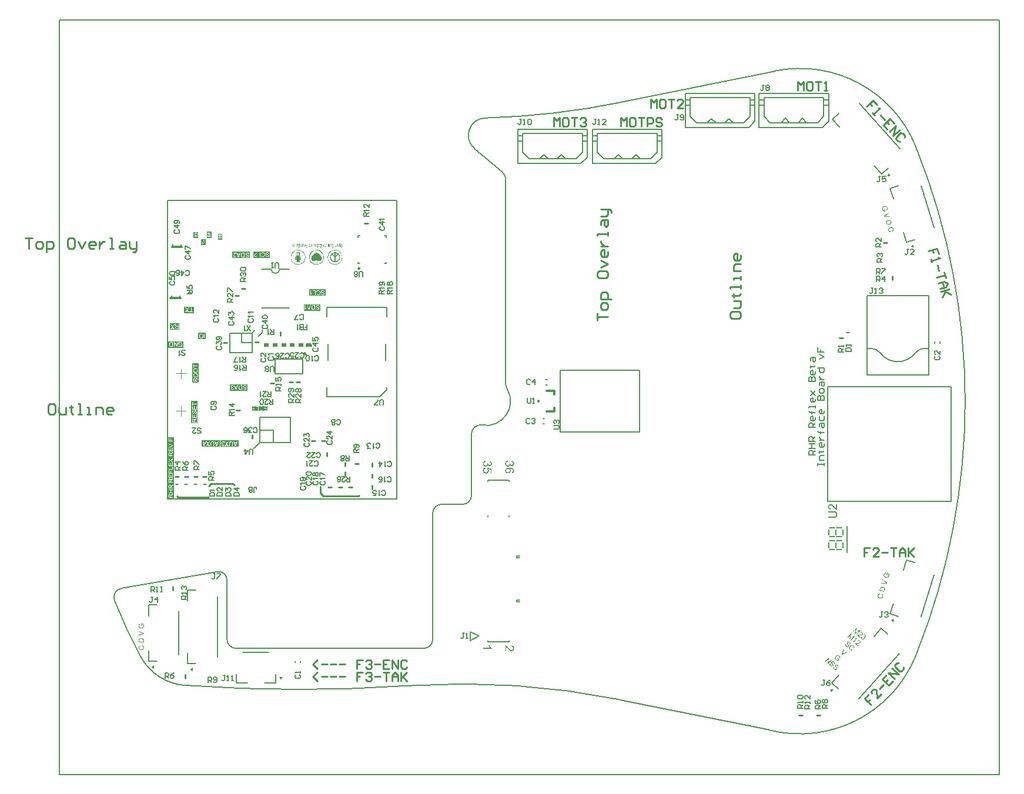
<source format=gto>
G04 Layer_Color=65535*
%FSLAX25Y25*%
%MOIN*%
G70*
G01*
G75*
%ADD32C,0.01000*%
%ADD34C,0.00600*%
%ADD37C,0.01200*%
%ADD54C,0.00984*%
%ADD55C,0.00787*%
%ADD56C,0.00800*%
%ADD59C,0.00500*%
%ADD84C,0.00787*%
%ADD85C,0.00700*%
%ADD86C,0.00587*%
%ADD87C,0.00200*%
%ADD88R,0.03000X0.01900*%
G36*
X647437Y426566D02*
X645653Y426305D01*
X646099Y428052D01*
X647437Y426566D01*
D02*
G37*
G36*
X644439Y409372D02*
X644592Y409353D01*
X644597Y409350D01*
X644611Y409350D01*
X644629Y409346D01*
X644659Y409337D01*
X644697Y409330D01*
X644736Y409319D01*
X644831Y409283D01*
X644942Y409239D01*
X645054Y409177D01*
X645169Y409103D01*
X645223Y409056D01*
X645276Y409008D01*
X645282Y409005D01*
X645290Y408994D01*
X645302Y408980D01*
X645322Y408959D01*
X645344Y408929D01*
X645371Y408897D01*
X645400Y408860D01*
X645430Y408815D01*
X645462Y408766D01*
X645491Y408712D01*
X645526Y408655D01*
X645557Y408592D01*
X645619Y408454D01*
X645649Y408382D01*
X645671Y408303D01*
X645672Y408299D01*
X645675Y408290D01*
X645680Y408274D01*
X645687Y408249D01*
X645689Y408223D01*
X645699Y408190D01*
X645713Y408109D01*
X645726Y408019D01*
X645731Y407922D01*
X645735Y407816D01*
X645729Y407711D01*
X645730Y407707D01*
X645728Y407698D01*
X645728Y407684D01*
X645724Y407665D01*
X645713Y407613D01*
X645700Y407546D01*
X645677Y407473D01*
X645646Y407392D01*
X645610Y407315D01*
X645561Y407238D01*
X645555Y407227D01*
X645535Y407204D01*
X645505Y407168D01*
X645460Y407120D01*
X645404Y407068D01*
X645332Y407007D01*
X645251Y406944D01*
X645156Y406885D01*
X644967Y407202D01*
X644971Y407203D01*
X644974Y407208D01*
X644985Y407216D01*
X645001Y407225D01*
X645034Y407248D01*
X645079Y407279D01*
X645130Y407320D01*
X645175Y407365D01*
X645225Y407410D01*
X645264Y407462D01*
X645267Y407467D01*
X645280Y407484D01*
X645293Y407515D01*
X645314Y407552D01*
X645336Y407599D01*
X645355Y407658D01*
X645373Y407721D01*
X645384Y407791D01*
X645386Y407801D01*
X645388Y407824D01*
X645390Y407864D01*
X645392Y407919D01*
X645388Y407980D01*
X645381Y408050D01*
X645368Y408127D01*
X645350Y408206D01*
X645349Y408211D01*
X645346Y408219D01*
X645343Y408231D01*
X645337Y408252D01*
X645327Y408271D01*
X645320Y408296D01*
X645298Y408357D01*
X645265Y408424D01*
X645230Y408499D01*
X645188Y408567D01*
X645138Y408633D01*
X645132Y408640D01*
X645116Y408663D01*
X645086Y408690D01*
X645053Y408725D01*
X645006Y408765D01*
X644958Y408810D01*
X644902Y408847D01*
X644844Y408880D01*
X644838Y408883D01*
X644817Y408895D01*
X644782Y408907D01*
X644742Y408922D01*
X644692Y408939D01*
X644634Y408954D01*
X644572Y408968D01*
X644506Y408980D01*
X644502Y408979D01*
X644493Y408981D01*
X644479Y408981D01*
X644456Y408983D01*
X644429Y408985D01*
X644398Y408985D01*
X644361Y408987D01*
X644321Y408985D01*
X644229Y408981D01*
X644125Y408969D01*
X644018Y408952D01*
X643901Y408923D01*
X643897Y408921D01*
X643885Y408918D01*
X643864Y408912D01*
X643840Y408901D01*
X643807Y408891D01*
X643767Y408875D01*
X643727Y408859D01*
X643682Y408842D01*
X643584Y408796D01*
X643482Y408744D01*
X643384Y408681D01*
X643293Y408610D01*
X643289Y408608D01*
X643283Y408598D01*
X643272Y408590D01*
X643259Y408573D01*
X643222Y408531D01*
X643177Y408469D01*
X643130Y408397D01*
X643087Y408314D01*
X643052Y408218D01*
X643023Y408116D01*
X643024Y408112D01*
X643022Y408103D01*
X643018Y408088D01*
X643015Y408065D01*
X643013Y408042D01*
X643013Y408010D01*
X643007Y407937D01*
X643010Y407849D01*
X643015Y407752D01*
X643027Y407648D01*
X643053Y407543D01*
X643054Y407539D01*
X643056Y407531D01*
X643060Y407518D01*
X643065Y407502D01*
X643076Y407478D01*
X643083Y407453D01*
X643109Y407394D01*
X643139Y407322D01*
X643178Y407248D01*
X643227Y407168D01*
X643281Y407090D01*
X643283Y407086D01*
X643289Y407079D01*
X643296Y407071D01*
X643309Y407057D01*
X643342Y407018D01*
X643381Y406975D01*
X643427Y406926D01*
X643478Y406873D01*
X643532Y406826D01*
X643587Y406788D01*
X644124Y406942D01*
X643883Y407786D01*
X644221Y407883D01*
X644570Y406668D01*
X643508Y406363D01*
X643502Y406366D01*
X643496Y406373D01*
X643479Y406386D01*
X643456Y406402D01*
X643433Y406422D01*
X643404Y406445D01*
X643368Y406475D01*
X643333Y406505D01*
X643254Y406576D01*
X643168Y406659D01*
X643084Y406747D01*
X643007Y406846D01*
X643006Y406850D01*
X642999Y406857D01*
X642990Y406872D01*
X642976Y406890D01*
X642960Y406917D01*
X642938Y406947D01*
X642919Y406981D01*
X642900Y407016D01*
X642853Y407101D01*
X642803Y407199D01*
X642758Y407307D01*
X642721Y407421D01*
X642720Y407425D01*
X642715Y407442D01*
X642709Y407463D01*
X642705Y407493D01*
X642694Y407530D01*
X642686Y407577D01*
X642680Y407628D01*
X642668Y407683D01*
X642659Y407810D01*
X642651Y407947D01*
X642659Y408092D01*
X642664Y408165D01*
X642678Y408241D01*
X642681Y408246D01*
X642682Y408260D01*
X642690Y408280D01*
X642695Y408308D01*
X642707Y408343D01*
X642720Y408378D01*
X642755Y408473D01*
X642806Y408577D01*
X642872Y408690D01*
X642951Y408802D01*
X643050Y408911D01*
X643054Y408912D01*
X643064Y408924D01*
X643078Y408937D01*
X643104Y408958D01*
X643129Y408979D01*
X643167Y409003D01*
X643203Y409031D01*
X643248Y409062D01*
X643297Y409094D01*
X643354Y409128D01*
X643413Y409158D01*
X643475Y409190D01*
X643614Y409252D01*
X643765Y409304D01*
X643769Y409305D01*
X643785Y409310D01*
X643806Y409316D01*
X643836Y409320D01*
X643873Y409331D01*
X643920Y409340D01*
X643968Y409344D01*
X644023Y409356D01*
X644084Y409360D01*
X644149Y409369D01*
X644290Y409374D01*
X644439Y409372D01*
D02*
G37*
G36*
X646483Y405284D02*
X644618Y403943D01*
X644613Y403942D01*
X644606Y403936D01*
X644595Y403928D01*
X644581Y403915D01*
X644557Y403904D01*
X644535Y403889D01*
X644479Y403850D01*
X644416Y403805D01*
X644344Y403758D01*
X644193Y403661D01*
X644197Y403662D01*
X644207Y403660D01*
X644220Y403660D01*
X644238Y403660D01*
X644287Y403661D01*
X644355Y403658D01*
X644431Y403657D01*
X644517Y403655D01*
X644608Y403650D01*
X644704Y403642D01*
X647006Y403461D01*
X647116Y403077D01*
X643936Y403372D01*
X643822Y403769D01*
X646365Y405697D01*
X646483Y405284D01*
D02*
G37*
G36*
X647815Y400638D02*
X647817Y400634D01*
X647820Y400621D01*
X647825Y400605D01*
X647831Y400584D01*
X647839Y400555D01*
X647849Y400522D01*
X647866Y400446D01*
X647885Y400363D01*
X647901Y400278D01*
X647912Y400191D01*
X647920Y400117D01*
X647921Y400113D01*
X647919Y400104D01*
X647923Y400092D01*
X647919Y400073D01*
X647920Y400024D01*
X647916Y399960D01*
X647906Y399885D01*
X647889Y399804D01*
X647868Y399722D01*
X647833Y399641D01*
X647830Y399635D01*
X647827Y399630D01*
X647818Y399614D01*
X647811Y399594D01*
X647781Y399541D01*
X647737Y399475D01*
X647683Y399401D01*
X647616Y399319D01*
X647537Y399238D01*
X647442Y399162D01*
X647438Y399161D01*
X647431Y399154D01*
X647417Y399141D01*
X647393Y399130D01*
X647368Y399109D01*
X647337Y399092D01*
X647302Y399073D01*
X647261Y399047D01*
X647219Y399022D01*
X647167Y398998D01*
X647057Y398944D01*
X646933Y398895D01*
X646794Y398851D01*
X646789Y398850D01*
X646781Y398847D01*
X646761Y398841D01*
X646740Y398835D01*
X646710Y398831D01*
X646677Y398822D01*
X646597Y398803D01*
X646502Y398790D01*
X646404Y398775D01*
X646299Y398767D01*
X646192Y398763D01*
X646188Y398762D01*
X646179Y398764D01*
X646165Y398764D01*
X646147Y398764D01*
X646097Y398767D01*
X646032Y398776D01*
X645959Y398781D01*
X645883Y398795D01*
X645801Y398817D01*
X645723Y398839D01*
X645714Y398841D01*
X645688Y398851D01*
X645652Y398868D01*
X645606Y398890D01*
X645554Y398916D01*
X645499Y398949D01*
X645441Y398982D01*
X645388Y399025D01*
X645382Y399032D01*
X645365Y399045D01*
X645340Y399069D01*
X645307Y399104D01*
X645268Y399147D01*
X645231Y399199D01*
X645187Y399258D01*
X645145Y399326D01*
X645144Y399330D01*
X645143Y399335D01*
X645135Y399346D01*
X645127Y399357D01*
X645111Y399397D01*
X645087Y399453D01*
X645059Y399516D01*
X645029Y399593D01*
X645000Y399678D01*
X644968Y399772D01*
X644673Y400801D01*
X647533Y401621D01*
X647815Y400638D01*
D02*
G37*
G36*
X647919Y397406D02*
X648064Y397385D01*
X648069Y397382D01*
X648083Y397382D01*
X648102Y397378D01*
X648127Y397368D01*
X648161Y397359D01*
X648200Y397348D01*
X648289Y397316D01*
X648392Y397269D01*
X648498Y397210D01*
X648608Y397139D01*
X648711Y397047D01*
X648716Y397044D01*
X648724Y397033D01*
X648737Y397019D01*
X648755Y397002D01*
X648777Y396972D01*
X648799Y396943D01*
X648827Y396906D01*
X648857Y396866D01*
X648888Y396821D01*
X648919Y396772D01*
X648978Y396663D01*
X649036Y396537D01*
X649084Y396403D01*
X649085Y396399D01*
X649089Y396382D01*
X649095Y396361D01*
X649099Y396331D01*
X649106Y396293D01*
X649115Y396246D01*
X649124Y396200D01*
X649127Y396142D01*
X649134Y396024D01*
X649132Y395889D01*
X649125Y395820D01*
X649113Y395754D01*
X649092Y395685D01*
X649072Y395617D01*
X649069Y395611D01*
X649067Y395602D01*
X649059Y395582D01*
X649045Y395555D01*
X649030Y395529D01*
X649009Y395491D01*
X648985Y395453D01*
X648961Y395410D01*
X648929Y395366D01*
X648889Y395318D01*
X648850Y395267D01*
X648806Y395218D01*
X648752Y395172D01*
X648700Y395121D01*
X648641Y395077D01*
X648573Y395031D01*
X648380Y395378D01*
X648384Y395379D01*
X648391Y395386D01*
X648405Y395399D01*
X648423Y395413D01*
X648446Y395428D01*
X648475Y395450D01*
X648532Y395502D01*
X648595Y395565D01*
X648655Y395636D01*
X648707Y395718D01*
X648750Y395802D01*
X648756Y395812D01*
X648766Y395842D01*
X648774Y395889D01*
X648788Y395951D01*
X648793Y396029D01*
X648795Y396114D01*
X648784Y396214D01*
X648759Y396319D01*
X648758Y396323D01*
X648754Y396335D01*
X648749Y396352D01*
X648739Y396371D01*
X648731Y396400D01*
X648717Y396432D01*
X648682Y396507D01*
X648641Y396589D01*
X648586Y396672D01*
X648517Y396755D01*
X648439Y396826D01*
X648438Y396830D01*
X648428Y396832D01*
X648399Y396855D01*
X648355Y396883D01*
X648293Y396914D01*
X648215Y396950D01*
X648131Y396980D01*
X648031Y397000D01*
X647924Y397014D01*
X647920Y397013D01*
X647910Y397015D01*
X647897Y397015D01*
X647875Y397014D01*
X647848Y397015D01*
X647817Y397015D01*
X647743Y397007D01*
X647655Y397000D01*
X647560Y396990D01*
X647458Y396970D01*
X647349Y396943D01*
X647345Y396942D01*
X647333Y396939D01*
X647312Y396933D01*
X647287Y396926D01*
X647260Y396913D01*
X647223Y396902D01*
X647182Y396886D01*
X647138Y396869D01*
X647042Y396829D01*
X646941Y396777D01*
X646840Y396721D01*
X646742Y396657D01*
X646738Y396656D01*
X646731Y396650D01*
X646721Y396638D01*
X646703Y396624D01*
X646661Y396585D01*
X646613Y396531D01*
X646560Y396467D01*
X646507Y396389D01*
X646463Y396305D01*
X646428Y396210D01*
X646429Y396205D01*
X646427Y396196D01*
X646423Y396181D01*
X646419Y396162D01*
X646417Y396139D01*
X646412Y396111D01*
X646403Y396046D01*
X646400Y395964D01*
X646403Y395876D01*
X646413Y395780D01*
X646436Y395684D01*
X646437Y395680D01*
X646439Y395671D01*
X646444Y395655D01*
X646455Y395631D01*
X646463Y395602D01*
X646476Y395575D01*
X646514Y395505D01*
X646559Y395424D01*
X646617Y395347D01*
X646689Y395269D01*
X646727Y395231D01*
X646772Y395199D01*
X646777Y395196D01*
X646782Y395193D01*
X646798Y395184D01*
X646815Y395171D01*
X646841Y395160D01*
X646872Y395147D01*
X646903Y395129D01*
X646942Y395118D01*
X646987Y395104D01*
X647036Y395087D01*
X647085Y395074D01*
X647142Y395063D01*
X647201Y395058D01*
X647265Y395054D01*
X647333Y395051D01*
X647404Y395053D01*
X647418Y394646D01*
X647414Y394645D01*
X647396Y394644D01*
X647369Y394645D01*
X647332Y394648D01*
X647291Y394650D01*
X647241Y394653D01*
X647186Y394660D01*
X647125Y394669D01*
X646992Y394694D01*
X646855Y394735D01*
X646784Y394764D01*
X646713Y394793D01*
X646650Y394828D01*
X646584Y394872D01*
X646578Y394875D01*
X646568Y394881D01*
X646553Y394899D01*
X646531Y394915D01*
X646501Y394942D01*
X646471Y394969D01*
X646437Y395009D01*
X646403Y395048D01*
X646363Y395095D01*
X646326Y395147D01*
X646287Y395203D01*
X646248Y395263D01*
X646211Y395329D01*
X646181Y395401D01*
X646151Y395477D01*
X646123Y395558D01*
X646122Y395563D01*
X646117Y395579D01*
X646110Y395604D01*
X646104Y395638D01*
X646094Y395675D01*
X646085Y395722D01*
X646079Y395774D01*
X646070Y395834D01*
X646057Y395960D01*
X646054Y396093D01*
X646064Y396230D01*
X646077Y396297D01*
X646093Y396364D01*
X646096Y396369D01*
X646098Y396379D01*
X646105Y396399D01*
X646117Y396420D01*
X646127Y396450D01*
X646143Y396486D01*
X646163Y396527D01*
X646186Y396570D01*
X646214Y396613D01*
X646240Y396661D01*
X646314Y396763D01*
X646406Y396865D01*
X646512Y396963D01*
X646516Y396964D01*
X646526Y396976D01*
X646546Y396986D01*
X646567Y397005D01*
X646597Y397023D01*
X646635Y397047D01*
X646676Y397077D01*
X646722Y397104D01*
X646772Y397131D01*
X646829Y397166D01*
X646952Y397223D01*
X647092Y397281D01*
X647238Y397332D01*
X647242Y397333D01*
X647259Y397338D01*
X647283Y397345D01*
X647314Y397349D01*
X647355Y397361D01*
X647397Y397369D01*
X647452Y397380D01*
X647508Y397387D01*
X647634Y397401D01*
X647775Y397410D01*
X647919Y397406D01*
D02*
G37*
G36*
X262279Y391343D02*
X259653D01*
Y394822D01*
X262279D01*
Y391343D01*
D02*
G37*
G36*
X254879Y391243D02*
X252246D01*
Y394710D01*
X254879D01*
Y391243D01*
D02*
G37*
G36*
X268579Y390243D02*
X265946D01*
Y393710D01*
X268579D01*
Y390243D01*
D02*
G37*
G36*
X335256Y386160D02*
X335024D01*
Y386252D01*
X334932Y386160D01*
X334862Y386137D01*
X334816Y386113D01*
X334793D01*
X334677Y386160D01*
X334585Y386252D01*
X334538Y386391D01*
X334492Y386530D01*
X334469Y386692D01*
X334446Y386831D01*
Y386923D01*
Y386969D01*
X334469Y387270D01*
X334492Y387502D01*
X334561Y387641D01*
X334631Y387756D01*
X334700Y387826D01*
X334747Y387849D01*
X334793Y387872D01*
X334816D01*
X334885Y387849D01*
X334955Y387803D01*
X335001Y387756D01*
X335024Y387733D01*
Y388312D01*
X335256Y388451D01*
Y386160D01*
D02*
G37*
G36*
X329124Y387849D02*
X329193Y387803D01*
X329286Y387641D01*
X329332Y387479D01*
Y387432D01*
Y387409D01*
Y386160D01*
X329124D01*
Y387409D01*
Y387502D01*
X329100Y387571D01*
X329031Y387641D01*
X328985Y387687D01*
X328962D01*
X328892Y387664D01*
X328823Y387617D01*
X328777Y387571D01*
X328753Y387548D01*
Y386160D01*
X328568D01*
Y387826D01*
X328753D01*
Y387733D01*
X328846Y387803D01*
X328938Y387849D01*
X329008Y387872D01*
X329031D01*
X329124Y387849D01*
D02*
G37*
G36*
X314615D02*
X314684Y387803D01*
X314754Y387641D01*
X314800Y387479D01*
Y387432D01*
Y387409D01*
Y386160D01*
X314615D01*
Y387409D01*
Y387502D01*
X314592Y387571D01*
X314522Y387641D01*
X314453Y387687D01*
X314430D01*
X314383Y387664D01*
X314337Y387617D01*
X314291Y387571D01*
X314268Y387548D01*
Y386160D01*
X314036D01*
Y387826D01*
X314268D01*
Y387733D01*
X314360Y387803D01*
X314430Y387849D01*
X314499Y387872D01*
X314522D01*
X314615Y387849D01*
D02*
G37*
G36*
X312463Y387826D02*
X312532Y387733D01*
X312602Y387594D01*
X312625Y387409D01*
X312648Y387247D01*
X312671Y387108D01*
Y387016D01*
Y386969D01*
X312648Y386692D01*
X312602Y386484D01*
X312555Y386322D01*
X312486Y386229D01*
X312417Y386160D01*
X312347Y386137D01*
X312324Y386113D01*
X312301D01*
X312208Y386137D01*
X312162Y386160D01*
X312116Y386183D01*
X312092Y386206D01*
Y385627D01*
X311884Y385512D01*
Y387826D01*
X312092D01*
Y387733D01*
X312185Y387803D01*
X312255Y387849D01*
X312324Y387872D01*
X312347D01*
X312463Y387826D01*
D02*
G37*
G36*
X311398Y387849D02*
X311468Y387779D01*
X311537Y387687D01*
X311560Y387594D01*
X311583Y387502D01*
X311607Y387409D01*
Y387340D01*
Y387317D01*
X311583Y387132D01*
X311537Y386993D01*
X311491Y386877D01*
X311421Y386807D01*
X311352Y386761D01*
X311283Y386738D01*
X311236D01*
X311121Y386761D01*
X311074Y386784D01*
X311051D01*
Y386530D01*
X311074Y386391D01*
X311121Y386322D01*
X311190Y386298D01*
X311213D01*
X311283Y386322D01*
X311352Y386368D01*
X311421Y386437D01*
X311445Y386460D01*
X311583Y386298D01*
X311445Y386183D01*
X311329Y386137D01*
X311236Y386113D01*
X311213D01*
X311098Y386137D01*
X311005Y386183D01*
X310935Y386252D01*
X310889Y386322D01*
X310843Y386460D01*
Y386507D01*
Y386530D01*
Y387826D01*
X311051D01*
Y387733D01*
X311144Y387803D01*
X311213Y387849D01*
X311283Y387872D01*
X311306D01*
X311398Y387849D01*
D02*
G37*
G36*
X318109D02*
X318201Y387826D01*
X318317Y387687D01*
X318387Y387571D01*
X318410Y387548D01*
Y387525D01*
X318225Y387409D01*
X318178Y387502D01*
X318155Y387571D01*
X318086Y387641D01*
X318039Y387687D01*
X318016D01*
X317924Y387641D01*
X317878Y387571D01*
X317854Y387502D01*
Y387455D01*
X317878Y387294D01*
X317947Y387155D01*
X318039Y387062D01*
X318063Y387039D01*
X318178Y386923D01*
X318248Y386831D01*
X318340Y386669D01*
X318387Y386576D01*
Y386530D01*
X318363Y386391D01*
X318317Y386298D01*
X318271Y386206D01*
X318201Y386160D01*
X318063Y386113D01*
X318016D01*
X317924Y386137D01*
X317854Y386160D01*
X317739Y386275D01*
X317692Y386391D01*
X317669Y386414D01*
Y386437D01*
X317854Y386530D01*
X317901Y386391D01*
X317970Y386322D01*
X318016Y386298D01*
X318039D01*
X318132Y386322D01*
X318178Y386391D01*
X318201Y386460D01*
Y386484D01*
X318178Y386553D01*
X318155Y386622D01*
X318063Y386738D01*
X317993Y386831D01*
X317947Y386877D01*
X317854Y386969D01*
X317762Y387085D01*
X317692Y387247D01*
X317646Y387386D01*
Y387409D01*
Y387432D01*
X317669Y387571D01*
X317692Y387687D01*
X317762Y387756D01*
X317831Y387826D01*
X317947Y387872D01*
X318016D01*
X318109Y387849D01*
D02*
G37*
G36*
X331206D02*
X331322Y387779D01*
X331391Y387710D01*
X331438Y387594D01*
X331484Y387502D01*
X331507Y387432D01*
X331530Y387363D01*
Y387340D01*
X331345Y387294D01*
X331322Y387409D01*
X331276Y387502D01*
X331229Y387548D01*
X331183Y387594D01*
X331114Y387641D01*
X331090D01*
X330975Y387594D01*
X330928Y387525D01*
X330905Y387455D01*
Y387409D01*
X330928Y387270D01*
X330952Y387155D01*
X331067Y386946D01*
X331137Y386854D01*
X331183Y386784D01*
X331206Y386761D01*
X331229Y386738D01*
X331322Y386599D01*
X331391Y386484D01*
X331484Y386252D01*
X331507Y386183D01*
X331530Y386113D01*
Y386067D01*
Y386044D01*
X331507Y385882D01*
X331461Y385766D01*
X331414Y385697D01*
X331322Y385627D01*
X331206Y385581D01*
X331137D01*
X331021Y385604D01*
X330928Y385650D01*
X330790Y385789D01*
X330720Y385928D01*
X330697Y385975D01*
Y385998D01*
X330905Y386067D01*
X330952Y385975D01*
X330975Y385882D01*
X331044Y385812D01*
X331114Y385766D01*
X331206D01*
X331252Y385812D01*
X331299Y385882D01*
X331322Y385975D01*
Y385998D01*
Y386021D01*
X331299Y386113D01*
X331276Y386206D01*
X331183Y386368D01*
X331090Y386507D01*
X331044Y386530D01*
Y386553D01*
X330928Y386692D01*
X330836Y386831D01*
X330790Y386969D01*
X330743Y387108D01*
X330720Y387224D01*
X330697Y387317D01*
Y387363D01*
Y387386D01*
X330720Y387548D01*
X330767Y387664D01*
X330813Y387756D01*
X330882Y387803D01*
X331021Y387872D01*
X331090D01*
X331206Y387849D01*
D02*
G37*
G36*
X258951Y387243D02*
X256353D01*
Y390703D01*
X258951D01*
Y387243D01*
D02*
G37*
G36*
X324912Y385604D02*
X324611D01*
X324449Y385627D01*
X324310Y385697D01*
X324218Y385789D01*
X324172Y385882D01*
X324125Y385975D01*
X324102Y386067D01*
Y386137D01*
Y386160D01*
X324149Y386414D01*
X324218Y386576D01*
X324287Y386692D01*
X324334Y386715D01*
X324079Y387826D01*
X324287D01*
X324542Y386761D01*
X324727D01*
Y387826D01*
X324912D01*
Y385604D01*
D02*
G37*
G36*
X333104Y386160D02*
X332919D01*
Y386252D01*
X332826Y386160D01*
X332756Y386137D01*
X332687Y386113D01*
X332664D01*
X332548Y386137D01*
X332479Y386183D01*
X332386Y386322D01*
X332340Y386484D01*
Y386530D01*
Y386553D01*
Y387826D01*
X332571D01*
Y386576D01*
Y386484D01*
X332595Y386414D01*
X332641Y386322D01*
X332687Y386298D01*
X332710D01*
X332780Y386322D01*
X332849Y386345D01*
X332895Y386368D01*
X332919Y386391D01*
Y387826D01*
X333104D01*
Y386160D01*
D02*
G37*
G36*
X328221D02*
X328036D01*
Y386252D01*
X327943Y386160D01*
X327874Y386137D01*
X327828Y386113D01*
X327735D01*
X327689Y386137D01*
X327643Y386160D01*
X327712Y386368D01*
X327781Y386322D01*
X327828Y386298D01*
X327874D01*
X327967Y386322D01*
X328013Y386345D01*
X328036Y386368D01*
Y386391D01*
Y387826D01*
X328221D01*
Y386160D01*
D02*
G37*
G36*
X327272Y387826D02*
X327365Y387733D01*
X327434Y387594D01*
X327481Y387432D01*
X327504Y387294D01*
X327527Y387155D01*
Y387062D01*
Y387016D01*
X327504Y386715D01*
X327457Y386484D01*
X327411Y386322D01*
X327319Y386229D01*
X327249Y386160D01*
X327203Y386137D01*
X327157Y386113D01*
X327133D01*
X327041Y386137D01*
X326972Y386160D01*
X326856Y386298D01*
X326810Y386414D01*
X326786Y386460D01*
Y386484D01*
X326948Y386576D01*
X326972Y386484D01*
X326995Y386414D01*
X327064Y386322D01*
X327110Y386298D01*
X327133D01*
X327203Y386322D01*
X327249Y386414D01*
X327295Y386530D01*
X327319Y386646D01*
Y386784D01*
X327342Y386900D01*
Y386993D01*
Y387016D01*
Y387224D01*
X327319Y387386D01*
X327272Y387479D01*
X327226Y387571D01*
X327203Y387617D01*
X327157Y387641D01*
X327133D01*
X327064Y387594D01*
X326995Y387525D01*
X326972Y387455D01*
X326948Y387409D01*
X326763Y387502D01*
X326833Y387617D01*
X326879Y387710D01*
X326948Y387779D01*
X327018Y387826D01*
X327087Y387872D01*
X327133D01*
X327272Y387826D01*
D02*
G37*
G36*
X319058D02*
X319150Y387733D01*
X319220Y387594D01*
X319266Y387432D01*
X319289Y387294D01*
X319312Y387155D01*
Y387062D01*
Y387016D01*
X319289Y386715D01*
X319243Y386484D01*
X319197Y386322D01*
X319104Y386229D01*
X319035Y386160D01*
X318988Y386137D01*
X318942Y386113D01*
X318919D01*
X318826Y386137D01*
X318780Y386160D01*
X318664Y386298D01*
X318618Y386414D01*
X318595Y386460D01*
Y386484D01*
X318734Y386576D01*
X318757Y386484D01*
X318780Y386414D01*
X318849Y386322D01*
X318896Y386298D01*
X318919D01*
X318988Y386322D01*
X319058Y386414D01*
X319104Y386530D01*
X319127Y386646D01*
Y386784D01*
X319150Y386900D01*
Y386993D01*
Y387016D01*
Y387224D01*
X319104Y387386D01*
X319081Y387479D01*
X319035Y387571D01*
X318988Y387617D01*
X318965Y387641D01*
X318919D01*
X318849Y387594D01*
X318780Y387525D01*
X318757Y387455D01*
X318734Y387409D01*
X318549Y387502D01*
X318618Y387617D01*
X318664Y387710D01*
X318734Y387779D01*
X318803Y387826D01*
X318872Y387872D01*
X318919D01*
X319058Y387826D01*
D02*
G37*
G36*
X313712Y386160D02*
X313527D01*
Y386252D01*
X313435Y386160D01*
X313342Y386137D01*
X313273Y386113D01*
X313249D01*
X313157Y386137D01*
X313064Y386183D01*
X312995Y386322D01*
X312949Y386484D01*
Y386530D01*
Y386553D01*
Y387826D01*
X313157D01*
Y386576D01*
Y386484D01*
X313180Y386414D01*
X313226Y386322D01*
X313296Y386298D01*
X313319D01*
X313388Y386322D01*
X313458Y386345D01*
X313504Y386368D01*
X313527Y386391D01*
Y387826D01*
X313712D01*
Y386160D01*
D02*
G37*
G36*
X308159D02*
X307950D01*
Y386252D01*
X307858Y386160D01*
X307765Y386137D01*
X307719Y386113D01*
X307696D01*
X307603Y386137D01*
X307511Y386183D01*
X307441Y386322D01*
X307395Y386484D01*
Y386530D01*
Y386553D01*
Y387826D01*
X307580D01*
Y386576D01*
Y386484D01*
X307603Y386414D01*
X307673Y386322D01*
X307742Y386298D01*
X307765D01*
X307835Y386322D01*
X307881Y386345D01*
X307927Y386368D01*
X307950Y386391D01*
Y387826D01*
X308159D01*
Y386160D01*
D02*
G37*
G36*
X319844D02*
X319636D01*
Y387826D01*
X319844D01*
Y386160D01*
D02*
G37*
G36*
X309802D02*
X309593D01*
Y387826D01*
X309802D01*
Y386160D01*
D02*
G37*
G36*
X333960Y387826D02*
X334052Y387733D01*
X334122Y387594D01*
X334168Y387432D01*
X334191Y387294D01*
X334214Y387155D01*
Y387062D01*
Y387016D01*
X334191Y386715D01*
X334145Y386484D01*
X334099Y386322D01*
X334006Y386229D01*
X333937Y386160D01*
X333890Y386137D01*
X333844Y386113D01*
X333821D01*
X333682Y386160D01*
X333590Y386252D01*
X333520Y386391D01*
X333474Y386553D01*
X333451Y386738D01*
X333428Y386877D01*
Y386969D01*
Y387016D01*
Y387062D01*
X334029D01*
Y387247D01*
X334006Y387386D01*
X333960Y387502D01*
X333913Y387571D01*
X333890Y387617D01*
X333844Y387641D01*
X333821D01*
X333728Y387617D01*
X333636Y387525D01*
X333590Y387455D01*
X333566Y387432D01*
X333428Y387548D01*
X333474Y387664D01*
X333543Y387733D01*
X333682Y387826D01*
X333775Y387872D01*
X333821D01*
X333960Y387826D01*
D02*
G37*
G36*
X330188D02*
X330281Y387733D01*
X330373Y387594D01*
X330419Y387409D01*
X330443Y387247D01*
X330466Y387108D01*
Y387016D01*
Y386969D01*
X330443Y386692D01*
X330396Y386484D01*
X330327Y386322D01*
X330257Y386229D01*
X330188Y386160D01*
X330119Y386137D01*
X330072Y386113D01*
X330049D01*
X329910Y386160D01*
X329795Y386252D01*
X329725Y386391D01*
X329656Y386530D01*
X329633Y386692D01*
X329609Y386831D01*
Y386923D01*
Y386969D01*
X329633Y387270D01*
X329679Y387502D01*
X329748Y387641D01*
X329818Y387756D01*
X329910Y387826D01*
X329980Y387849D01*
X330026Y387872D01*
X330049D01*
X330188Y387826D01*
D02*
G37*
G36*
X326324D02*
X326416Y387733D01*
X326486Y387594D01*
X326532Y387432D01*
X326555Y387294D01*
X326578Y387155D01*
Y387062D01*
Y387016D01*
X326555Y386715D01*
X326509Y386484D01*
X326463Y386322D01*
X326370Y386229D01*
X326301Y386160D01*
X326254Y386137D01*
X326208Y386113D01*
X326185D01*
X326046Y386160D01*
X325953Y386252D01*
X325884Y386391D01*
X325838Y386553D01*
X325815Y386738D01*
X325791Y386877D01*
Y386969D01*
Y387016D01*
Y387062D01*
X326393D01*
Y387247D01*
X326370Y387386D01*
X326324Y387502D01*
X326277Y387571D01*
X326254Y387617D01*
X326208Y387641D01*
X326185D01*
X326092Y387617D01*
X326023Y387525D01*
X325976Y387455D01*
X325953Y387432D01*
X325815Y387548D01*
X325884Y387664D01*
X325930Y387733D01*
X326069Y387826D01*
X326138Y387872D01*
X326185D01*
X326324Y387826D01*
D02*
G37*
G36*
X323593D02*
X323709Y387733D01*
X323778Y387594D01*
X323825Y387409D01*
X323871Y387247D01*
X323894Y387108D01*
Y387016D01*
Y386969D01*
X323871Y386692D01*
X323825Y386484D01*
X323755Y386322D01*
X323662Y386229D01*
X323570Y386160D01*
X323500Y386137D01*
X323454Y386113D01*
X323431D01*
X323292Y386160D01*
X323200Y386252D01*
X323107Y386391D01*
X323061Y386530D01*
X323038Y386692D01*
X323015Y386831D01*
Y386923D01*
Y386969D01*
X323038Y387270D01*
X323084Y387502D01*
X323153Y387641D01*
X323223Y387756D01*
X323292Y387826D01*
X323362Y387849D01*
X323408Y387872D01*
X323431D01*
X323593Y387826D01*
D02*
G37*
G36*
X321418D02*
X321511Y387733D01*
X321603Y387594D01*
X321649Y387409D01*
X321673Y387247D01*
X321696Y387108D01*
Y387016D01*
Y386969D01*
X321673Y386692D01*
X321626Y386484D01*
X321557Y386322D01*
X321487Y386229D01*
X321418Y386160D01*
X321349Y386137D01*
X321302Y386113D01*
X321279D01*
X321140Y386160D01*
X321025Y386252D01*
X320955Y386391D01*
X320886Y386530D01*
X320863Y386692D01*
X320839Y386831D01*
Y386923D01*
Y386969D01*
X320863Y387270D01*
X320909Y387502D01*
X320978Y387641D01*
X321048Y387756D01*
X321140Y387826D01*
X321210Y387849D01*
X321256Y387872D01*
X321279D01*
X321418Y387826D01*
D02*
G37*
G36*
X315656D02*
X315749Y387733D01*
X315841Y387594D01*
X315887Y387409D01*
X315911Y387247D01*
X315934Y387108D01*
Y387016D01*
Y386969D01*
X315911Y386692D01*
X315864Y386484D01*
X315795Y386322D01*
X315725Y386229D01*
X315656Y386160D01*
X315587Y386137D01*
X315540Y386113D01*
X315517D01*
X315378Y386160D01*
X315263Y386252D01*
X315193Y386391D01*
X315124Y386530D01*
X315101Y386692D01*
X315078Y386831D01*
Y386923D01*
Y386969D01*
X315101Y387270D01*
X315147Y387502D01*
X315216Y387641D01*
X315286Y387756D01*
X315378Y387826D01*
X315448Y387849D01*
X315494Y387872D01*
X315517D01*
X315656Y387826D01*
D02*
G37*
G36*
X309015D02*
X309107Y387733D01*
X309200Y387594D01*
X309246Y387409D01*
X309269Y387247D01*
X309293Y387108D01*
Y387016D01*
Y386969D01*
X309269Y386692D01*
X309223Y386484D01*
X309154Y386322D01*
X309084Y386229D01*
X309015Y386160D01*
X308945Y386137D01*
X308899Y386113D01*
X308876D01*
X308737Y386160D01*
X308622Y386252D01*
X308552Y386391D01*
X308483Y386530D01*
X308459Y386692D01*
X308436Y386831D01*
Y386923D01*
Y386969D01*
X308459Y387270D01*
X308506Y387502D01*
X308575Y387641D01*
X308645Y387756D01*
X308737Y387826D01*
X308807Y387849D01*
X308853Y387872D01*
X308876D01*
X309015Y387826D01*
D02*
G37*
G36*
X660712Y385714D02*
X658986Y386231D01*
X660128Y387626D01*
X660712Y385714D01*
D02*
G37*
G36*
X316790Y385604D02*
X316050D01*
Y385789D01*
X316605D01*
Y386553D01*
X316211D01*
Y386738D01*
X316605D01*
Y387826D01*
X316790D01*
Y385604D01*
D02*
G37*
G36*
X336089Y387849D02*
X336158Y387826D01*
X336274Y387687D01*
X336343Y387502D01*
X336413Y387294D01*
X336436Y387085D01*
X336459Y386900D01*
Y386761D01*
Y386738D01*
Y386715D01*
Y386507D01*
X336436Y386345D01*
X336413Y386183D01*
X336389Y386067D01*
X336320Y385859D01*
X336227Y385720D01*
X336158Y385650D01*
X336089Y385604D01*
X336042Y385581D01*
X336019D01*
X335927Y385604D01*
X335857Y385627D01*
X335742Y385766D01*
X335672Y385928D01*
X335603Y386137D01*
X335580Y386345D01*
X335557Y386530D01*
Y386669D01*
Y386692D01*
Y386715D01*
Y386923D01*
X335580Y387085D01*
X335603Y387247D01*
X335626Y387386D01*
X335695Y387594D01*
X335788Y387733D01*
X335880Y387803D01*
X335950Y387849D01*
X335996Y387872D01*
X336019D01*
X336089Y387849D01*
D02*
G37*
G36*
X322413D02*
X322482Y387803D01*
X322529Y387756D01*
X322552Y387733D01*
Y387826D01*
X322737D01*
Y385627D01*
X322552Y385512D01*
Y386252D01*
X322459Y386160D01*
X322390Y386137D01*
X322343Y386113D01*
X322320D01*
X322205Y386160D01*
X322112Y386252D01*
X322043Y386391D01*
X321996Y386530D01*
X321973Y386692D01*
X321950Y386831D01*
Y386923D01*
Y386969D01*
X321973Y387270D01*
X321996Y387502D01*
X322066Y387641D01*
X322135Y387756D01*
X322205Y387826D01*
X322251Y387849D01*
X322297Y387872D01*
X322320D01*
X322413Y387849D01*
D02*
G37*
G36*
X320377D02*
X320446Y387826D01*
X320515Y387687D01*
X320539Y387571D01*
Y387548D01*
Y387525D01*
Y386345D01*
X320654D01*
Y386160D01*
X320539D01*
Y385627D01*
X320354Y385512D01*
Y386160D01*
X320122D01*
Y386345D01*
X320354D01*
Y387525D01*
X320330Y387617D01*
X320307Y387664D01*
X320284Y387687D01*
X320261D01*
X320215Y387664D01*
X320145Y387641D01*
X320099Y387617D01*
X320076D01*
X320122Y387803D01*
X320192Y387849D01*
X320261Y387872D01*
X320307D01*
X320377Y387849D01*
D02*
G37*
G36*
X319798Y385789D02*
X319844Y385743D01*
X319868Y385697D01*
Y385674D01*
X319844Y385581D01*
X319798Y385535D01*
X319752Y385512D01*
X319729D01*
X319636Y385535D01*
X319613Y385581D01*
X319590Y385650D01*
Y385674D01*
X319613Y385743D01*
X319659Y385789D01*
X319706Y385812D01*
X319729D01*
X319798Y385789D01*
D02*
G37*
G36*
X310334Y387849D02*
X310403Y387826D01*
X310473Y387687D01*
X310496Y387571D01*
Y387548D01*
Y387525D01*
Y386345D01*
X310635D01*
Y386160D01*
X310496D01*
Y385627D01*
X310334Y385512D01*
Y386160D01*
X310079D01*
Y386345D01*
X310334D01*
Y387525D01*
X310311Y387617D01*
X310288Y387664D01*
X310264Y387687D01*
X310241D01*
X310172Y387664D01*
X310126Y387641D01*
X310079Y387617D01*
X310056D01*
X310079Y387803D01*
X310149Y387849D01*
X310218Y387872D01*
X310264D01*
X310334Y387849D01*
D02*
G37*
G36*
X309755Y385789D02*
X309802Y385743D01*
X309825Y385697D01*
Y385674D01*
X309802Y385581D01*
X309755Y385535D01*
X309709Y385512D01*
X309686D01*
X309616Y385535D01*
X309593Y385581D01*
X309570Y385650D01*
Y385674D01*
X309593Y385743D01*
X309616Y385789D01*
X309663Y385812D01*
X309686D01*
X309755Y385789D01*
D02*
G37*
G36*
X295551Y379938D02*
X285953D01*
Y383587D01*
X295551D01*
Y379938D01*
D02*
G37*
G36*
X284152Y379738D02*
X274157D01*
Y383387D01*
X284152D01*
Y379738D01*
D02*
G37*
G36*
X332780Y384493D02*
X333127Y384470D01*
X333775Y384331D01*
X334330Y384123D01*
X334793Y383869D01*
X335209Y383545D01*
X335533Y383198D01*
X335811Y382827D01*
X336042Y382434D01*
X336204Y382041D01*
X336343Y381670D01*
X336436Y381323D01*
X336482Y380999D01*
X336528Y380745D01*
X336551Y380537D01*
Y380398D01*
Y380351D01*
X336528Y379981D01*
X336505Y379611D01*
X336366Y378986D01*
X336158Y378431D01*
X335904Y377945D01*
X335580Y377528D01*
X335232Y377204D01*
X334862Y376927D01*
X334469Y376695D01*
X334099Y376533D01*
X333728Y376395D01*
X333358Y376302D01*
X333057Y376256D01*
X332780Y376209D01*
X332595Y376186D01*
X332039D01*
X331669Y376233D01*
X331021Y376371D01*
X330466Y376580D01*
X329980Y376834D01*
X329586Y377158D01*
X329239Y377505D01*
X328962Y377875D01*
X328753Y378269D01*
X328568Y378662D01*
X328452Y379032D01*
X328337Y379380D01*
X328291Y379703D01*
X328244Y379958D01*
X328221Y380166D01*
Y380305D01*
Y380328D01*
Y380351D01*
Y380722D01*
X328267Y381092D01*
X328406Y381717D01*
X328614Y382272D01*
X328869Y382758D01*
X329193Y383151D01*
X329540Y383499D01*
X329934Y383776D01*
X330304Y383984D01*
X330697Y384170D01*
X331090Y384285D01*
X331438Y384378D01*
X331762Y384447D01*
X332016Y384493D01*
X332224Y384517D01*
X332409D01*
X332780Y384493D01*
D02*
G37*
G36*
X322297D02*
X322668Y384470D01*
X323292Y384331D01*
X323848Y384123D01*
X324334Y383869D01*
X324727Y383545D01*
X325074Y383198D01*
X325352Y382827D01*
X325560Y382434D01*
X325745Y382041D01*
X325861Y381670D01*
X325953Y381323D01*
X326023Y380999D01*
X326069Y380745D01*
X326092Y380537D01*
Y380398D01*
Y380351D01*
X326069Y379981D01*
X326046Y379611D01*
X325907Y378986D01*
X325699Y378431D01*
X325444Y377945D01*
X325120Y377528D01*
X324773Y377204D01*
X324403Y376927D01*
X324010Y376695D01*
X323616Y376533D01*
X323246Y376395D01*
X322899Y376302D01*
X322575Y376256D01*
X322320Y376209D01*
X322112Y376186D01*
X321557D01*
X321186Y376233D01*
X320539Y376371D01*
X319983Y376580D01*
X319497Y376834D01*
X319104Y377158D01*
X318757Y377505D01*
X318479Y377875D01*
X318271Y378269D01*
X318086Y378662D01*
X317970Y379032D01*
X317854Y379380D01*
X317808Y379703D01*
X317762Y379958D01*
X317739Y380166D01*
Y380305D01*
Y380328D01*
Y380351D01*
Y380722D01*
X317785Y381092D01*
X317924Y381717D01*
X318132Y382272D01*
X318387Y382758D01*
X318711Y383151D01*
X319058Y383499D01*
X319451Y383776D01*
X319821Y383984D01*
X320215Y384170D01*
X320608Y384285D01*
X320955Y384378D01*
X321279Y384447D01*
X321534Y384493D01*
X321742Y384517D01*
X321927D01*
X322297Y384493D01*
D02*
G37*
G36*
X311792D02*
X312162Y384470D01*
X312810Y384331D01*
X313365Y384123D01*
X313851Y383869D01*
X314245Y383545D01*
X314592Y383198D01*
X314869Y382827D01*
X315078Y382434D01*
X315263Y382041D01*
X315378Y381670D01*
X315471Y381323D01*
X315540Y380999D01*
X315587Y380745D01*
X315610Y380537D01*
Y380398D01*
Y380351D01*
X315587Y379981D01*
X315564Y379611D01*
X315425Y378986D01*
X315216Y378431D01*
X314962Y377945D01*
X314638Y377528D01*
X314291Y377204D01*
X313897Y376927D01*
X313504Y376695D01*
X313134Y376533D01*
X312740Y376395D01*
X312393Y376302D01*
X312069Y376256D01*
X311815Y376209D01*
X311607Y376186D01*
X311051D01*
X310681Y376233D01*
X310056Y376371D01*
X309501Y376580D01*
X309015Y376834D01*
X308622Y377158D01*
X308298Y377505D01*
X308020Y377875D01*
X307788Y378269D01*
X307627Y378662D01*
X307488Y379032D01*
X307395Y379380D01*
X307349Y379703D01*
X307302Y379958D01*
X307279Y380166D01*
Y380305D01*
Y380328D01*
Y380351D01*
Y380722D01*
X307326Y381092D01*
X307465Y381717D01*
X307650Y382272D01*
X307927Y382758D01*
X308228Y383151D01*
X308598Y383499D01*
X308969Y383776D01*
X309339Y383984D01*
X309732Y384170D01*
X310103Y384285D01*
X310450Y384378D01*
X310773Y384447D01*
X311028Y384493D01*
X311236Y384517D01*
X311421D01*
X311792Y384493D01*
D02*
G37*
G36*
X326952Y358438D02*
X317823D01*
Y362087D01*
X326952D01*
Y358438D01*
D02*
G37*
G36*
X324151Y350038D02*
X314627D01*
Y353687D01*
X324151D01*
Y350038D01*
D02*
G37*
G36*
X252351Y348682D02*
X246889D01*
Y352243D01*
X252351D01*
Y348682D01*
D02*
G37*
G36*
X244251Y339182D02*
X238590D01*
Y342743D01*
X244251D01*
Y339182D01*
D02*
G37*
G36*
X259051Y333838D02*
X254766D01*
Y337487D01*
X259051D01*
Y333838D01*
D02*
G37*
G36*
X246352Y329038D02*
X237781D01*
Y332687D01*
X246352D01*
Y329038D01*
D02*
G37*
G36*
X255119Y309287D02*
X251469D01*
Y320088D01*
X255119D01*
Y309287D01*
D02*
G37*
G36*
X282852Y304638D02*
X272831D01*
Y308287D01*
X282852D01*
Y304638D01*
D02*
G37*
G36*
X294151Y293238D02*
X293157D01*
X293252Y293242D01*
X293337Y293253D01*
X293419Y293268D01*
X293489Y293282D01*
X293545Y293297D01*
X293571Y293305D01*
X293589Y293312D01*
X293604Y293319D01*
X293615Y293323D01*
X293622Y293327D01*
X293626D01*
X293700Y293364D01*
X293767Y293405D01*
X293822Y293449D01*
X293867Y293490D01*
X293900Y293527D01*
X293926Y293556D01*
X293944Y293578D01*
X293948Y293582D01*
Y293586D01*
X293985Y293649D01*
X294011Y293712D01*
X294029Y293775D01*
X294040Y293830D01*
X294048Y293878D01*
X294055Y293915D01*
Y293930D01*
Y293941D01*
Y293945D01*
Y293948D01*
X294052Y294011D01*
X294040Y294071D01*
X294026Y294126D01*
X294011Y294174D01*
X293996Y294211D01*
X293981Y294241D01*
X293970Y294259D01*
X293967Y294267D01*
X293930Y294318D01*
X293885Y294367D01*
X293841Y294407D01*
X293796Y294441D01*
X293759Y294470D01*
X293726Y294489D01*
X293704Y294503D01*
X293700Y294507D01*
X293696D01*
X293667Y294522D01*
X293634Y294537D01*
X293560Y294563D01*
X293474Y294588D01*
X293393Y294614D01*
X293319Y294637D01*
X293286Y294644D01*
X293256Y294651D01*
X293234Y294659D01*
X293215Y294662D01*
X293204Y294666D01*
X293201D01*
X293138Y294681D01*
X293078Y294696D01*
X293027Y294711D01*
X292982Y294722D01*
X292938Y294733D01*
X292901Y294744D01*
X292868Y294751D01*
X292842Y294762D01*
X292816Y294770D01*
X292797Y294774D01*
X292768Y294785D01*
X292749Y294788D01*
X292745Y294792D01*
X292690Y294814D01*
X292642Y294840D01*
X292601Y294866D01*
X292572Y294888D01*
X292546Y294910D01*
X292531Y294925D01*
X292520Y294936D01*
X292516Y294940D01*
X292490Y294973D01*
X292472Y295010D01*
X292461Y295047D01*
X292449Y295077D01*
X292446Y295107D01*
X292442Y295129D01*
Y295147D01*
Y295151D01*
X292446Y295195D01*
X292453Y295236D01*
X292464Y295273D01*
X292479Y295303D01*
X292494Y295332D01*
X292505Y295351D01*
X292512Y295366D01*
X292516Y295369D01*
X292546Y295406D01*
X292583Y295436D01*
X292620Y295462D01*
X292653Y295488D01*
X292686Y295502D01*
X292712Y295517D01*
X292731Y295525D01*
X292738Y295528D01*
X292794Y295547D01*
X292853Y295562D01*
X292912Y295569D01*
X292964Y295576D01*
X293008Y295580D01*
X293045Y295584D01*
X293078D01*
X293160Y295580D01*
X293234Y295573D01*
X293301Y295562D01*
X293360Y295547D01*
X293408Y295532D01*
X293445Y295521D01*
X293456Y295517D01*
X293467Y295514D01*
X293471Y295510D01*
X293474D01*
X293534Y295480D01*
X293589Y295447D01*
X293630Y295414D01*
X293667Y295380D01*
X293696Y295354D01*
X293715Y295328D01*
X293726Y295314D01*
X293730Y295310D01*
X293756Y295262D01*
X293781Y295210D01*
X293796Y295155D01*
X293811Y295107D01*
X293822Y295058D01*
X293830Y295025D01*
Y295010D01*
X293833Y294999D01*
Y294995D01*
Y294992D01*
X294151Y295021D01*
X294144Y295114D01*
X294129Y295203D01*
X294107Y295280D01*
X294081Y295351D01*
X294055Y295406D01*
X294044Y295428D01*
X294037Y295447D01*
X294026Y295462D01*
X294022Y295473D01*
X294015Y295480D01*
Y295484D01*
X293959Y295554D01*
X293900Y295617D01*
X293837Y295669D01*
X293778Y295713D01*
X293726Y295747D01*
X293682Y295769D01*
X293667Y295776D01*
X293656Y295784D01*
X293648Y295787D01*
X293645D01*
X293552Y295821D01*
X293456Y295847D01*
X293360Y295861D01*
X293267Y295876D01*
X293223Y295880D01*
X293186Y295883D01*
X293152D01*
X293123Y295887D01*
X293064D01*
X292964Y295883D01*
X292871Y295872D01*
X292786Y295854D01*
X292716Y295835D01*
X292657Y295821D01*
X292631Y295810D01*
X292609Y295802D01*
X292594Y295795D01*
X292583Y295791D01*
X292575Y295787D01*
X292572D01*
X292494Y295747D01*
X292427Y295702D01*
X292368Y295654D01*
X292320Y295610D01*
X292283Y295573D01*
X292257Y295539D01*
X292239Y295517D01*
X292235Y295514D01*
Y295510D01*
X292194Y295440D01*
X292165Y295373D01*
X292146Y295310D01*
X292131Y295251D01*
X292124Y295199D01*
X292116Y295158D01*
Y295144D01*
Y295132D01*
Y295129D01*
Y295125D01*
X292120Y295051D01*
X292131Y294981D01*
X292150Y294918D01*
X292168Y294866D01*
X292191Y294822D01*
X292205Y294788D01*
X292220Y294770D01*
X292224Y294762D01*
X292268Y294707D01*
X292320Y294655D01*
X292375Y294611D01*
X292431Y294570D01*
X292479Y294540D01*
X292520Y294518D01*
X292535Y294511D01*
X292546Y294503D01*
X292553Y294500D01*
X292557D01*
X292586Y294485D01*
X292623Y294474D01*
X292664Y294459D01*
X292708Y294444D01*
X292801Y294418D01*
X292897Y294392D01*
X292942Y294381D01*
X292982Y294370D01*
X293023Y294359D01*
X293056Y294352D01*
X293082Y294344D01*
X293104Y294341D01*
X293119Y294337D01*
X293123D01*
X293197Y294318D01*
X293264Y294304D01*
X293323Y294285D01*
X293374Y294270D01*
X293423Y294252D01*
X293463Y294237D01*
X293500Y294222D01*
X293534Y294211D01*
X293560Y294196D01*
X293582Y294185D01*
X293597Y294178D01*
X293611Y294167D01*
X293630Y294156D01*
X293634Y294152D01*
X293667Y294115D01*
X293689Y294078D01*
X293707Y294041D01*
X293719Y294004D01*
X293726Y293974D01*
X293730Y293948D01*
Y293934D01*
Y293926D01*
X293722Y293867D01*
X293707Y293815D01*
X293685Y293771D01*
X293659Y293730D01*
X293637Y293701D01*
X293615Y293675D01*
X293600Y293660D01*
X293593Y293656D01*
X293563Y293638D01*
X293534Y293619D01*
X293463Y293589D01*
X293389Y293571D01*
X293315Y293556D01*
X293249Y293549D01*
X293219Y293545D01*
X293197Y293541D01*
X293145D01*
X293041Y293545D01*
X292949Y293560D01*
X292875Y293582D01*
X292812Y293604D01*
X292764Y293626D01*
X292727Y293649D01*
X292708Y293664D01*
X292701Y293667D01*
X292649Y293719D01*
X292609Y293775D01*
X292575Y293834D01*
X292553Y293893D01*
X292538Y293948D01*
X292527Y293989D01*
X292524Y294008D01*
X292520Y294019D01*
Y294026D01*
Y294030D01*
X292194Y294004D01*
X292202Y293922D01*
X292220Y293848D01*
X292239Y293778D01*
X292265Y293719D01*
X292287Y293671D01*
X292305Y293634D01*
X292313Y293623D01*
X292320Y293612D01*
X292324Y293608D01*
Y293604D01*
X292372Y293541D01*
X292424Y293486D01*
X292479Y293438D01*
X292535Y293401D01*
X292583Y293368D01*
X292620Y293349D01*
X292635Y293342D01*
X292646Y293334D01*
X292653Y293331D01*
X292657D01*
X292738Y293301D01*
X292827Y293279D01*
X292908Y293260D01*
X292986Y293249D01*
X293056Y293242D01*
X293082D01*
X293108Y293238D01*
X290544D01*
X290666Y293245D01*
X290785Y293264D01*
X290888Y293286D01*
X290936Y293301D01*
X290981Y293316D01*
X291021Y293331D01*
X291058Y293345D01*
X291088Y293356D01*
X291118Y293368D01*
X291136Y293379D01*
X291151Y293386D01*
X291162Y293390D01*
X291166Y293393D01*
X291266Y293456D01*
X291351Y293530D01*
X291425Y293604D01*
X291488Y293678D01*
X291536Y293745D01*
X291554Y293775D01*
X291569Y293800D01*
X291584Y293819D01*
X291591Y293834D01*
X291595Y293845D01*
X291599Y293848D01*
X291650Y293963D01*
X291687Y294082D01*
X291713Y294200D01*
X291732Y294307D01*
X291739Y294355D01*
X291743Y294404D01*
X291746Y294441D01*
Y294478D01*
X291750Y294503D01*
Y294526D01*
Y294540D01*
Y294544D01*
X291743Y294677D01*
X291728Y294807D01*
X291709Y294921D01*
X291695Y294977D01*
X291684Y295025D01*
X291672Y295070D01*
X291658Y295110D01*
X291647Y295147D01*
X291639Y295177D01*
X291628Y295199D01*
X291624Y295217D01*
X291617Y295229D01*
Y295232D01*
X291562Y295343D01*
X291499Y295443D01*
X291432Y295528D01*
X291399Y295562D01*
X291369Y295595D01*
X291339Y295624D01*
X291310Y295650D01*
X291284Y295673D01*
X291262Y295687D01*
X291247Y295702D01*
X291232Y295713D01*
X291225Y295717D01*
X291221Y295721D01*
X291169Y295750D01*
X291118Y295776D01*
X291006Y295817D01*
X290896Y295847D01*
X290788Y295865D01*
X290736Y295872D01*
X290692Y295880D01*
X290651Y295883D01*
X290618D01*
X290588Y295887D01*
X290548D01*
X290474Y295883D01*
X290403Y295876D01*
X290337Y295869D01*
X290274Y295854D01*
X290215Y295835D01*
X290159Y295817D01*
X290107Y295798D01*
X290059Y295776D01*
X290019Y295758D01*
X289978Y295739D01*
X289948Y295721D01*
X289919Y295702D01*
X289900Y295687D01*
X289882Y295680D01*
X289874Y295673D01*
X289871Y295669D01*
X289819Y295624D01*
X289774Y295580D01*
X289734Y295528D01*
X289693Y295477D01*
X289626Y295373D01*
X289575Y295269D01*
X289552Y295221D01*
X289534Y295177D01*
X289519Y295136D01*
X289508Y295103D01*
X289497Y295073D01*
X289490Y295051D01*
X289486Y295036D01*
Y295033D01*
X289826Y294947D01*
X289841Y295007D01*
X289860Y295062D01*
X289878Y295114D01*
X289896Y295162D01*
X289919Y295206D01*
X289941Y295243D01*
X289967Y295280D01*
X289989Y295314D01*
X290007Y295343D01*
X290030Y295366D01*
X290048Y295388D01*
X290063Y295406D01*
X290078Y295417D01*
X290089Y295428D01*
X290093Y295432D01*
X290096Y295436D01*
X290133Y295465D01*
X290174Y295488D01*
X290255Y295528D01*
X290333Y295558D01*
X290411Y295576D01*
X290477Y295591D01*
X290503Y295595D01*
X290529D01*
X290551Y295599D01*
X290577D01*
X290662Y295595D01*
X290744Y295580D01*
X290818Y295562D01*
X290884Y295539D01*
X290936Y295517D01*
X290958Y295506D01*
X290977Y295499D01*
X290992Y295491D01*
X291003Y295484D01*
X291010Y295480D01*
X291014D01*
X291084Y295428D01*
X291143Y295373D01*
X291195Y295310D01*
X291236Y295251D01*
X291269Y295199D01*
X291291Y295155D01*
X291299Y295136D01*
X291306Y295125D01*
X291310Y295118D01*
Y295114D01*
X291339Y295018D01*
X291362Y294921D01*
X291380Y294825D01*
X291391Y294737D01*
X291395Y294696D01*
X291399Y294659D01*
Y294625D01*
X291402Y294600D01*
Y294577D01*
Y294559D01*
Y294548D01*
Y294544D01*
X291399Y294448D01*
X291391Y294359D01*
X291376Y294278D01*
X291362Y294204D01*
X291351Y294141D01*
X291343Y294115D01*
X291336Y294093D01*
X291332Y294074D01*
X291328Y294063D01*
X291325Y294056D01*
Y294052D01*
X291288Y293967D01*
X291247Y293889D01*
X291203Y293826D01*
X291155Y293771D01*
X291114Y293726D01*
X291080Y293697D01*
X291055Y293678D01*
X291051Y293671D01*
X291047D01*
X290969Y293623D01*
X290884Y293586D01*
X290803Y293560D01*
X290725Y293545D01*
X290655Y293534D01*
X290625Y293530D01*
X290599D01*
X290581Y293527D01*
X290551D01*
X290459Y293530D01*
X290374Y293545D01*
X290303Y293567D01*
X290241Y293589D01*
X290193Y293615D01*
X290156Y293634D01*
X290133Y293649D01*
X290126Y293656D01*
X290067Y293712D01*
X290011Y293775D01*
X289967Y293841D01*
X289930Y293908D01*
X289900Y293967D01*
X289889Y293997D01*
X289882Y294019D01*
X289874Y294037D01*
X289867Y294052D01*
X289863Y294059D01*
Y294063D01*
X289530Y293985D01*
X289552Y293919D01*
X289575Y293860D01*
X289604Y293804D01*
X289630Y293749D01*
X289660Y293701D01*
X289693Y293656D01*
X289723Y293612D01*
X289752Y293575D01*
X289782Y293545D01*
X289808Y293515D01*
X289834Y293490D01*
X289852Y293471D01*
X289871Y293453D01*
X289885Y293442D01*
X289893Y293438D01*
X289896Y293434D01*
X289948Y293401D01*
X290000Y293368D01*
X290052Y293342D01*
X290107Y293319D01*
X290218Y293286D01*
X290318Y293264D01*
X290366Y293253D01*
X290407Y293249D01*
X290448Y293245D01*
X290481Y293242D01*
X290507Y293238D01*
X285527D01*
Y295088D01*
X285530Y294999D01*
X285545Y294918D01*
X285567Y294847D01*
X285590Y294788D01*
X285612Y294740D01*
X285634Y294703D01*
X285649Y294681D01*
X285653Y294674D01*
X285704Y294618D01*
X285760Y294570D01*
X285819Y294533D01*
X285878Y294503D01*
X285930Y294481D01*
X285971Y294466D01*
X285986Y294463D01*
X285997Y294459D01*
X286004Y294455D01*
X286008D01*
X285945Y294422D01*
X285893Y294389D01*
X285849Y294352D01*
X285812Y294318D01*
X285782Y294289D01*
X285760Y294263D01*
X285749Y294248D01*
X285745Y294241D01*
X285716Y294189D01*
X285693Y294137D01*
X285675Y294085D01*
X285664Y294037D01*
X285656Y293997D01*
X285653Y293967D01*
Y293945D01*
Y293937D01*
X285656Y293874D01*
X285667Y293811D01*
X285682Y293756D01*
X285701Y293708D01*
X285719Y293667D01*
X285734Y293634D01*
X285745Y293615D01*
X285749Y293608D01*
X285786Y293552D01*
X285830Y293504D01*
X285875Y293464D01*
X285919Y293427D01*
X285956Y293401D01*
X285989Y293379D01*
X286012Y293368D01*
X286015Y293364D01*
X286019D01*
X286086Y293334D01*
X286152Y293312D01*
X286219Y293293D01*
X286278Y293282D01*
X286326Y293275D01*
X286367Y293271D01*
X286459D01*
X286511Y293279D01*
X286611Y293297D01*
X286696Y293327D01*
X286770Y293356D01*
X286803Y293375D01*
X286829Y293390D01*
X286855Y293405D01*
X286874Y293419D01*
X286888Y293430D01*
X286899Y293438D01*
X286907Y293442D01*
X286911Y293445D01*
X286981Y293515D01*
X287036Y293593D01*
X287081Y293675D01*
X287118Y293756D01*
X287140Y293826D01*
X287151Y293856D01*
X287158Y293882D01*
X287162Y293904D01*
X287166Y293919D01*
X287170Y293930D01*
Y293934D01*
X286855Y293989D01*
X286840Y293908D01*
X286818Y293837D01*
X286792Y293778D01*
X286766Y293730D01*
X286740Y293693D01*
X286718Y293667D01*
X286703Y293649D01*
X286700Y293645D01*
X286652Y293608D01*
X286600Y293578D01*
X286552Y293560D01*
X286504Y293545D01*
X286459Y293538D01*
X286426Y293530D01*
X286396D01*
X286330Y293534D01*
X286270Y293549D01*
X286219Y293567D01*
X286174Y293586D01*
X286141Y293608D01*
X286115Y293626D01*
X286097Y293641D01*
X286093Y293645D01*
X286052Y293689D01*
X286023Y293738D01*
X286004Y293786D01*
X285989Y293830D01*
X285982Y293871D01*
X285975Y293900D01*
Y293922D01*
Y293926D01*
Y293930D01*
Y293971D01*
X285982Y294008D01*
X286000Y294071D01*
X286026Y294126D01*
X286056Y294174D01*
X286086Y294207D01*
X286111Y294233D01*
X286130Y294248D01*
X286134Y294252D01*
X286137D01*
X286200Y294285D01*
X286259Y294311D01*
X286322Y294330D01*
X286378Y294341D01*
X286426Y294348D01*
X286467Y294355D01*
X286515D01*
X286529Y294352D01*
X286548D01*
X286585Y294629D01*
X286537Y294618D01*
X286492Y294611D01*
X286455Y294603D01*
X286422Y294600D01*
X286396Y294596D01*
X286363D01*
X286285Y294603D01*
X286215Y294618D01*
X286152Y294640D01*
X286100Y294666D01*
X286060Y294692D01*
X286030Y294714D01*
X286012Y294729D01*
X286004Y294737D01*
X285956Y294792D01*
X285919Y294851D01*
X285893Y294910D01*
X285878Y294970D01*
X285867Y295018D01*
X285863Y295058D01*
X285860Y295073D01*
Y295084D01*
Y295092D01*
Y295095D01*
X285867Y295177D01*
X285886Y295251D01*
X285908Y295314D01*
X285938Y295369D01*
X285967Y295414D01*
X285989Y295447D01*
X286008Y295469D01*
X286015Y295477D01*
X286074Y295528D01*
X286137Y295565D01*
X286200Y295591D01*
X286259Y295610D01*
X286311Y295621D01*
X286352Y295624D01*
X286367Y295628D01*
X286389D01*
X286455Y295624D01*
X286518Y295610D01*
X286574Y295591D01*
X286618Y295569D01*
X286655Y295550D01*
X286685Y295532D01*
X286700Y295517D01*
X286707Y295514D01*
X286752Y295462D01*
X286789Y295403D01*
X286822Y295340D01*
X286848Y295273D01*
X286866Y295217D01*
X286874Y295192D01*
X286877Y295169D01*
X286881Y295151D01*
X286885Y295136D01*
X286888Y295129D01*
Y295125D01*
X287203Y295166D01*
X287195Y295225D01*
X287184Y295280D01*
X287151Y295384D01*
X287110Y295473D01*
X287088Y295510D01*
X287066Y295547D01*
X287044Y295580D01*
X287022Y295606D01*
X287003Y295632D01*
X286985Y295650D01*
X286974Y295665D01*
X286962Y295676D01*
X286955Y295684D01*
X286951Y295687D01*
X286907Y295721D01*
X286862Y295754D01*
X286818Y295780D01*
X286770Y295802D01*
X286678Y295839D01*
X286589Y295861D01*
X286548Y295869D01*
X286511Y295876D01*
X286478Y295880D01*
X286448Y295883D01*
X286426Y295887D01*
X286393D01*
X286322Y295883D01*
X286259Y295876D01*
X286196Y295865D01*
X286137Y295850D01*
X286082Y295832D01*
X286034Y295813D01*
X285986Y295791D01*
X285945Y295769D01*
X285904Y295750D01*
X285871Y295728D01*
X285841Y295710D01*
X285819Y295691D01*
X285801Y295676D01*
X285786Y295665D01*
X285778Y295658D01*
X285775Y295654D01*
X285730Y295610D01*
X285693Y295562D01*
X285660Y295514D01*
X285630Y295465D01*
X285608Y295421D01*
X285586Y295373D01*
X285556Y295284D01*
X285549Y295243D01*
X285542Y295206D01*
X285534Y295173D01*
X285530Y295144D01*
X285527Y295122D01*
Y295887D01*
X294151D01*
Y293238D01*
D02*
G37*
G36*
X254496Y286143D02*
X250847D01*
Y298716D01*
X254496D01*
Y286143D01*
D02*
G37*
G36*
X267052Y272782D02*
X256875D01*
Y276387D01*
X267052D01*
Y272782D01*
D02*
G37*
G36*
X277652Y272771D02*
X267464D01*
Y276387D01*
X277652D01*
Y272771D01*
D02*
G37*
G36*
X417728Y264228D02*
X417721D01*
X417707Y264221D01*
X417678Y264214D01*
X417642Y264207D01*
X417599Y264200D01*
X417549Y264185D01*
X417441Y264149D01*
X417312Y264099D01*
X417190Y264035D01*
X417076Y263963D01*
X416975Y263877D01*
X416968Y263863D01*
X416939Y263834D01*
X416904Y263776D01*
X416868Y263705D01*
X416825Y263619D01*
X416789Y263511D01*
X416760Y263389D01*
X416753Y263260D01*
Y263253D01*
Y263239D01*
Y263217D01*
X416760Y263189D01*
X416767Y263110D01*
X416789Y263009D01*
X416825Y262895D01*
X416875Y262773D01*
X416947Y262651D01*
X417047Y262536D01*
X417061Y262522D01*
X417104Y262486D01*
X417169Y262443D01*
X417255Y262386D01*
X417362Y262328D01*
X417484Y262285D01*
X417628Y262249D01*
X417786Y262235D01*
X417829D01*
X417857Y262242D01*
X417936Y262249D01*
X418029Y262271D01*
X418144Y262299D01*
X418259Y262350D01*
X418373Y262421D01*
X418481Y262515D01*
X418495Y262529D01*
X418524Y262565D01*
X418567Y262622D01*
X418617Y262701D01*
X418667Y262801D01*
X418710Y262923D01*
X418739Y263059D01*
X418753Y263210D01*
Y263217D01*
Y263239D01*
Y263275D01*
X418746Y263325D01*
X418739Y263389D01*
X418725Y263461D01*
X418710Y263547D01*
X418689Y263640D01*
X419227Y263569D01*
Y263562D01*
Y263533D01*
X419219Y263504D01*
Y263475D01*
Y263468D01*
Y263461D01*
Y263440D01*
Y263411D01*
X419234Y263332D01*
X419248Y263239D01*
X419270Y263131D01*
X419306Y263009D01*
X419356Y262895D01*
X419420Y262773D01*
Y262766D01*
X419427Y262758D01*
X419456Y262723D01*
X419506Y262672D01*
X419571Y262615D01*
X419664Y262558D01*
X419772Y262508D01*
X419894Y262472D01*
X419965Y262457D01*
X420101D01*
X420159Y262472D01*
X420238Y262486D01*
X420324Y262515D01*
X420417Y262550D01*
X420510Y262608D01*
X420596Y262687D01*
X420603Y262694D01*
X420632Y262730D01*
X420668Y262780D01*
X420711Y262844D01*
X420747Y262930D01*
X420783Y263031D01*
X420811Y263146D01*
X420818Y263275D01*
Y263282D01*
Y263289D01*
Y263332D01*
X420804Y263397D01*
X420790Y263483D01*
X420761Y263576D01*
X420725Y263669D01*
X420668Y263769D01*
X420596Y263863D01*
X420589Y263870D01*
X420553Y263898D01*
X420503Y263942D01*
X420431Y263992D01*
X420338Y264042D01*
X420223Y264092D01*
X420087Y264135D01*
X419929Y264164D01*
X420037Y264773D01*
X420044D01*
X420065Y264766D01*
X420094Y264759D01*
X420137Y264752D01*
X420187Y264737D01*
X420245Y264716D01*
X420381Y264673D01*
X420539Y264601D01*
X420696Y264515D01*
X420847Y264407D01*
X420983Y264271D01*
X420991Y264264D01*
X420998Y264250D01*
X421012Y264228D01*
X421033Y264200D01*
X421062Y264164D01*
X421091Y264113D01*
X421119Y264063D01*
X421155Y263999D01*
X421213Y263855D01*
X421270Y263690D01*
X421306Y263497D01*
X421320Y263397D01*
Y263289D01*
Y263282D01*
Y263267D01*
Y263246D01*
Y263217D01*
X421313Y263138D01*
X421299Y263045D01*
X421277Y262930D01*
X421241Y262801D01*
X421198Y262672D01*
X421141Y262543D01*
Y262536D01*
X421134Y262529D01*
X421112Y262486D01*
X421069Y262421D01*
X421019Y262350D01*
X420948Y262264D01*
X420869Y262178D01*
X420775Y262092D01*
X420668Y262020D01*
X420653Y262013D01*
X420618Y261991D01*
X420553Y261963D01*
X420474Y261927D01*
X420381Y261891D01*
X420273Y261862D01*
X420152Y261841D01*
X420030Y261834D01*
X419972D01*
X419915Y261841D01*
X419836Y261855D01*
X419743Y261877D01*
X419642Y261912D01*
X419542Y261955D01*
X419442Y262013D01*
X419427Y262020D01*
X419399Y262041D01*
X419348Y262084D01*
X419291Y262142D01*
X419227Y262213D01*
X419155Y262299D01*
X419090Y262400D01*
X419026Y262522D01*
Y262515D01*
X419019Y262500D01*
X419011Y262479D01*
X419004Y262450D01*
X418976Y262371D01*
X418933Y262271D01*
X418875Y262156D01*
X418804Y262041D01*
X418710Y261934D01*
X418603Y261834D01*
X418588Y261826D01*
X418545Y261798D01*
X418474Y261755D01*
X418381Y261712D01*
X418266Y261669D01*
X418130Y261626D01*
X417972Y261597D01*
X417800Y261590D01*
X417735D01*
X417692Y261597D01*
X417635Y261604D01*
X417570Y261618D01*
X417499Y261633D01*
X417420Y261647D01*
X417248Y261704D01*
X417155Y261747D01*
X417068Y261790D01*
X416975Y261848D01*
X416882Y261912D01*
X416789Y261984D01*
X416703Y262070D01*
X416696Y262077D01*
X416681Y262092D01*
X416660Y262120D01*
X416631Y262156D01*
X416595Y262199D01*
X416559Y262257D01*
X416516Y262321D01*
X416480Y262400D01*
X416437Y262479D01*
X416395Y262572D01*
X416359Y262665D01*
X416323Y262773D01*
X416294Y262888D01*
X416273Y263009D01*
X416258Y263131D01*
X416251Y263267D01*
Y263275D01*
Y263296D01*
Y263332D01*
X416258Y263375D01*
X416265Y263432D01*
X416273Y263497D01*
X416287Y263569D01*
X416301Y263648D01*
X416344Y263820D01*
X416416Y263999D01*
X416459Y264092D01*
X416509Y264178D01*
X416574Y264264D01*
X416638Y264350D01*
X416645Y264357D01*
X416660Y264372D01*
X416681Y264393D01*
X416710Y264415D01*
X416746Y264451D01*
X416796Y264486D01*
X416846Y264529D01*
X416911Y264572D01*
X416982Y264615D01*
X417054Y264658D01*
X417226Y264737D01*
X417427Y264802D01*
X417534Y264823D01*
X417649Y264838D01*
X417728Y264228D01*
D02*
G37*
G36*
X430333Y264220D02*
X430325D01*
X430311Y264212D01*
X430282Y264205D01*
X430246Y264198D01*
X430203Y264191D01*
X430153Y264177D01*
X430046Y264141D01*
X429917Y264091D01*
X429795Y264026D01*
X429680Y263954D01*
X429580Y263868D01*
X429572Y263854D01*
X429544Y263825D01*
X429508Y263768D01*
X429472Y263696D01*
X429429Y263610D01*
X429393Y263503D01*
X429364Y263381D01*
X429357Y263252D01*
Y263245D01*
Y263230D01*
Y263209D01*
X429364Y263180D01*
X429372Y263101D01*
X429393Y263001D01*
X429429Y262886D01*
X429479Y262764D01*
X429551Y262642D01*
X429651Y262527D01*
X429666Y262513D01*
X429709Y262477D01*
X429773Y262434D01*
X429859Y262377D01*
X429967Y262320D01*
X430089Y262277D01*
X430232Y262241D01*
X430390Y262226D01*
X430433D01*
X430462Y262234D01*
X430540Y262241D01*
X430634Y262262D01*
X430748Y262291D01*
X430863Y262341D01*
X430978Y262413D01*
X431085Y262506D01*
X431100Y262520D01*
X431128Y262556D01*
X431171Y262614D01*
X431221Y262692D01*
X431272Y262793D01*
X431315Y262915D01*
X431343Y263051D01*
X431358Y263201D01*
Y263209D01*
Y263230D01*
Y263266D01*
X431351Y263316D01*
X431343Y263381D01*
X431329Y263453D01*
X431315Y263539D01*
X431293Y263632D01*
X431831Y263560D01*
Y263553D01*
Y263524D01*
X431824Y263495D01*
Y263467D01*
Y263460D01*
Y263453D01*
Y263431D01*
Y263402D01*
X431838Y263323D01*
X431852Y263230D01*
X431874Y263123D01*
X431910Y263001D01*
X431960Y262886D01*
X432025Y262764D01*
Y262757D01*
X432032Y262750D01*
X432060Y262714D01*
X432111Y262664D01*
X432175Y262606D01*
X432268Y262549D01*
X432376Y262499D01*
X432498Y262463D01*
X432570Y262449D01*
X432706D01*
X432763Y262463D01*
X432842Y262477D01*
X432928Y262506D01*
X433021Y262542D01*
X433114Y262599D01*
X433201Y262678D01*
X433208Y262685D01*
X433236Y262721D01*
X433272Y262771D01*
X433315Y262836D01*
X433351Y262922D01*
X433387Y263022D01*
X433416Y263137D01*
X433423Y263266D01*
Y263273D01*
Y263280D01*
Y263323D01*
X433408Y263388D01*
X433394Y263474D01*
X433365Y263567D01*
X433329Y263660D01*
X433272Y263761D01*
X433201Y263854D01*
X433193Y263861D01*
X433157Y263890D01*
X433107Y263933D01*
X433036Y263983D01*
X432942Y264033D01*
X432828Y264083D01*
X432691Y264126D01*
X432534Y264155D01*
X432641Y264765D01*
X432648D01*
X432670Y264757D01*
X432699Y264750D01*
X432742Y264743D01*
X432792Y264729D01*
X432849Y264707D01*
X432985Y264664D01*
X433143Y264593D01*
X433301Y264507D01*
X433451Y264399D01*
X433588Y264263D01*
X433595Y264255D01*
X433602Y264241D01*
X433616Y264220D01*
X433638Y264191D01*
X433667Y264155D01*
X433695Y264105D01*
X433724Y264055D01*
X433760Y263990D01*
X433817Y263847D01*
X433874Y263682D01*
X433910Y263488D01*
X433925Y263388D01*
Y263280D01*
Y263273D01*
Y263259D01*
Y263237D01*
Y263209D01*
X433918Y263130D01*
X433903Y263037D01*
X433882Y262922D01*
X433846Y262793D01*
X433803Y262664D01*
X433745Y262535D01*
Y262527D01*
X433738Y262520D01*
X433717Y262477D01*
X433674Y262413D01*
X433624Y262341D01*
X433552Y262255D01*
X433473Y262169D01*
X433380Y262083D01*
X433272Y262011D01*
X433258Y262004D01*
X433222Y261983D01*
X433157Y261954D01*
X433079Y261918D01*
X432985Y261882D01*
X432878Y261854D01*
X432756Y261832D01*
X432634Y261825D01*
X432577D01*
X432519Y261832D01*
X432440Y261846D01*
X432347Y261868D01*
X432247Y261904D01*
X432147Y261947D01*
X432046Y262004D01*
X432032Y262011D01*
X432003Y262033D01*
X431953Y262076D01*
X431895Y262133D01*
X431831Y262205D01*
X431759Y262291D01*
X431695Y262391D01*
X431630Y262513D01*
Y262506D01*
X431623Y262492D01*
X431616Y262470D01*
X431609Y262441D01*
X431580Y262363D01*
X431537Y262262D01*
X431480Y262147D01*
X431408Y262033D01*
X431315Y261925D01*
X431207Y261825D01*
X431193Y261818D01*
X431150Y261789D01*
X431078Y261746D01*
X430985Y261703D01*
X430870Y261660D01*
X430734Y261617D01*
X430576Y261588D01*
X430404Y261581D01*
X430340D01*
X430297Y261588D01*
X430239Y261595D01*
X430175Y261610D01*
X430103Y261624D01*
X430024Y261638D01*
X429852Y261696D01*
X429759Y261739D01*
X429673Y261782D01*
X429580Y261839D01*
X429486Y261904D01*
X429393Y261976D01*
X429307Y262062D01*
X429300Y262069D01*
X429286Y262083D01*
X429264Y262112D01*
X429236Y262147D01*
X429200Y262191D01*
X429164Y262248D01*
X429121Y262312D01*
X429085Y262391D01*
X429042Y262470D01*
X428999Y262563D01*
X428963Y262657D01*
X428927Y262764D01*
X428898Y262879D01*
X428877Y263001D01*
X428863Y263123D01*
X428855Y263259D01*
Y263266D01*
Y263288D01*
Y263323D01*
X428863Y263366D01*
X428870Y263424D01*
X428877Y263488D01*
X428891Y263560D01*
X428906Y263639D01*
X428949Y263811D01*
X429020Y263990D01*
X429063Y264083D01*
X429114Y264170D01*
X429178Y264255D01*
X429243Y264342D01*
X429250Y264349D01*
X429264Y264363D01*
X429286Y264385D01*
X429314Y264406D01*
X429350Y264442D01*
X429400Y264478D01*
X429451Y264521D01*
X429515Y264564D01*
X429587Y264607D01*
X429659Y264650D01*
X429831Y264729D01*
X430031Y264793D01*
X430139Y264815D01*
X430254Y264829D01*
X430333Y264220D01*
D02*
G37*
G36*
X417685Y260349D02*
X417664D01*
X417642Y260342D01*
X417606Y260335D01*
X417527Y260313D01*
X417420Y260285D01*
X417312Y260242D01*
X417190Y260184D01*
X417083Y260113D01*
X416982Y260027D01*
X416975Y260012D01*
X416947Y259984D01*
X416911Y259926D01*
X416868Y259847D01*
X416825Y259761D01*
X416789Y259654D01*
X416760Y259532D01*
X416753Y259396D01*
Y259388D01*
Y259374D01*
Y259353D01*
X416760Y259324D01*
X416767Y259238D01*
X416796Y259138D01*
X416832Y259016D01*
X416889Y258894D01*
X416975Y258765D01*
X417026Y258707D01*
X417083Y258650D01*
X417090Y258643D01*
X417097Y258636D01*
X417119Y258621D01*
X417140Y258600D01*
X417219Y258550D01*
X417319Y258492D01*
X417441Y258442D01*
X417592Y258392D01*
X417771Y258356D01*
X417864Y258342D01*
X418015D01*
X418051Y258349D01*
X418094D01*
X418144Y258356D01*
X418259Y258378D01*
X418395Y258413D01*
X418531Y258464D01*
X418660Y258535D01*
X418782Y258636D01*
X418789D01*
X418796Y258650D01*
X418832Y258686D01*
X418883Y258750D01*
X418940Y258836D01*
X418990Y258951D01*
X419040Y259080D01*
X419076Y259231D01*
X419090Y259317D01*
Y259403D01*
Y259417D01*
Y259453D01*
X419083Y259510D01*
X419076Y259582D01*
X419055Y259668D01*
X419033Y259754D01*
X418997Y259847D01*
X418954Y259941D01*
X418947Y259948D01*
X418933Y259977D01*
X418897Y260019D01*
X418861Y260077D01*
X418811Y260134D01*
X418746Y260192D01*
X418682Y260256D01*
X418603Y260306D01*
X418682Y260880D01*
X421234Y260400D01*
Y257933D01*
X420653D01*
Y259919D01*
X419313Y260184D01*
X419320Y260177D01*
X419327Y260163D01*
X419341Y260141D01*
X419363Y260105D01*
X419384Y260063D01*
X419413Y260012D01*
X419470Y259898D01*
X419528Y259754D01*
X419578Y259596D01*
X419614Y259424D01*
X419628Y259338D01*
Y259245D01*
Y259238D01*
Y259216D01*
Y259181D01*
X419621Y259138D01*
X419614Y259080D01*
X419607Y259016D01*
X419592Y258944D01*
X419571Y258865D01*
X419521Y258693D01*
X419485Y258600D01*
X419435Y258507D01*
X419384Y258413D01*
X419327Y258320D01*
X419255Y258234D01*
X419176Y258148D01*
X419169Y258141D01*
X419155Y258127D01*
X419133Y258105D01*
X419098Y258076D01*
X419047Y258040D01*
X418997Y258005D01*
X418933Y257962D01*
X418861Y257919D01*
X418782Y257883D01*
X418696Y257840D01*
X418596Y257804D01*
X418495Y257768D01*
X418388Y257739D01*
X418266Y257718D01*
X418144Y257704D01*
X418015Y257696D01*
X417950D01*
X417900Y257704D01*
X417843Y257711D01*
X417778Y257718D01*
X417699Y257732D01*
X417621Y257747D01*
X417434Y257790D01*
X417241Y257861D01*
X417140Y257904D01*
X417047Y257962D01*
X416947Y258019D01*
X416853Y258091D01*
X416846Y258098D01*
X416825Y258112D01*
X416796Y258141D01*
X416760Y258177D01*
X416717Y258227D01*
X416660Y258284D01*
X416610Y258356D01*
X416552Y258435D01*
X416495Y258521D01*
X416445Y258621D01*
X416395Y258729D01*
X416344Y258844D01*
X416308Y258965D01*
X416280Y259102D01*
X416258Y259245D01*
X416251Y259396D01*
Y259403D01*
Y259424D01*
Y259460D01*
X416258Y259510D01*
X416265Y259568D01*
X416273Y259632D01*
X416280Y259711D01*
X416301Y259790D01*
X416344Y259969D01*
X416409Y260149D01*
X416452Y260242D01*
X416502Y260335D01*
X416559Y260421D01*
X416624Y260507D01*
X416631Y260514D01*
X416638Y260528D01*
X416667Y260543D01*
X416696Y260572D01*
X416732Y260607D01*
X416775Y260643D01*
X416832Y260686D01*
X416896Y260722D01*
X416961Y260765D01*
X417040Y260808D01*
X417212Y260887D01*
X417413Y260952D01*
X417520Y260973D01*
X417635Y260987D01*
X417685Y260349D01*
D02*
G37*
G36*
X431394Y261000D02*
X431494D01*
X431609Y260993D01*
X431745Y260979D01*
X431895Y260964D01*
X432060Y260943D01*
X432225Y260914D01*
X432405Y260878D01*
X432577Y260835D01*
X432749Y260785D01*
X432914Y260721D01*
X433071Y260649D01*
X433222Y260570D01*
X433351Y260477D01*
X433358Y260470D01*
X433372Y260455D01*
X433401Y260427D01*
X433444Y260391D01*
X433487Y260348D01*
X433530Y260291D01*
X433588Y260219D01*
X433638Y260147D01*
X433688Y260061D01*
X433745Y259968D01*
X433788Y259860D01*
X433839Y259753D01*
X433874Y259631D01*
X433903Y259502D01*
X433918Y259366D01*
X433925Y259222D01*
Y259215D01*
Y259193D01*
Y259165D01*
X433918Y259122D01*
Y259072D01*
X433910Y259014D01*
X433882Y258878D01*
X433846Y258727D01*
X433788Y258570D01*
X433702Y258412D01*
X433652Y258333D01*
X433595Y258261D01*
X433588Y258254D01*
X433580Y258247D01*
X433559Y258225D01*
X433537Y258204D01*
X433502Y258168D01*
X433459Y258139D01*
X433358Y258061D01*
X433229Y257982D01*
X433071Y257910D01*
X432892Y257845D01*
X432691Y257803D01*
X432641Y258412D01*
X432648D01*
X432655Y258419D01*
X432699Y258426D01*
X432763Y258448D01*
X432842Y258476D01*
X432928Y258505D01*
X433014Y258548D01*
X433093Y258598D01*
X433157Y258649D01*
X433172Y258663D01*
X433201Y258692D01*
X433244Y258742D01*
X433294Y258814D01*
X433337Y258907D01*
X433380Y259007D01*
X433408Y259129D01*
X433423Y259258D01*
Y259272D01*
Y259308D01*
X433416Y259366D01*
X433401Y259430D01*
X433380Y259516D01*
X433351Y259602D01*
X433315Y259688D01*
X433258Y259774D01*
X433251Y259789D01*
X433222Y259824D01*
X433172Y259875D01*
X433100Y259939D01*
X433014Y260011D01*
X432914Y260090D01*
X432785Y260161D01*
X432641Y260233D01*
X432634D01*
X432620Y260240D01*
X432598Y260247D01*
X432570Y260262D01*
X432526Y260269D01*
X432476Y260283D01*
X432419Y260298D01*
X432347Y260312D01*
X432268Y260333D01*
X432182Y260348D01*
X432089Y260362D01*
X431989Y260369D01*
X431874Y260384D01*
X431759Y260391D01*
X431630Y260398D01*
X431501D01*
X431508Y260391D01*
X431551Y260362D01*
X431609Y260312D01*
X431680Y260247D01*
X431767Y260176D01*
X431845Y260083D01*
X431924Y259982D01*
X431996Y259868D01*
Y259860D01*
X432003Y259853D01*
X432025Y259810D01*
X432046Y259746D01*
X432082Y259660D01*
X432111Y259559D01*
X432132Y259444D01*
X432154Y259323D01*
X432161Y259193D01*
Y259186D01*
Y259165D01*
Y259136D01*
X432154Y259093D01*
X432147Y259036D01*
X432139Y258978D01*
X432125Y258907D01*
X432103Y258835D01*
X432053Y258670D01*
X432017Y258584D01*
X431967Y258498D01*
X431917Y258412D01*
X431860Y258319D01*
X431788Y258233D01*
X431709Y258154D01*
X431702Y258147D01*
X431688Y258132D01*
X431666Y258111D01*
X431630Y258089D01*
X431580Y258053D01*
X431530Y258018D01*
X431465Y257982D01*
X431394Y257939D01*
X431315Y257896D01*
X431229Y257860D01*
X431128Y257824D01*
X431028Y257788D01*
X430920Y257767D01*
X430798Y257745D01*
X430677Y257731D01*
X430548Y257724D01*
X430469D01*
X430426Y257731D01*
X430383D01*
X430268Y257752D01*
X430132Y257774D01*
X429988Y257810D01*
X429831Y257860D01*
X429680Y257932D01*
X429673D01*
X429666Y257939D01*
X429644Y257953D01*
X429615Y257967D01*
X429544Y258010D01*
X429451Y258075D01*
X429350Y258154D01*
X429250Y258247D01*
X429149Y258362D01*
X429063Y258484D01*
Y258491D01*
X429056Y258498D01*
X429042Y258520D01*
X429035Y258548D01*
X428999Y258620D01*
X428963Y258713D01*
X428920Y258835D01*
X428891Y258971D01*
X428863Y259122D01*
X428855Y259287D01*
Y259294D01*
Y259323D01*
X428863Y259358D01*
Y259416D01*
X428870Y259480D01*
X428884Y259552D01*
X428906Y259638D01*
X428927Y259724D01*
X428956Y259824D01*
X428992Y259925D01*
X429035Y260025D01*
X429092Y260133D01*
X429157Y260233D01*
X429228Y260333D01*
X429314Y260434D01*
X429415Y260527D01*
X429422Y260534D01*
X429443Y260549D01*
X429472Y260570D01*
X429522Y260599D01*
X429587Y260642D01*
X429659Y260678D01*
X429752Y260721D01*
X429852Y260764D01*
X429974Y260814D01*
X430110Y260857D01*
X430261Y260893D01*
X430426Y260929D01*
X430612Y260964D01*
X430813Y260986D01*
X431028Y261000D01*
X431257Y261007D01*
X431322D01*
X431394Y261000D01*
D02*
G37*
G36*
X241052Y243443D02*
X237491D01*
Y278194D01*
X241052D01*
Y243443D01*
D02*
G37*
G36*
X617051Y237059D02*
X616972D01*
X616915Y237066D01*
X616850Y237073D01*
X616779Y237088D01*
X616707Y237102D01*
X616628Y237131D01*
X616621D01*
X616614Y237138D01*
X616571Y237152D01*
X616506Y237181D01*
X616420Y237224D01*
X616320Y237281D01*
X616205Y237353D01*
X616090Y237432D01*
X615969Y237532D01*
X615961D01*
X615954Y237547D01*
X615911Y237583D01*
X615847Y237647D01*
X615753Y237740D01*
X615646Y237848D01*
X615517Y237984D01*
X615373Y238149D01*
X615223Y238328D01*
X615216Y238335D01*
X615194Y238364D01*
X615158Y238407D01*
X615115Y238457D01*
X615058Y238522D01*
X614993Y238601D01*
X614922Y238680D01*
X614843Y238773D01*
X614671Y238952D01*
X614499Y239131D01*
X614413Y239217D01*
X614326Y239296D01*
X614248Y239368D01*
X614169Y239425D01*
X614162D01*
X614154Y239440D01*
X614133Y239454D01*
X614104Y239468D01*
X614025Y239518D01*
X613932Y239576D01*
X613818Y239626D01*
X613696Y239676D01*
X613559Y239705D01*
X613430Y239719D01*
X613416D01*
X613373Y239712D01*
X613301Y239705D01*
X613222Y239683D01*
X613122Y239655D01*
X613022Y239605D01*
X612921Y239540D01*
X612821Y239454D01*
X612807Y239440D01*
X612778Y239404D01*
X612742Y239354D01*
X612692Y239275D01*
X612649Y239174D01*
X612606Y239060D01*
X612577Y238923D01*
X612570Y238773D01*
Y238766D01*
Y238751D01*
Y238730D01*
X612577Y238701D01*
X612584Y238615D01*
X612606Y238515D01*
X612634Y238407D01*
X612685Y238285D01*
X612749Y238171D01*
X612835Y238063D01*
X612850Y238049D01*
X612885Y238020D01*
X612943Y237977D01*
X613029Y237934D01*
X613129Y237884D01*
X613258Y237841D01*
X613402Y237812D01*
X613566Y237798D01*
X613502Y237174D01*
X613495D01*
X613473Y237181D01*
X613438D01*
X613387Y237188D01*
X613330Y237203D01*
X613265Y237217D01*
X613187Y237239D01*
X613108Y237260D01*
X612936Y237317D01*
X612764Y237403D01*
X612677Y237454D01*
X612591Y237518D01*
X612512Y237583D01*
X612441Y237654D01*
X612434Y237662D01*
X612427Y237676D01*
X612405Y237697D01*
X612384Y237733D01*
X612355Y237776D01*
X612326Y237826D01*
X612290Y237884D01*
X612254Y237955D01*
X612219Y238034D01*
X612183Y238120D01*
X612154Y238214D01*
X612125Y238314D01*
X612104Y238422D01*
X612082Y238536D01*
X612075Y238658D01*
X612068Y238787D01*
Y238794D01*
Y238816D01*
Y238859D01*
X612075Y238909D01*
X612082Y238966D01*
X612089Y239038D01*
X612104Y239117D01*
X612118Y239196D01*
X612168Y239382D01*
X612240Y239569D01*
X612283Y239662D01*
X612333Y239755D01*
X612398Y239841D01*
X612469Y239920D01*
X612477Y239927D01*
X612484Y239942D01*
X612512Y239956D01*
X612541Y239985D01*
X612577Y240020D01*
X612627Y240056D01*
X612677Y240092D01*
X612742Y240135D01*
X612878Y240207D01*
X613050Y240279D01*
X613136Y240307D01*
X613237Y240322D01*
X613337Y240336D01*
X613445Y240343D01*
X613495D01*
X613552Y240336D01*
X613631Y240329D01*
X613717Y240314D01*
X613818Y240286D01*
X613925Y240257D01*
X614033Y240214D01*
X614047Y240207D01*
X614083Y240193D01*
X614140Y240164D01*
X614219Y240121D01*
X614305Y240063D01*
X614413Y239992D01*
X614520Y239906D01*
X614642Y239805D01*
X614656Y239791D01*
X614699Y239755D01*
X614735Y239719D01*
X614771Y239683D01*
X614814Y239640D01*
X614872Y239583D01*
X614929Y239526D01*
X614993Y239454D01*
X615065Y239382D01*
X615144Y239296D01*
X615223Y239203D01*
X615316Y239103D01*
X615409Y238988D01*
X615510Y238873D01*
X615517Y238866D01*
X615531Y238852D01*
X615553Y238823D01*
X615581Y238787D01*
X615624Y238744D01*
X615667Y238694D01*
X615761Y238579D01*
X615868Y238457D01*
X615976Y238343D01*
X616069Y238242D01*
X616105Y238199D01*
X616141Y238163D01*
X616148Y238156D01*
X616169Y238135D01*
X616198Y238106D01*
X616241Y238070D01*
X616291Y238034D01*
X616341Y237991D01*
X616463Y237905D01*
Y240350D01*
X617051D01*
Y237059D01*
D02*
G37*
G36*
X615144Y236292D02*
X615216D01*
X615302Y236285D01*
X615388Y236278D01*
X615581Y236256D01*
X615782Y236227D01*
X615976Y236185D01*
X616069Y236156D01*
X616155Y236127D01*
X616162D01*
X616176Y236120D01*
X616198Y236106D01*
X616227Y236091D01*
X616305Y236048D01*
X616406Y235984D01*
X616521Y235898D01*
X616635Y235797D01*
X616757Y235668D01*
X616865Y235510D01*
Y235503D01*
X616879Y235489D01*
X616886Y235468D01*
X616908Y235432D01*
X616929Y235389D01*
X616951Y235331D01*
X616972Y235274D01*
X617001Y235202D01*
X617030Y235123D01*
X617051Y235037D01*
X617073Y234944D01*
X617094Y234837D01*
X617108Y234729D01*
X617123Y234614D01*
X617137Y234356D01*
Y234349D01*
Y234327D01*
Y234292D01*
X617130Y234241D01*
Y234184D01*
X617123Y234112D01*
X617116Y234033D01*
X617108Y233955D01*
X617080Y233775D01*
X617037Y233582D01*
X616979Y233395D01*
X616901Y233216D01*
Y233209D01*
X616886Y233195D01*
X616872Y233173D01*
X616857Y233144D01*
X616800Y233066D01*
X616721Y232972D01*
X616621Y232865D01*
X616506Y232764D01*
X616363Y232664D01*
X616205Y232585D01*
X616198D01*
X616184Y232578D01*
X616155Y232571D01*
X616119Y232556D01*
X616076Y232542D01*
X616019Y232528D01*
X615954Y232506D01*
X615875Y232492D01*
X615789Y232478D01*
X615696Y232456D01*
X615596Y232442D01*
X615488Y232427D01*
X615366Y232413D01*
X615237Y232406D01*
X615101Y232399D01*
X612089D01*
Y233058D01*
X615065D01*
X615115Y233066D01*
X615180D01*
X615316Y233073D01*
X615474Y233087D01*
X615631Y233108D01*
X615782Y233137D01*
X615847Y233152D01*
X615911Y233173D01*
X615926Y233180D01*
X615961Y233195D01*
X616011Y233230D01*
X616083Y233274D01*
X616155Y233324D01*
X616234Y233395D01*
X616313Y233481D01*
X616377Y233582D01*
X616384Y233596D01*
X616406Y233632D01*
X616427Y233697D01*
X616456Y233783D01*
X616492Y233883D01*
X616513Y234012D01*
X616535Y234148D01*
X616542Y234299D01*
Y234306D01*
Y234327D01*
Y234370D01*
X616535Y234414D01*
Y234478D01*
X616528Y234542D01*
X616499Y234700D01*
X616463Y234872D01*
X616406Y235037D01*
X616327Y235195D01*
X616277Y235267D01*
X616219Y235331D01*
X616212Y235338D01*
X616205Y235346D01*
X616184Y235360D01*
X616155Y235381D01*
X616112Y235403D01*
X616069Y235432D01*
X616004Y235460D01*
X615940Y235489D01*
X615861Y235518D01*
X615768Y235539D01*
X615660Y235568D01*
X615545Y235589D01*
X615416Y235611D01*
X615280Y235625D01*
X615122Y235640D01*
X612089D01*
Y236299D01*
X615079D01*
X615144Y236292D01*
D02*
G37*
G36*
X644783Y201402D02*
X644776Y201033D01*
X644772Y201034D01*
X644767Y201031D01*
X644753Y201031D01*
X644735Y201031D01*
X644695Y201030D01*
X644640Y201027D01*
X644575Y201019D01*
X644513Y201006D01*
X644447Y200993D01*
X644387Y200970D01*
X644382Y200968D01*
X644361Y200960D01*
X644334Y200941D01*
X644296Y200920D01*
X644253Y200893D01*
X644205Y200852D01*
X644157Y200808D01*
X644110Y200754D01*
X644104Y200747D01*
X644090Y200729D01*
X644066Y200695D01*
X644036Y200651D01*
X644007Y200596D01*
X643975Y200534D01*
X643946Y200462D01*
X643919Y200384D01*
X643918Y200380D01*
X643916Y200372D01*
X643912Y200360D01*
X643906Y200339D01*
X643904Y200317D01*
X643897Y200292D01*
X643883Y200229D01*
X643876Y200155D01*
X643866Y200073D01*
X643865Y199993D01*
X643872Y199910D01*
X643874Y199901D01*
X643875Y199873D01*
X643887Y199835D01*
X643895Y199787D01*
X643914Y199728D01*
X643932Y199665D01*
X643959Y199603D01*
X643992Y199545D01*
X643994Y199540D01*
X644006Y199518D01*
X644029Y199489D01*
X644055Y199455D01*
X644088Y199414D01*
X644130Y199371D01*
X644175Y199327D01*
X644225Y199281D01*
X644229Y199280D01*
X644236Y199274D01*
X644247Y199266D01*
X644265Y199252D01*
X644288Y199236D01*
X644314Y199220D01*
X644344Y199198D01*
X644379Y199179D01*
X644459Y199133D01*
X644554Y199089D01*
X644654Y199046D01*
X644768Y199009D01*
X644772Y199008D01*
X644785Y199004D01*
X644805Y198998D01*
X644831Y198995D01*
X644865Y198986D01*
X644907Y198978D01*
X644949Y198971D01*
X644996Y198962D01*
X645104Y198949D01*
X645218Y198938D01*
X645335Y198941D01*
X645450Y198952D01*
X645454Y198951D01*
X645465Y198957D01*
X645478Y198958D01*
X645498Y198965D01*
X645552Y198981D01*
X645623Y199010D01*
X645700Y199046D01*
X645781Y199094D01*
X645862Y199156D01*
X645940Y199228D01*
X645941Y199232D01*
X645948Y199239D01*
X645960Y199249D01*
X645974Y199267D01*
X645988Y199285D01*
X646005Y199312D01*
X646048Y199371D01*
X646093Y199448D01*
X646140Y199533D01*
X646185Y199627D01*
X646218Y199730D01*
X646220Y199734D01*
X646222Y199742D01*
X646226Y199754D01*
X646230Y199771D01*
X646233Y199797D01*
X646240Y199822D01*
X646250Y199886D01*
X646263Y199963D01*
X646269Y200046D01*
X646269Y200140D01*
X646265Y200235D01*
X646266Y200239D01*
X646264Y200249D01*
X646263Y200258D01*
X646259Y200277D01*
X646251Y200328D01*
X646241Y200385D01*
X646229Y200451D01*
X646213Y200523D01*
X646193Y200591D01*
X646166Y200653D01*
X645628Y200807D01*
X645386Y199964D01*
X645047Y200061D01*
X645396Y201276D01*
X646458Y200971D01*
X646461Y200966D01*
X646463Y200957D01*
X646471Y200937D01*
X646481Y200911D01*
X646491Y200882D01*
X646503Y200847D01*
X646517Y200802D01*
X646531Y200758D01*
X646560Y200656D01*
X646590Y200540D01*
X646614Y200421D01*
X646627Y200297D01*
X646626Y200293D01*
X646628Y200283D01*
X646627Y200265D01*
X646629Y200242D01*
X646629Y200211D01*
X646632Y200174D01*
X646630Y200135D01*
X646628Y200095D01*
X646622Y199998D01*
X646613Y199889D01*
X646594Y199774D01*
X646564Y199657D01*
X646563Y199653D01*
X646559Y199636D01*
X646553Y199616D01*
X646540Y199588D01*
X646529Y199551D01*
X646512Y199506D01*
X646490Y199459D01*
X646470Y199407D01*
X646411Y199294D01*
X646345Y199174D01*
X646262Y199055D01*
X646218Y198996D01*
X646166Y198939D01*
X646161Y198936D01*
X646153Y198925D01*
X646136Y198912D01*
X646117Y198891D01*
X646088Y198868D01*
X646059Y198845D01*
X645978Y198783D01*
X645880Y198722D01*
X645764Y198661D01*
X645637Y198608D01*
X645496Y198568D01*
X645492Y198569D01*
X645477Y198564D01*
X645458Y198561D01*
X645426Y198557D01*
X645393Y198553D01*
X645348Y198552D01*
X645302Y198547D01*
X645248Y198545D01*
X645190Y198544D01*
X645123Y198545D01*
X645057Y198550D01*
X644987Y198557D01*
X644837Y198578D01*
X644682Y198614D01*
X644677Y198615D01*
X644661Y198619D01*
X644640Y198625D01*
X644613Y198638D01*
X644575Y198648D01*
X644531Y198666D01*
X644488Y198687D01*
X644435Y198706D01*
X644381Y198735D01*
X644321Y198761D01*
X644199Y198832D01*
X644074Y198913D01*
X643954Y199010D01*
X643951Y199015D01*
X643940Y199023D01*
X643926Y199036D01*
X643906Y199059D01*
X643878Y199086D01*
X643851Y199116D01*
X643788Y199196D01*
X643718Y199292D01*
X643656Y199404D01*
X643598Y199528D01*
X643577Y199597D01*
X643556Y199665D01*
X643553Y199671D01*
X643553Y199684D01*
X643549Y199703D01*
X643544Y199732D01*
X643541Y199768D01*
X643535Y199810D01*
X643531Y199856D01*
X643528Y199910D01*
X643527Y199969D01*
X643531Y200030D01*
X643533Y200097D01*
X643539Y200167D01*
X643560Y200317D01*
X643573Y200394D01*
X643595Y200473D01*
X643597Y200477D01*
X643599Y200485D01*
X643604Y200502D01*
X643611Y200526D01*
X643622Y200550D01*
X643632Y200583D01*
X643662Y200659D01*
X643700Y200743D01*
X643746Y200828D01*
X643800Y200920D01*
X643860Y201005D01*
X643861Y201009D01*
X643868Y201016D01*
X643875Y201028D01*
X643888Y201042D01*
X643926Y201080D01*
X643972Y201130D01*
X644031Y201180D01*
X644099Y201232D01*
X644171Y201278D01*
X644254Y201317D01*
X644264Y201323D01*
X644294Y201333D01*
X644338Y201347D01*
X644401Y201364D01*
X644477Y201378D01*
X644570Y201392D01*
X644672Y201403D01*
X644783Y201402D01*
D02*
G37*
G36*
X645387Y195736D02*
X645273Y195340D01*
X642095Y195052D01*
X642213Y195465D01*
X644506Y195613D01*
X644510Y195612D01*
X644519Y195614D01*
X644533Y195614D01*
X644552Y195618D01*
X644578Y195615D01*
X644605Y195616D01*
X644673Y195619D01*
X644750Y195624D01*
X644836Y195626D01*
X645015Y195628D01*
X645011Y195629D01*
X645004Y195636D01*
X644993Y195643D01*
X644978Y195652D01*
X644936Y195678D01*
X644880Y195716D01*
X644815Y195757D01*
X644744Y195804D01*
X644669Y195857D01*
X644592Y195915D01*
X642736Y197288D01*
X642846Y197672D01*
X645387Y195736D01*
D02*
G37*
G36*
X642541Y193394D02*
X642580Y193392D01*
X642629Y193391D01*
X642678Y193391D01*
X642735Y193383D01*
X642856Y193371D01*
X642988Y193347D01*
X643130Y193310D01*
X643134Y193309D01*
X643142Y193307D01*
X643163Y193301D01*
X643183Y193295D01*
X643211Y193282D01*
X643244Y193273D01*
X643322Y193246D01*
X643409Y193208D01*
X643501Y193168D01*
X643594Y193119D01*
X643686Y193066D01*
X643690Y193065D01*
X643697Y193058D01*
X643708Y193051D01*
X643724Y193042D01*
X643764Y193012D01*
X643815Y192971D01*
X643874Y192927D01*
X643931Y192875D01*
X643989Y192813D01*
X644043Y192753D01*
X644051Y192746D01*
X644066Y192724D01*
X644088Y192691D01*
X644116Y192647D01*
X644147Y192598D01*
X644175Y192541D01*
X644207Y192482D01*
X644229Y192418D01*
X644231Y192409D01*
X644239Y192388D01*
X644247Y192355D01*
X644256Y192307D01*
X644266Y192251D01*
X644270Y192187D01*
X644276Y192114D01*
X644276Y192033D01*
X644274Y192029D01*
X644273Y192025D01*
X644274Y192012D01*
X644274Y191998D01*
X644267Y191955D01*
X644258Y191895D01*
X644247Y191827D01*
X644233Y191746D01*
X644212Y191658D01*
X644189Y191562D01*
X643894Y190532D01*
X641034Y191352D01*
X641316Y192336D01*
X641317Y192340D01*
X641321Y192353D01*
X641326Y192369D01*
X641331Y192390D01*
X641340Y192419D01*
X641349Y192452D01*
X641375Y192525D01*
X641402Y192607D01*
X641434Y192687D01*
X641471Y192766D01*
X641503Y192833D01*
X641504Y192837D01*
X641511Y192844D01*
X641514Y192856D01*
X641527Y192871D01*
X641553Y192912D01*
X641590Y192964D01*
X641638Y193022D01*
X641695Y193082D01*
X641757Y193140D01*
X641829Y193191D01*
X641835Y193194D01*
X641840Y193197D01*
X641856Y193206D01*
X641873Y193219D01*
X641926Y193248D01*
X641998Y193281D01*
X642084Y193315D01*
X642183Y193349D01*
X642294Y193376D01*
X642415Y193390D01*
X642419Y193389D01*
X642428Y193391D01*
X642447Y193394D01*
X642473Y193391D01*
X642505Y193395D01*
X642541Y193394D01*
D02*
G37*
G36*
X641332Y189102D02*
X641328Y189103D01*
X641319Y189101D01*
X641300Y189098D01*
X641277Y189095D01*
X641250Y189094D01*
X641213Y189091D01*
X641138Y189077D01*
X641051Y189057D01*
X640963Y189029D01*
X640875Y188987D01*
X640794Y188939D01*
X640783Y188933D01*
X640759Y188913D01*
X640727Y188877D01*
X640683Y188832D01*
X640637Y188769D01*
X640590Y188697D01*
X640546Y188607D01*
X640513Y188505D01*
X640511Y188501D01*
X640508Y188488D01*
X640503Y188472D01*
X640501Y188450D01*
X640493Y188421D01*
X640488Y188387D01*
X640478Y188305D01*
X640469Y188213D01*
X640472Y188114D01*
X640486Y188007D01*
X640515Y187905D01*
X640514Y187901D01*
X640521Y187894D01*
X640533Y187859D01*
X640556Y187813D01*
X640592Y187753D01*
X640639Y187681D01*
X640695Y187612D01*
X640769Y187541D01*
X640852Y187473D01*
X640856Y187471D01*
X640863Y187465D01*
X640874Y187457D01*
X640894Y187447D01*
X640916Y187432D01*
X640943Y187415D01*
X641010Y187383D01*
X641087Y187343D01*
X641174Y187300D01*
X641270Y187263D01*
X641377Y187228D01*
X641381Y187227D01*
X641393Y187223D01*
X641414Y187218D01*
X641439Y187211D01*
X641469Y187206D01*
X641506Y187196D01*
X641549Y187188D01*
X641595Y187179D01*
X641698Y187163D01*
X641811Y187153D01*
X641926Y187147D01*
X642043Y187149D01*
X642047Y187148D01*
X642057Y187150D01*
X642071Y187154D01*
X642094Y187157D01*
X642151Y187167D01*
X642219Y187188D01*
X642299Y187214D01*
X642386Y187252D01*
X642466Y187301D01*
X642547Y187362D01*
X642548Y187367D01*
X642555Y187374D01*
X642566Y187384D01*
X642579Y187398D01*
X642594Y187416D01*
X642613Y187437D01*
X642655Y187488D01*
X642701Y187555D01*
X642745Y187632D01*
X642788Y187718D01*
X642819Y187812D01*
X642820Y187816D01*
X642823Y187825D01*
X642827Y187841D01*
X642830Y187867D01*
X642839Y187896D01*
X642843Y187926D01*
X642848Y188005D01*
X642852Y188098D01*
X642844Y188194D01*
X642824Y188298D01*
X642812Y188351D01*
X642791Y188402D01*
X642788Y188407D01*
X642785Y188412D01*
X642776Y188428D01*
X642769Y188448D01*
X642753Y188471D01*
X642734Y188499D01*
X642716Y188531D01*
X642689Y188561D01*
X642659Y188596D01*
X642626Y188637D01*
X642592Y188674D01*
X642549Y188713D01*
X642502Y188749D01*
X642450Y188786D01*
X642394Y188824D01*
X642332Y188860D01*
X642536Y189213D01*
X642540Y189212D01*
X642556Y189203D01*
X642578Y189188D01*
X642608Y189166D01*
X642641Y189143D01*
X642682Y189113D01*
X642726Y189078D01*
X642772Y189038D01*
X642872Y188947D01*
X642966Y188839D01*
X643011Y188777D01*
X643056Y188715D01*
X643091Y188651D01*
X643124Y188579D01*
X643127Y188574D01*
X643133Y188563D01*
X643135Y188540D01*
X643146Y188515D01*
X643157Y188476D01*
X643168Y188437D01*
X643176Y188385D01*
X643183Y188334D01*
X643193Y188273D01*
X643197Y188209D01*
X643200Y188142D01*
X643201Y188069D01*
X643198Y187994D01*
X643185Y187918D01*
X643170Y187837D01*
X643151Y187753D01*
X643150Y187749D01*
X643145Y187732D01*
X643138Y187707D01*
X643124Y187675D01*
X643114Y187638D01*
X643096Y187594D01*
X643074Y187547D01*
X643049Y187491D01*
X642994Y187377D01*
X642925Y187263D01*
X642844Y187152D01*
X642799Y187102D01*
X642749Y187054D01*
X642744Y187051D01*
X642737Y187044D01*
X642720Y187031D01*
X642699Y187019D01*
X642675Y186999D01*
X642642Y186977D01*
X642604Y186952D01*
X642561Y186929D01*
X642515Y186907D01*
X642467Y186880D01*
X642350Y186833D01*
X642219Y186794D01*
X642077Y186768D01*
X642073Y186769D01*
X642058Y186765D01*
X642036Y186766D01*
X642008Y186761D01*
X641972Y186762D01*
X641927Y186762D01*
X641877Y186758D01*
X641824Y186760D01*
X641767Y186763D01*
X641700Y186764D01*
X641566Y186780D01*
X641417Y186805D01*
X641265Y186840D01*
X641261Y186841D01*
X641245Y186846D01*
X641220Y186853D01*
X641192Y186865D01*
X641151Y186877D01*
X641111Y186893D01*
X641058Y186913D01*
X641007Y186936D01*
X640893Y186991D01*
X640769Y187058D01*
X640648Y187137D01*
X640537Y187232D01*
X640534Y187237D01*
X640523Y187245D01*
X640509Y187258D01*
X640493Y187280D01*
X640468Y187305D01*
X640441Y187336D01*
X640382Y187410D01*
X640320Y187504D01*
X640261Y187611D01*
X640205Y187730D01*
X640167Y187861D01*
X640164Y187867D01*
X640164Y187880D01*
X640160Y187899D01*
X640154Y187924D01*
X640151Y187960D01*
X640148Y187997D01*
X640143Y188043D01*
X640139Y188093D01*
X640137Y188147D01*
X640136Y188206D01*
X640144Y188329D01*
X640162Y188467D01*
X640193Y188606D01*
X640194Y188610D01*
X640199Y188626D01*
X640204Y188647D01*
X640217Y188675D01*
X640232Y188711D01*
X640249Y188755D01*
X640266Y188799D01*
X640294Y188849D01*
X640351Y188954D01*
X640423Y189067D01*
X640466Y189122D01*
X640512Y189172D01*
X640565Y189219D01*
X640619Y189266D01*
X640624Y189269D01*
X640631Y189276D01*
X640648Y189289D01*
X640675Y189304D01*
X640701Y189319D01*
X640738Y189339D01*
X640780Y189359D01*
X640822Y189382D01*
X640873Y189403D01*
X640932Y189422D01*
X640993Y189445D01*
X641056Y189463D01*
X641126Y189474D01*
X641197Y189489D01*
X641271Y189495D01*
X641352Y189499D01*
X641332Y189102D01*
D02*
G37*
G36*
X648939Y173178D02*
X647797Y174573D01*
X649524Y175091D01*
X648939Y173178D01*
D02*
G37*
G36*
X223608Y172535D02*
X223612Y172526D01*
X223625Y172509D01*
X223642Y172488D01*
X223659Y172462D01*
X223681Y172432D01*
X223707Y172393D01*
X223732Y172354D01*
X223788Y172264D01*
X223848Y172161D01*
X223904Y172053D01*
X223952Y171937D01*
Y171933D01*
X223956Y171924D01*
X223960Y171907D01*
X223969Y171886D01*
X223977Y171856D01*
X223990Y171821D01*
X223999Y171783D01*
X224008Y171744D01*
X224029Y171649D01*
X224050Y171542D01*
X224063Y171426D01*
X224068Y171305D01*
Y171301D01*
Y171284D01*
Y171262D01*
X224063Y171232D01*
Y171193D01*
X224059Y171146D01*
X224050Y171095D01*
X224046Y171039D01*
X224020Y170914D01*
X223990Y170781D01*
X223943Y170643D01*
X223917Y170574D01*
X223883Y170505D01*
X223879Y170501D01*
X223874Y170488D01*
X223861Y170471D01*
X223848Y170445D01*
X223827Y170415D01*
X223805Y170385D01*
X223745Y170303D01*
X223668Y170217D01*
X223573Y170127D01*
X223466Y170041D01*
X223341Y169964D01*
X223337D01*
X223324Y169955D01*
X223307Y169946D01*
X223276Y169933D01*
X223246Y169921D01*
X223203Y169908D01*
X223160Y169890D01*
X223109Y169873D01*
X223053Y169856D01*
X222988Y169839D01*
X222924Y169826D01*
X222855Y169813D01*
X222705Y169792D01*
X222546Y169783D01*
X222502D01*
X222472Y169787D01*
X222434D01*
X222386Y169792D01*
X222339Y169800D01*
X222283Y169805D01*
X222223Y169817D01*
X222159Y169826D01*
X222021Y169860D01*
X221879Y169903D01*
X221737Y169964D01*
X221733Y169968D01*
X221720Y169972D01*
X221703Y169981D01*
X221677Y169998D01*
X221642Y170015D01*
X221608Y170037D01*
X221526Y170097D01*
X221432Y170170D01*
X221341Y170260D01*
X221251Y170363D01*
X221213Y170424D01*
X221174Y170484D01*
X221169Y170488D01*
X221165Y170501D01*
X221157Y170518D01*
X221144Y170544D01*
X221131Y170579D01*
X221114Y170617D01*
X221096Y170660D01*
X221079Y170712D01*
X221062Y170768D01*
X221049Y170828D01*
X221032Y170892D01*
X221019Y170961D01*
X220998Y171112D01*
X220989Y171189D01*
Y171271D01*
Y171275D01*
Y171284D01*
Y171301D01*
Y171327D01*
X220993Y171353D01*
Y171387D01*
X221002Y171469D01*
X221015Y171559D01*
X221036Y171653D01*
X221062Y171757D01*
X221096Y171856D01*
Y171860D01*
X221101Y171869D01*
X221105Y171881D01*
X221114Y171899D01*
X221139Y171946D01*
X221169Y172006D01*
X221213Y172071D01*
X221264Y172139D01*
X221320Y172204D01*
X221389Y172264D01*
X221397Y172273D01*
X221423Y172290D01*
X221462Y172316D01*
X221518Y172350D01*
X221587Y172385D01*
X221673Y172423D01*
X221767Y172462D01*
X221875Y172492D01*
X221969Y172135D01*
X221965D01*
X221961Y172131D01*
X221948Y172126D01*
X221931Y172122D01*
X221892Y172109D01*
X221840Y172092D01*
X221780Y172066D01*
X221724Y172036D01*
X221664Y172006D01*
X221612Y171967D01*
X221608Y171963D01*
X221591Y171950D01*
X221569Y171924D01*
X221539Y171894D01*
X221505Y171856D01*
X221470Y171804D01*
X221436Y171748D01*
X221406Y171684D01*
X221402Y171675D01*
X221393Y171653D01*
X221380Y171615D01*
X221363Y171563D01*
X221350Y171503D01*
X221337Y171434D01*
X221329Y171357D01*
X221324Y171275D01*
Y171271D01*
Y171262D01*
Y171249D01*
Y171228D01*
X221329Y171206D01*
Y171180D01*
X221333Y171116D01*
X221346Y171043D01*
X221359Y170961D01*
X221380Y170884D01*
X221410Y170806D01*
X221415Y170798D01*
X221423Y170772D01*
X221445Y170738D01*
X221466Y170695D01*
X221501Y170643D01*
X221535Y170587D01*
X221578Y170536D01*
X221625Y170488D01*
X221630Y170484D01*
X221647Y170467D01*
X221677Y170445D01*
X221711Y170419D01*
X221754Y170389D01*
X221806Y170359D01*
X221862Y170329D01*
X221922Y170299D01*
X221926D01*
X221935Y170295D01*
X221948Y170290D01*
X221969Y170282D01*
X221995Y170273D01*
X222025Y170265D01*
X222060Y170252D01*
X222098Y170243D01*
X222189Y170222D01*
X222292Y170204D01*
X222399Y170192D01*
X222520Y170187D01*
X222558D01*
X222584Y170192D01*
X222619D01*
X222662Y170196D01*
X222705Y170200D01*
X222752Y170204D01*
X222859Y170222D01*
X222971Y170243D01*
X223083Y170278D01*
X223190Y170320D01*
X223195D01*
X223203Y170329D01*
X223216Y170333D01*
X223234Y170346D01*
X223281Y170376D01*
X223341Y170424D01*
X223406Y170480D01*
X223470Y170548D01*
X223530Y170630D01*
X223586Y170720D01*
Y170725D01*
X223590Y170733D01*
X223599Y170746D01*
X223608Y170768D01*
X223616Y170789D01*
X223625Y170819D01*
X223651Y170888D01*
X223672Y170974D01*
X223694Y171069D01*
X223711Y171172D01*
X223715Y171279D01*
Y171284D01*
Y171292D01*
Y171305D01*
Y171322D01*
X223711Y171348D01*
Y171374D01*
X223702Y171439D01*
X223694Y171516D01*
X223676Y171598D01*
X223651Y171688D01*
X223621Y171778D01*
Y171783D01*
X223616Y171791D01*
X223612Y171800D01*
X223603Y171817D01*
X223582Y171864D01*
X223556Y171916D01*
X223526Y171976D01*
X223492Y172040D01*
X223453Y172101D01*
X223410Y172152D01*
X222851D01*
Y171275D01*
X222498D01*
Y172539D01*
X223603D01*
X223608Y172535D01*
D02*
G37*
G36*
X630742Y167822D02*
X630760Y167823D01*
X630785Y167819D01*
X630816Y167816D01*
X630850Y167809D01*
X630890Y167804D01*
X630937Y167793D01*
X630987Y167779D01*
X631040Y167762D01*
X631094Y167739D01*
X631151Y167714D01*
X631209Y167682D01*
X631270Y167648D01*
X631329Y167604D01*
X631391Y167558D01*
X631394Y167555D01*
X631404Y167547D01*
X631424Y167530D01*
X631444Y167508D01*
X631468Y167482D01*
X631498Y167451D01*
X631529Y167414D01*
X631559Y167377D01*
X631626Y167282D01*
X631684Y167177D01*
X631710Y167122D01*
X631733Y167063D01*
X631748Y167000D01*
X631757Y166937D01*
X631757Y166930D01*
X631761Y166922D01*
X631756Y166903D01*
X631759Y166879D01*
X631761Y166849D01*
X631758Y166812D01*
X631756Y166775D01*
X631750Y166728D01*
X631731Y166638D01*
X631698Y166532D01*
X631677Y166481D01*
X631645Y166429D01*
X631613Y166378D01*
X631575Y166325D01*
X631570Y166319D01*
X631556Y166303D01*
X631530Y166279D01*
X631497Y166245D01*
X631457Y166211D01*
X631405Y166176D01*
X631350Y166138D01*
X631289Y166105D01*
X631280Y166101D01*
X631260Y166090D01*
X631225Y166075D01*
X631175Y166056D01*
X631115Y166038D01*
X631040Y166016D01*
X630960Y166000D01*
X630866Y165983D01*
X630854Y165982D01*
X630821Y165976D01*
X630791Y165973D01*
X630761Y165970D01*
X630724Y165967D01*
X630676Y165963D01*
X630627Y165959D01*
X630570Y165957D01*
X630509Y165952D01*
X630439Y165948D01*
X630366Y165948D01*
X630284Y165944D01*
X630195Y165945D01*
X630104Y165944D01*
X630098Y165943D01*
X630086Y165942D01*
X630064Y165943D01*
X630037Y165944D01*
X630000Y165940D01*
X629961Y165940D01*
X629872Y165942D01*
X629775Y165939D01*
X629680Y165934D01*
X629598Y165930D01*
X629565Y165930D01*
X629534Y165927D01*
X629528Y165927D01*
X629510Y165925D01*
X629486Y165923D01*
X629453Y165917D01*
X629417Y165908D01*
X629378Y165901D01*
X629291Y165878D01*
X630415Y164936D01*
X630188Y164666D01*
X628676Y165935D01*
X628679Y165938D01*
X628690Y165951D01*
X628707Y165971D01*
X628732Y165994D01*
X628760Y166021D01*
X628794Y166049D01*
X628829Y166076D01*
X628872Y166101D01*
X628875Y166104D01*
X628881Y166105D01*
X628904Y166119D01*
X628942Y166138D01*
X628995Y166161D01*
X629060Y166185D01*
X629137Y166210D01*
X629218Y166232D01*
X629311Y166250D01*
X629314Y166253D01*
X629323Y166251D01*
X629356Y166256D01*
X629411Y166261D01*
X629489Y166268D01*
X629580Y166276D01*
X629693Y166283D01*
X629824Y166285D01*
X629964Y166285D01*
X629970Y166286D01*
X629991Y166285D01*
X630025Y166285D01*
X630065Y166285D01*
X630117Y166286D01*
X630178Y166286D01*
X630241Y166288D01*
X630315Y166288D01*
X630463Y166298D01*
X630612Y166308D01*
X630685Y166315D01*
X630754Y166324D01*
X630818Y166332D01*
X630874Y166347D01*
X630877Y166350D01*
X630886Y166348D01*
X630901Y166352D01*
X630919Y166360D01*
X630972Y166377D01*
X631035Y166397D01*
X631102Y166431D01*
X631172Y166467D01*
X631238Y166519D01*
X631294Y166573D01*
X631297Y166576D01*
X631300Y166579D01*
X631313Y166602D01*
X631337Y166637D01*
X631358Y166682D01*
X631383Y166739D01*
X631399Y166805D01*
X631408Y166876D01*
X631407Y166955D01*
X631406Y166967D01*
X631401Y166994D01*
X631391Y167030D01*
X631375Y167083D01*
X631345Y167142D01*
X631309Y167206D01*
X631257Y167271D01*
X631191Y167333D01*
X631188Y167335D01*
X631181Y167341D01*
X631171Y167349D01*
X631155Y167357D01*
X631113Y167387D01*
X631059Y167416D01*
X630998Y167444D01*
X630923Y167468D01*
X630845Y167482D01*
X630762Y167484D01*
X630750Y167483D01*
X630723Y167478D01*
X630682Y167468D01*
X630629Y167445D01*
X630567Y167419D01*
X630497Y167376D01*
X630429Y167321D01*
X630359Y167251D01*
X630097Y167521D01*
X630100Y167524D01*
X630111Y167531D01*
X630125Y167548D01*
X630148Y167568D01*
X630177Y167589D01*
X630208Y167613D01*
X630248Y167641D01*
X630289Y167669D01*
X630381Y167726D01*
X630487Y167772D01*
X630543Y167792D01*
X630606Y167806D01*
X630666Y167818D01*
X630727Y167823D01*
X630733Y167824D01*
X630742Y167822D01*
D02*
G37*
G36*
X628530Y169941D02*
X627713Y167871D01*
X627710Y167868D01*
X627708Y167858D01*
X627703Y167846D01*
X627696Y167824D01*
X627676Y167773D01*
X627651Y167710D01*
X627621Y167640D01*
X627593Y167567D01*
X627565Y167501D01*
X627540Y167444D01*
X627549Y167447D01*
X627566Y167461D01*
X627601Y167482D01*
X627647Y167511D01*
X627708Y167550D01*
X627783Y167593D01*
X627867Y167646D01*
X627969Y167707D01*
X629848Y168836D01*
X630253Y168496D01*
X628340Y166217D01*
X628050Y166460D01*
X629651Y168367D01*
X627385Y167018D01*
X627115Y167245D01*
X628084Y169738D01*
X626456Y167798D01*
X626166Y168041D01*
X628079Y170320D01*
X628530Y169941D01*
D02*
G37*
G36*
X224016Y167212D02*
Y166799D01*
X221041Y165646D01*
Y166076D01*
X223203Y166850D01*
X223208D01*
X223216Y166855D01*
X223229Y166859D01*
X223246Y166868D01*
X223272Y166872D01*
X223298Y166881D01*
X223362Y166902D01*
X223436Y166928D01*
X223517Y166954D01*
X223689Y167005D01*
X223685D01*
X223676Y167009D01*
X223663Y167014D01*
X223646Y167018D01*
X223599Y167031D01*
X223534Y167052D01*
X223461Y167074D01*
X223380Y167100D01*
X223294Y167130D01*
X223203Y167164D01*
X221041Y167973D01*
Y168373D01*
X224016Y167212D01*
D02*
G37*
G36*
X632558Y166326D02*
X632573Y166324D01*
X632595Y166323D01*
X632622Y166323D01*
X632656Y166316D01*
X632690Y166310D01*
X632734Y166302D01*
X632822Y166273D01*
X632920Y166236D01*
X633023Y166177D01*
X633074Y166145D01*
X633124Y166104D01*
X633127Y166101D01*
X633134Y166096D01*
X633143Y166087D01*
X633157Y166076D01*
X633190Y166043D01*
X633227Y166000D01*
X633272Y165946D01*
X633317Y165880D01*
X633360Y165810D01*
X633397Y165734D01*
X633400Y165731D01*
X633401Y165725D01*
X633412Y165699D01*
X633426Y165654D01*
X633439Y165603D01*
X633451Y165537D01*
X633460Y165468D01*
X633464Y165392D01*
X633455Y165315D01*
X633453Y165306D01*
X633449Y165281D01*
X633437Y165240D01*
X633423Y165190D01*
X633404Y165133D01*
X633376Y165073D01*
X633338Y165009D01*
X633295Y164950D01*
X633289Y164943D01*
X633273Y164924D01*
X633247Y164900D01*
X633210Y164869D01*
X633165Y164835D01*
X633109Y164802D01*
X633051Y164773D01*
X632986Y164749D01*
X632977Y164745D01*
X632956Y164740D01*
X632917Y164734D01*
X632868Y164729D01*
X632811Y164727D01*
X632744Y164728D01*
X632673Y164737D01*
X632592Y164754D01*
X632595Y164751D01*
X632599Y164743D01*
X632606Y164731D01*
X632616Y164717D01*
X632641Y164673D01*
X632671Y164614D01*
X632702Y164544D01*
X632727Y164467D01*
X632740Y164383D01*
X632745Y164294D01*
X632743Y164285D01*
X632739Y164254D01*
X632731Y164205D01*
X632715Y164145D01*
X632691Y164076D01*
X632658Y163997D01*
X632610Y163913D01*
X632547Y163831D01*
X632544Y163828D01*
X632536Y163818D01*
X632522Y163802D01*
X632502Y163785D01*
X632477Y163761D01*
X632446Y163737D01*
X632411Y163710D01*
X632374Y163679D01*
X632282Y163622D01*
X632226Y163596D01*
X632173Y163573D01*
X632111Y163552D01*
X632045Y163534D01*
X631976Y163519D01*
X631904Y163513D01*
X631897Y163512D01*
X631885Y163511D01*
X631864Y163512D01*
X631836Y163513D01*
X631803Y163513D01*
X631763Y163519D01*
X631716Y163524D01*
X631666Y163538D01*
X631614Y163548D01*
X631554Y163565D01*
X631497Y163584D01*
X631434Y163609D01*
X631370Y163640D01*
X631306Y163677D01*
X631245Y163717D01*
X631179Y163767D01*
X631176Y163769D01*
X631166Y163778D01*
X631150Y163792D01*
X631133Y163812D01*
X631109Y163837D01*
X631082Y163865D01*
X631055Y163899D01*
X631024Y163936D01*
X630962Y164022D01*
X630907Y164124D01*
X630881Y164180D01*
X630861Y164236D01*
X630846Y164299D01*
X630831Y164362D01*
X630831Y164368D01*
X630830Y164380D01*
X630828Y164398D01*
X630829Y164420D01*
X630827Y164450D01*
X630829Y164487D01*
X630829Y164527D01*
X630834Y164573D01*
X630842Y164622D01*
X630850Y164672D01*
X630880Y164781D01*
X630928Y164899D01*
X630959Y164956D01*
X630997Y165014D01*
X631307Y164816D01*
X631305Y164812D01*
X631302Y164803D01*
X631295Y164787D01*
X631284Y164768D01*
X631271Y164745D01*
X631258Y164717D01*
X631233Y164654D01*
X631206Y164575D01*
X631189Y164494D01*
X631178Y164414D01*
X631179Y164334D01*
X631182Y164326D01*
X631184Y164301D01*
X631197Y164263D01*
X631216Y164219D01*
X631239Y164166D01*
X631275Y164108D01*
X631320Y164048D01*
X631376Y163995D01*
X631379Y163992D01*
X631386Y163986D01*
X631396Y163978D01*
X631412Y163970D01*
X631451Y163943D01*
X631505Y163914D01*
X631572Y163887D01*
X631647Y163863D01*
X631731Y163849D01*
X631822Y163850D01*
X631834Y163851D01*
X631867Y163857D01*
X631912Y163871D01*
X631972Y163888D01*
X632039Y163915D01*
X632106Y163955D01*
X632178Y164007D01*
X632245Y164074D01*
X632248Y164077D01*
X632254Y164084D01*
X632262Y164093D01*
X632269Y164109D01*
X632297Y164148D01*
X632323Y164199D01*
X632354Y164263D01*
X632375Y164335D01*
X632386Y164416D01*
X632385Y164501D01*
X632384Y164513D01*
X632378Y164540D01*
X632369Y164582D01*
X632352Y164635D01*
X632325Y164697D01*
X632285Y164764D01*
X632234Y164830D01*
X632170Y164894D01*
X632167Y164897D01*
X632157Y164905D01*
X632141Y164919D01*
X632115Y164935D01*
X632083Y164957D01*
X632044Y164978D01*
X631999Y165004D01*
X631948Y165030D01*
X632188Y165250D01*
X632191Y165247D01*
X632204Y165236D01*
X632215Y165222D01*
X632228Y165211D01*
X632231Y165208D01*
X632235Y165205D01*
X632245Y165197D01*
X632258Y165186D01*
X632300Y165162D01*
X632348Y165133D01*
X632406Y165101D01*
X632475Y165070D01*
X632548Y165049D01*
X632628Y165032D01*
X632632Y165029D01*
X632638Y165030D01*
X632665Y165029D01*
X632708Y165033D01*
X632759Y165040D01*
X632821Y165061D01*
X632886Y165091D01*
X632949Y165133D01*
X632983Y165161D01*
X633014Y165197D01*
X633016Y165200D01*
X633019Y165203D01*
X633036Y165223D01*
X633051Y165255D01*
X633075Y165297D01*
X633095Y165348D01*
X633115Y165404D01*
X633124Y165469D01*
X633121Y165539D01*
X633121Y165545D01*
X633115Y165572D01*
X633106Y165608D01*
X633093Y165653D01*
X633067Y165702D01*
X633035Y165757D01*
X632993Y165815D01*
X632937Y165868D01*
X632933Y165871D01*
X632930Y165873D01*
X632910Y165890D01*
X632875Y165908D01*
X632830Y165935D01*
X632776Y165957D01*
X632720Y165977D01*
X632651Y165989D01*
X632581Y165992D01*
X632575Y165992D01*
X632548Y165986D01*
X632509Y165980D01*
X632458Y165966D01*
X632399Y165943D01*
X632332Y165910D01*
X632260Y165864D01*
X632186Y165802D01*
X631947Y166086D01*
X631950Y166090D01*
X631961Y166097D01*
X631976Y166107D01*
X631996Y166124D01*
X632022Y166142D01*
X632054Y166160D01*
X632126Y166206D01*
X632220Y166251D01*
X632320Y166290D01*
X632427Y166318D01*
X632542Y166328D01*
X632549Y166328D01*
X632558Y166326D01*
D02*
G37*
G36*
X628557Y164121D02*
X626636Y161832D01*
X626356Y162067D01*
X627851Y163849D01*
X627845Y163848D01*
X627817Y163849D01*
X627781Y163846D01*
X627729Y163850D01*
X627668Y163851D01*
X627594Y163857D01*
X627511Y163865D01*
X627421Y163878D01*
X627418Y163881D01*
X627412Y163881D01*
X627381Y163884D01*
X627334Y163895D01*
X627278Y163909D01*
X627213Y163924D01*
X627144Y163943D01*
X627075Y163961D01*
X627009Y163983D01*
X627236Y164253D01*
X627239Y164250D01*
X627251Y164251D01*
X627267Y164243D01*
X627292Y164240D01*
X627320Y164233D01*
X627354Y164227D01*
X627438Y164213D01*
X627534Y164193D01*
X627639Y164184D01*
X627752Y164179D01*
X627868Y164177D01*
X627874Y164178D01*
X627880Y164178D01*
X627899Y164180D01*
X627920Y164178D01*
X627977Y164187D01*
X628050Y164193D01*
X628128Y164206D01*
X628215Y164223D01*
X628296Y164245D01*
X628376Y164273D01*
X628557Y164121D01*
D02*
G37*
G36*
X625396Y166756D02*
X624579Y164686D01*
X624576Y164682D01*
X624574Y164673D01*
X624569Y164661D01*
X624562Y164639D01*
X624542Y164588D01*
X624517Y164525D01*
X624486Y164455D01*
X624459Y164382D01*
X624432Y164316D01*
X624406Y164259D01*
X624415Y164262D01*
X624432Y164276D01*
X624467Y164297D01*
X624513Y164326D01*
X624574Y164365D01*
X624649Y164408D01*
X624733Y164461D01*
X624835Y164522D01*
X626714Y165651D01*
X627119Y165311D01*
X625206Y163031D01*
X624916Y163275D01*
X626517Y165182D01*
X624251Y163833D01*
X623981Y164060D01*
X624950Y166553D01*
X623322Y164612D01*
X623032Y164856D01*
X624945Y167135D01*
X625396Y166756D01*
D02*
G37*
G36*
X222601Y164253D02*
X222636D01*
X222717Y164249D01*
X222812Y164236D01*
X222911Y164223D01*
X223014Y164202D01*
X223117Y164176D01*
X223122D01*
X223130Y164172D01*
X223143Y164167D01*
X223160Y164163D01*
X223208Y164146D01*
X223268Y164120D01*
X223337Y164094D01*
X223406Y164060D01*
X223479Y164017D01*
X223547Y163974D01*
X223556Y163969D01*
X223577Y163952D01*
X223608Y163926D01*
X223646Y163892D01*
X223689Y163853D01*
X223732Y163806D01*
X223780Y163759D01*
X223818Y163703D01*
X223823Y163694D01*
X223835Y163677D01*
X223853Y163647D01*
X223874Y163604D01*
X223900Y163552D01*
X223921Y163492D01*
X223947Y163423D01*
X223969Y163346D01*
Y163342D01*
Y163337D01*
X223973Y163324D01*
X223977Y163312D01*
X223982Y163268D01*
X223990Y163208D01*
X223999Y163139D01*
X224008Y163058D01*
X224012Y162968D01*
X224016Y162869D01*
Y161798D01*
X221041D01*
Y162821D01*
Y162826D01*
Y162838D01*
Y162856D01*
Y162877D01*
Y162907D01*
Y162942D01*
X221045Y163019D01*
X221049Y163105D01*
X221058Y163191D01*
X221071Y163277D01*
X221083Y163350D01*
Y163355D01*
X221088Y163363D01*
Y163376D01*
X221096Y163393D01*
X221109Y163441D01*
X221131Y163501D01*
X221161Y163569D01*
X221200Y163643D01*
X221243Y163716D01*
X221299Y163785D01*
X221303Y163789D01*
X221307Y163793D01*
X221320Y163806D01*
X221333Y163823D01*
X221376Y163866D01*
X221436Y163918D01*
X221509Y163974D01*
X221595Y164034D01*
X221694Y164090D01*
X221806Y164137D01*
X221810D01*
X221819Y164141D01*
X221836Y164150D01*
X221862Y164154D01*
X221892Y164167D01*
X221926Y164176D01*
X221965Y164184D01*
X222012Y164197D01*
X222060Y164210D01*
X222115Y164219D01*
X222236Y164240D01*
X222369Y164253D01*
X222515Y164258D01*
X222571D01*
X222601Y164253D01*
D02*
G37*
G36*
X629380Y163149D02*
X629399Y163151D01*
X629423Y163147D01*
X629454Y163144D01*
X629488Y163137D01*
X629528Y163132D01*
X629575Y163121D01*
X629625Y163107D01*
X629679Y163090D01*
X629733Y163067D01*
X629790Y163042D01*
X629847Y163010D01*
X629908Y162976D01*
X629967Y162932D01*
X630029Y162886D01*
X630032Y162883D01*
X630042Y162875D01*
X630062Y162858D01*
X630082Y162835D01*
X630106Y162810D01*
X630136Y162779D01*
X630167Y162742D01*
X630198Y162705D01*
X630264Y162610D01*
X630322Y162505D01*
X630348Y162450D01*
X630372Y162391D01*
X630386Y162328D01*
X630395Y162265D01*
X630395Y162259D01*
X630399Y162250D01*
X630395Y162231D01*
X630397Y162207D01*
X630400Y162176D01*
X630397Y162140D01*
X630394Y162103D01*
X630389Y162057D01*
X630369Y161966D01*
X630336Y161860D01*
X630316Y161809D01*
X630283Y161757D01*
X630251Y161706D01*
X630213Y161653D01*
X630208Y161647D01*
X630194Y161630D01*
X630168Y161607D01*
X630135Y161573D01*
X630095Y161539D01*
X630043Y161504D01*
X629989Y161466D01*
X629927Y161433D01*
X629918Y161429D01*
X629898Y161418D01*
X629863Y161403D01*
X629813Y161383D01*
X629753Y161366D01*
X629679Y161344D01*
X629598Y161328D01*
X629505Y161311D01*
X629493Y161310D01*
X629459Y161304D01*
X629429Y161301D01*
X629399Y161298D01*
X629362Y161295D01*
X629314Y161291D01*
X629266Y161287D01*
X629208Y161285D01*
X629147Y161279D01*
X629077Y161276D01*
X629004Y161276D01*
X628922Y161272D01*
X628833Y161273D01*
X628742Y161272D01*
X628736Y161271D01*
X628724Y161270D01*
X628702Y161271D01*
X628675Y161272D01*
X628639Y161268D01*
X628599Y161268D01*
X628510Y161269D01*
X628413Y161267D01*
X628319Y161262D01*
X628236Y161258D01*
X628203Y161258D01*
X628173Y161255D01*
X628167Y161255D01*
X628148Y161253D01*
X628124Y161251D01*
X628091Y161245D01*
X628055Y161236D01*
X628016Y161229D01*
X627930Y161206D01*
X629053Y160264D01*
X628826Y159994D01*
X627314Y161263D01*
X627317Y161266D01*
X627328Y161279D01*
X627345Y161299D01*
X627370Y161322D01*
X627398Y161349D01*
X627432Y161377D01*
X627467Y161404D01*
X627510Y161429D01*
X627513Y161433D01*
X627519Y161433D01*
X627542Y161447D01*
X627580Y161466D01*
X627633Y161489D01*
X627698Y161513D01*
X627775Y161538D01*
X627856Y161560D01*
X627949Y161577D01*
X627952Y161581D01*
X627961Y161579D01*
X627994Y161584D01*
X628049Y161589D01*
X628127Y161596D01*
X628218Y161604D01*
X628331Y161611D01*
X628462Y161613D01*
X628602Y161613D01*
X628608Y161614D01*
X628630Y161613D01*
X628663Y161612D01*
X628703Y161613D01*
X628755Y161614D01*
X628816Y161614D01*
X628880Y161616D01*
X628953Y161617D01*
X629102Y161626D01*
X629250Y161636D01*
X629323Y161643D01*
X629392Y161652D01*
X629456Y161661D01*
X629513Y161675D01*
X629515Y161678D01*
X629525Y161676D01*
X629539Y161680D01*
X629557Y161688D01*
X629611Y161705D01*
X629673Y161725D01*
X629740Y161759D01*
X629810Y161795D01*
X629876Y161847D01*
X629932Y161900D01*
X629935Y161904D01*
X629938Y161907D01*
X629951Y161930D01*
X629975Y161965D01*
X629996Y162010D01*
X630021Y162067D01*
X630037Y162133D01*
X630046Y162204D01*
X630045Y162283D01*
X630044Y162295D01*
X630039Y162322D01*
X630030Y162358D01*
X630013Y162411D01*
X629983Y162470D01*
X629947Y162534D01*
X629895Y162599D01*
X629829Y162661D01*
X629826Y162663D01*
X629819Y162669D01*
X629809Y162677D01*
X629793Y162685D01*
X629751Y162715D01*
X629697Y162744D01*
X629636Y162772D01*
X629561Y162796D01*
X629483Y162811D01*
X629401Y162812D01*
X629389Y162811D01*
X629362Y162806D01*
X629320Y162796D01*
X629267Y162773D01*
X629205Y162747D01*
X629136Y162704D01*
X629067Y162649D01*
X628997Y162579D01*
X628735Y162849D01*
X628738Y162852D01*
X628750Y162859D01*
X628763Y162876D01*
X628786Y162896D01*
X628815Y162917D01*
X628846Y162941D01*
X628887Y162969D01*
X628927Y162997D01*
X629019Y163054D01*
X629125Y163100D01*
X629181Y163120D01*
X629244Y163135D01*
X629304Y163146D01*
X629365Y163151D01*
X629371Y163152D01*
X629380Y163149D01*
D02*
G37*
G36*
X623515Y162282D02*
X623605Y162268D01*
X623698Y162246D01*
X623702Y162243D01*
X623711Y162241D01*
X623724Y162236D01*
X623742Y162232D01*
X623764Y162224D01*
X623793Y162212D01*
X623853Y162183D01*
X623927Y162144D01*
X624011Y162096D01*
X624095Y162043D01*
X624183Y161974D01*
X624186Y161971D01*
X624193Y161966D01*
X624209Y161952D01*
X624226Y161938D01*
X624246Y161916D01*
X624269Y161896D01*
X624326Y161837D01*
X624387Y161769D01*
X624446Y161692D01*
X624508Y161606D01*
X624559Y161519D01*
X624562Y161516D01*
X624566Y161507D01*
X624570Y161492D01*
X624578Y161475D01*
X624597Y161431D01*
X624615Y161365D01*
X624637Y161291D01*
X624650Y161206D01*
X624655Y161118D01*
X624651Y161026D01*
X624648Y161023D01*
X624648Y161017D01*
X624647Y161001D01*
X624645Y160986D01*
X624634Y160939D01*
X624618Y160880D01*
X624596Y160808D01*
X624560Y160731D01*
X624522Y160652D01*
X624467Y160574D01*
X624158Y160794D01*
X624161Y160797D01*
X624166Y160804D01*
X624171Y160816D01*
X624182Y160836D01*
X624202Y160880D01*
X624231Y160941D01*
X624255Y161010D01*
X624270Y161088D01*
X624275Y161167D01*
X624268Y161252D01*
X624264Y161261D01*
X624258Y161288D01*
X624242Y161335D01*
X624216Y161391D01*
X624176Y161458D01*
X624127Y161533D01*
X624056Y161615D01*
X623966Y161696D01*
X623963Y161698D01*
X623953Y161707D01*
X623940Y161718D01*
X623920Y161734D01*
X623898Y161748D01*
X623869Y161767D01*
X623804Y161810D01*
X623727Y161852D01*
X623647Y161891D01*
X623562Y161917D01*
X623522Y161923D01*
X623482Y161928D01*
X623473Y161930D01*
X623449Y161928D01*
X623409Y161922D01*
X623368Y161912D01*
X623314Y161895D01*
X623261Y161872D01*
X623209Y161837D01*
X623158Y161790D01*
X623153Y161783D01*
X623142Y161770D01*
X623126Y161744D01*
X623110Y161712D01*
X623093Y161671D01*
X623081Y161625D01*
X623073Y161575D01*
X623075Y161517D01*
X623076Y161511D01*
X623084Y161487D01*
X623089Y161466D01*
X623097Y161449D01*
X623108Y161422D01*
X623120Y161390D01*
X623141Y161355D01*
X623163Y161314D01*
X623189Y161271D01*
X623218Y161218D01*
X623253Y161166D01*
X623291Y161106D01*
X623340Y161043D01*
X623392Y160971D01*
X623395Y160968D01*
X623406Y160954D01*
X623422Y160934D01*
X623440Y160908D01*
X623464Y160877D01*
X623492Y160836D01*
X623520Y160796D01*
X623551Y160753D01*
X623618Y160658D01*
X623681Y160566D01*
X623709Y160520D01*
X623734Y160476D01*
X623759Y160438D01*
X623774Y160403D01*
X623777Y160400D01*
X623781Y160392D01*
X623786Y160377D01*
X623793Y160359D01*
X623813Y160309D01*
X623834Y160247D01*
X623853Y160169D01*
X623869Y160088D01*
X623876Y160003D01*
X623874Y159921D01*
X623872Y159911D01*
X623872Y159884D01*
X623860Y159843D01*
X623846Y159787D01*
X623824Y159727D01*
X623794Y159657D01*
X623751Y159586D01*
X623699Y159518D01*
X623696Y159514D01*
X623694Y159511D01*
X623685Y159501D01*
X623674Y159488D01*
X623637Y159457D01*
X623592Y159417D01*
X623534Y159375D01*
X623471Y159333D01*
X623395Y159296D01*
X623306Y159263D01*
X623303Y159260D01*
X623297Y159260D01*
X623264Y159254D01*
X623216Y159243D01*
X623156Y159238D01*
X623080Y159234D01*
X622991Y159236D01*
X622899Y159246D01*
X622799Y159268D01*
X622796Y159271D01*
X622787Y159273D01*
X622774Y159278D01*
X622755Y159282D01*
X622730Y159292D01*
X622698Y159302D01*
X622635Y159333D01*
X622558Y159369D01*
X622469Y159416D01*
X622378Y159475D01*
X622286Y159547D01*
X622283Y159549D01*
X622273Y159558D01*
X622257Y159572D01*
X622234Y159591D01*
X622210Y159616D01*
X622181Y159641D01*
X622150Y159672D01*
X622114Y159708D01*
X622042Y159791D01*
X621968Y159876D01*
X621901Y159971D01*
X621844Y160070D01*
X621841Y160072D01*
X621837Y160081D01*
X621832Y160096D01*
X621825Y160114D01*
X621802Y160167D01*
X621781Y160235D01*
X621761Y160319D01*
X621744Y160412D01*
X621738Y160512D01*
X621741Y160616D01*
X621744Y160619D01*
X621743Y160631D01*
X621748Y160644D01*
X621749Y160666D01*
X621756Y160687D01*
X621763Y160715D01*
X621781Y160784D01*
X621811Y160866D01*
X621849Y160952D01*
X621902Y161042D01*
X621965Y161130D01*
X622270Y160919D01*
X622267Y160915D01*
X622265Y160912D01*
X622260Y160899D01*
X622249Y160886D01*
X622230Y160851D01*
X622204Y160800D01*
X622182Y160746D01*
X622153Y160686D01*
X622137Y160620D01*
X622125Y160558D01*
X622125Y160552D01*
X622124Y160530D01*
X622121Y160494D01*
X622128Y160448D01*
X622136Y160391D01*
X622148Y160331D01*
X622172Y160260D01*
X622203Y160189D01*
X622206Y160187D01*
X622206Y160180D01*
X622214Y160169D01*
X622221Y160157D01*
X622245Y160120D01*
X622277Y160071D01*
X622319Y160013D01*
X622370Y159954D01*
X622430Y159892D01*
X622500Y159828D01*
X622503Y159825D01*
X622507Y159822D01*
X622516Y159814D01*
X622530Y159803D01*
X622565Y159778D01*
X622608Y159749D01*
X622659Y159716D01*
X622717Y159679D01*
X622781Y159648D01*
X622844Y159623D01*
X622854Y159621D01*
X622876Y159613D01*
X622910Y159607D01*
X622951Y159596D01*
X622999Y159594D01*
X623052Y159589D01*
X623107Y159588D01*
X623161Y159599D01*
X623167Y159599D01*
X623185Y159607D01*
X623208Y159615D01*
X623244Y159630D01*
X623279Y159646D01*
X623316Y159670D01*
X623353Y159701D01*
X623390Y159738D01*
X623393Y159741D01*
X623406Y159757D01*
X623420Y159780D01*
X623439Y159809D01*
X623451Y159844D01*
X623468Y159885D01*
X623480Y159932D01*
X623482Y159981D01*
X623481Y159987D01*
X623479Y160005D01*
X623477Y160029D01*
X623471Y160068D01*
X623461Y160110D01*
X623444Y160164D01*
X623421Y160223D01*
X623388Y160284D01*
X623387Y160290D01*
X623374Y160307D01*
X623355Y160339D01*
X623342Y160356D01*
X623324Y160382D01*
X623310Y160411D01*
X623285Y160443D01*
X623261Y160480D01*
X623230Y160523D01*
X623198Y160566D01*
X623163Y160618D01*
X623122Y160676D01*
X623077Y160736D01*
X623073Y160739D01*
X623066Y160750D01*
X623053Y160767D01*
X623038Y160791D01*
X623018Y160819D01*
X622993Y160851D01*
X622944Y160926D01*
X622891Y161010D01*
X622834Y161096D01*
X622788Y161174D01*
X622769Y161213D01*
X622754Y161248D01*
X622751Y161251D01*
X622750Y161257D01*
X622742Y161286D01*
X622726Y161328D01*
X622715Y161382D01*
X622700Y161445D01*
X622691Y161514D01*
X622687Y161590D01*
X622693Y161664D01*
X622695Y161673D01*
X622699Y161698D01*
X622708Y161735D01*
X622723Y161779D01*
X622746Y161833D01*
X622774Y161894D01*
X622808Y161955D01*
X622852Y162013D01*
X622855Y162017D01*
X622858Y162020D01*
X622866Y162030D01*
X622877Y162043D01*
X622911Y162070D01*
X622954Y162108D01*
X623005Y162149D01*
X623068Y162191D01*
X623138Y162228D01*
X623218Y162256D01*
X623221Y162259D01*
X623227Y162260D01*
X623260Y162266D01*
X623305Y162273D01*
X623363Y162281D01*
X623433Y162284D01*
X623515Y162282D01*
D02*
G37*
G36*
X625839Y160349D02*
X625845Y160349D01*
X625858Y160344D01*
X625877Y160340D01*
X625901Y160336D01*
X625936Y160324D01*
X625971Y160311D01*
X626015Y160297D01*
X626062Y160280D01*
X626113Y160260D01*
X626166Y160237D01*
X626275Y160179D01*
X626394Y160107D01*
X626509Y160023D01*
X626512Y160020D01*
X626525Y160009D01*
X626542Y159995D01*
X626562Y159973D01*
X626589Y159944D01*
X626622Y159911D01*
X626656Y159877D01*
X626690Y159831D01*
X626763Y159737D01*
X626836Y159624D01*
X626869Y159563D01*
X626896Y159501D01*
X626917Y159433D01*
X626939Y159364D01*
X626939Y159359D01*
X626943Y159350D01*
X626948Y159329D01*
X626951Y159298D01*
X626953Y159268D01*
X626957Y159226D01*
X626958Y159180D01*
X626962Y159132D01*
X626961Y159076D01*
X626954Y159015D01*
X626950Y158950D01*
X626941Y158886D01*
X626922Y158817D01*
X626907Y158745D01*
X626883Y158676D01*
X626853Y158600D01*
X626498Y158780D01*
X626501Y158783D01*
X626503Y158792D01*
X626508Y158811D01*
X626515Y158833D01*
X626525Y158858D01*
X626537Y158893D01*
X626555Y158968D01*
X626572Y159055D01*
X626582Y159147D01*
X626580Y159245D01*
X626569Y159338D01*
X626568Y159350D01*
X626559Y159380D01*
X626540Y159424D01*
X626516Y159483D01*
X626477Y159550D01*
X626431Y159622D01*
X626366Y159699D01*
X626286Y159771D01*
X626283Y159774D01*
X626273Y159782D01*
X626260Y159793D01*
X626241Y159804D01*
X626218Y159823D01*
X626189Y159842D01*
X626118Y159885D01*
X626038Y159930D01*
X625946Y159967D01*
X625842Y159998D01*
X625737Y160013D01*
X625734Y160016D01*
X625725Y160012D01*
X625688Y160015D01*
X625636Y160014D01*
X625567Y160004D01*
X625483Y159991D01*
X625396Y159968D01*
X625302Y159929D01*
X625206Y159881D01*
X625203Y159878D01*
X625194Y159874D01*
X625182Y159867D01*
X625165Y159853D01*
X625142Y159839D01*
X625116Y159822D01*
X625059Y159774D01*
X624991Y159719D01*
X624917Y159658D01*
X624844Y159584D01*
X624769Y159501D01*
X624766Y159498D01*
X624758Y159488D01*
X624744Y159472D01*
X624727Y159452D01*
X624711Y159426D01*
X624686Y159396D01*
X624662Y159361D01*
X624635Y159322D01*
X624578Y159234D01*
X624523Y159135D01*
X624471Y159033D01*
X624425Y158925D01*
X624423Y158922D01*
X624420Y158912D01*
X624419Y158897D01*
X624411Y158875D01*
X624398Y158819D01*
X624389Y158748D01*
X624381Y158665D01*
X624380Y158570D01*
X624391Y158476D01*
X624415Y158378D01*
X624419Y158375D01*
X624422Y158366D01*
X624427Y158351D01*
X624434Y158334D01*
X624445Y158313D01*
X624457Y158287D01*
X624486Y158228D01*
X624529Y158159D01*
X624581Y158087D01*
X624643Y158013D01*
X624716Y157946D01*
X624719Y157943D01*
X624725Y157938D01*
X624739Y157927D01*
X624761Y157913D01*
X624784Y157894D01*
X624810Y157878D01*
X624880Y157842D01*
X624963Y157800D01*
X625055Y157768D01*
X625157Y157744D01*
X625210Y157733D01*
X625265Y157732D01*
X625272Y157732D01*
X625278Y157733D01*
X625296Y157734D01*
X625317Y157733D01*
X625344Y157739D01*
X625377Y157745D01*
X625414Y157748D01*
X625452Y157760D01*
X625497Y157773D01*
X625548Y157787D01*
X625595Y157803D01*
X625648Y157826D01*
X625700Y157855D01*
X625755Y157887D01*
X625813Y157923D01*
X625871Y157965D01*
X626110Y157635D01*
X626107Y157631D01*
X626093Y157621D01*
X626070Y157607D01*
X626038Y157589D01*
X626003Y157567D01*
X625960Y157542D01*
X625910Y157517D01*
X625854Y157490D01*
X625731Y157437D01*
X625594Y157394D01*
X625519Y157378D01*
X625444Y157363D01*
X625372Y157356D01*
X625292Y157356D01*
X625286Y157355D01*
X625274Y157354D01*
X625252Y157361D01*
X625224Y157362D01*
X625184Y157368D01*
X625144Y157373D01*
X625094Y157387D01*
X625044Y157401D01*
X624985Y157417D01*
X624925Y157439D01*
X624861Y157464D01*
X624795Y157492D01*
X624728Y157526D01*
X624663Y157569D01*
X624595Y157615D01*
X624526Y157667D01*
X624523Y157670D01*
X624510Y157681D01*
X624490Y157697D01*
X624467Y157723D01*
X624437Y157748D01*
X624403Y157781D01*
X624369Y157821D01*
X624329Y157867D01*
X624247Y157963D01*
X624170Y158072D01*
X624102Y158192D01*
X624075Y158253D01*
X624051Y158318D01*
X624051Y158324D01*
X624047Y158333D01*
X624042Y158354D01*
X624040Y158378D01*
X624031Y158408D01*
X624025Y158447D01*
X624018Y158492D01*
X624013Y158541D01*
X624012Y158593D01*
X624007Y158647D01*
X624011Y158773D01*
X624030Y158909D01*
X624064Y159049D01*
X624066Y159052D01*
X624068Y159068D01*
X624079Y159087D01*
X624085Y159115D01*
X624101Y159147D01*
X624119Y159188D01*
X624136Y159235D01*
X624159Y159283D01*
X624185Y159334D01*
X624213Y159395D01*
X624283Y159511D01*
X624366Y159637D01*
X624459Y159761D01*
X624462Y159764D01*
X624473Y159777D01*
X624489Y159797D01*
X624512Y159818D01*
X624540Y159851D01*
X624571Y159881D01*
X624610Y159921D01*
X624652Y159958D01*
X624749Y160040D01*
X624861Y160126D01*
X624982Y160204D01*
X625114Y160267D01*
X625120Y160268D01*
X625131Y160275D01*
X625149Y160282D01*
X625176Y160288D01*
X625209Y160300D01*
X625247Y160312D01*
X625340Y160336D01*
X625451Y160354D01*
X625572Y160365D01*
X625703Y160367D01*
X625839Y160349D01*
D02*
G37*
G36*
X420073Y160131D02*
X420087Y160116D01*
X420094Y160088D01*
X420116Y160052D01*
X420137Y160009D01*
X420166Y159959D01*
X420238Y159837D01*
X420317Y159693D01*
X420417Y159550D01*
X420532Y159399D01*
X420653Y159249D01*
X420661Y159241D01*
X420668Y159234D01*
X420689Y159213D01*
X420711Y159184D01*
X420783Y159120D01*
X420869Y159034D01*
X420969Y158948D01*
X421084Y158854D01*
X421198Y158775D01*
X421320Y158704D01*
Y158309D01*
X416337D01*
Y158919D01*
X420216D01*
X420209Y158926D01*
X420180Y158962D01*
X420137Y159005D01*
X420087Y159076D01*
X420022Y159155D01*
X419951Y159256D01*
X419872Y159371D01*
X419793Y159500D01*
Y159507D01*
X419786Y159514D01*
X419757Y159557D01*
X419721Y159629D01*
X419678Y159715D01*
X419628Y159815D01*
X419578Y159923D01*
X419528Y160030D01*
X419485Y160138D01*
X420073D01*
Y160131D01*
D02*
G37*
G36*
X223096Y160151D02*
X223122Y160142D01*
X223156Y160129D01*
X223195Y160117D01*
X223242Y160099D01*
X223294Y160078D01*
X223350Y160052D01*
X223470Y159992D01*
X223590Y159915D01*
X223651Y159867D01*
X223711Y159820D01*
X223762Y159768D01*
X223814Y159708D01*
X223818Y159704D01*
X223827Y159695D01*
X223835Y159674D01*
X223853Y159652D01*
X223874Y159618D01*
X223896Y159583D01*
X223917Y159536D01*
X223939Y159489D01*
X223965Y159433D01*
X223986Y159373D01*
X224008Y159308D01*
X224029Y159239D01*
X224046Y159166D01*
X224055Y159089D01*
X224063Y159007D01*
X224068Y158921D01*
Y158917D01*
Y158900D01*
Y158874D01*
X224063Y158839D01*
Y158801D01*
X224059Y158754D01*
X224050Y158702D01*
X224042Y158642D01*
X224020Y158517D01*
X223986Y158388D01*
X223939Y158259D01*
X223909Y158199D01*
X223874Y158139D01*
X223870Y158134D01*
X223866Y158126D01*
X223853Y158108D01*
X223835Y158091D01*
X223818Y158065D01*
X223793Y158035D01*
X223762Y158001D01*
X223728Y157967D01*
X223689Y157932D01*
X223651Y157894D01*
X223552Y157816D01*
X223436Y157743D01*
X223307Y157678D01*
X223302D01*
X223289Y157670D01*
X223268Y157666D01*
X223242Y157653D01*
X223208Y157644D01*
X223165Y157631D01*
X223117Y157614D01*
X223066Y157601D01*
X223010Y157588D01*
X222945Y157571D01*
X222812Y157550D01*
X222662Y157532D01*
X222507Y157524D01*
X222460D01*
X222429Y157528D01*
X222386D01*
X222343Y157532D01*
X222288Y157537D01*
X222232Y157545D01*
X222107Y157567D01*
X221969Y157597D01*
X221832Y157640D01*
X221698Y157700D01*
X221694Y157704D01*
X221681Y157709D01*
X221664Y157717D01*
X221642Y157734D01*
X221612Y157752D01*
X221578Y157773D01*
X221501Y157829D01*
X221415Y157902D01*
X221329Y157988D01*
X221243Y158087D01*
X221169Y158203D01*
X221165Y158207D01*
X221161Y158220D01*
X221152Y158238D01*
X221139Y158259D01*
X221127Y158293D01*
X221114Y158328D01*
X221096Y158371D01*
X221079Y158418D01*
X221062Y158470D01*
X221045Y158526D01*
X221019Y158646D01*
X220998Y158784D01*
X220989Y158925D01*
Y158930D01*
Y158947D01*
Y158968D01*
X220993Y158999D01*
X220998Y159037D01*
X221002Y159085D01*
X221006Y159132D01*
X221019Y159188D01*
X221045Y159304D01*
X221083Y159433D01*
X221109Y159497D01*
X221139Y159558D01*
X221178Y159618D01*
X221217Y159678D01*
X221221Y159682D01*
X221225Y159691D01*
X221238Y159708D01*
X221260Y159730D01*
X221281Y159751D01*
X221311Y159781D01*
X221346Y159811D01*
X221380Y159846D01*
X221423Y159880D01*
X221475Y159915D01*
X221526Y159953D01*
X221582Y159988D01*
X221647Y160018D01*
X221711Y160052D01*
X221780Y160078D01*
X221858Y160104D01*
X221948Y159717D01*
X221943D01*
X221935Y159712D01*
X221918Y159704D01*
X221896Y159695D01*
X221870Y159687D01*
X221836Y159674D01*
X221767Y159639D01*
X221690Y159596D01*
X221612Y159545D01*
X221539Y159480D01*
X221475Y159411D01*
X221466Y159403D01*
X221449Y159377D01*
X221427Y159334D01*
X221397Y159278D01*
X221372Y159205D01*
X221346Y159123D01*
X221329Y159024D01*
X221324Y158917D01*
Y158913D01*
Y158900D01*
Y158882D01*
X221329Y158861D01*
Y158831D01*
X221333Y158797D01*
X221346Y158715D01*
X221363Y158624D01*
X221393Y158530D01*
X221436Y158431D01*
X221492Y158341D01*
Y158336D01*
X221501Y158332D01*
X221522Y158302D01*
X221556Y158263D01*
X221608Y158216D01*
X221673Y158160D01*
X221746Y158108D01*
X221836Y158061D01*
X221935Y158018D01*
X221939D01*
X221948Y158014D01*
X221961Y158010D01*
X221982Y158005D01*
X222008Y157997D01*
X222038Y157988D01*
X222111Y157975D01*
X222197Y157958D01*
X222292Y157941D01*
X222395Y157932D01*
X222507Y157928D01*
X222571D01*
X222601Y157932D01*
X222640D01*
X222683Y157937D01*
X222730Y157941D01*
X222834Y157954D01*
X222945Y157975D01*
X223057Y158001D01*
X223169Y158035D01*
X223173D01*
X223182Y158040D01*
X223195Y158048D01*
X223216Y158057D01*
X223268Y158083D01*
X223328Y158121D01*
X223397Y158169D01*
X223470Y158229D01*
X223534Y158298D01*
X223595Y158379D01*
Y158384D01*
X223599Y158392D01*
X223608Y158405D01*
X223616Y158422D01*
X223625Y158444D01*
X223638Y158470D01*
X223663Y158530D01*
X223689Y158607D01*
X223711Y158693D01*
X223728Y158788D01*
X223732Y158887D01*
Y158891D01*
Y158900D01*
Y158917D01*
X223728Y158943D01*
Y158973D01*
X223724Y159003D01*
X223707Y159080D01*
X223685Y159171D01*
X223651Y159261D01*
X223603Y159355D01*
X223577Y159403D01*
X223543Y159446D01*
X223539Y159450D01*
X223534Y159454D01*
X223522Y159467D01*
X223509Y159485D01*
X223487Y159502D01*
X223461Y159523D01*
X223436Y159549D01*
X223401Y159571D01*
X223362Y159596D01*
X223320Y159626D01*
X223276Y159652D01*
X223225Y159678D01*
X223169Y159699D01*
X223109Y159721D01*
X223044Y159742D01*
X222975Y159760D01*
X223074Y160155D01*
X223079D01*
X223096Y160151D01*
D02*
G37*
G36*
X429073Y160123D02*
X429138Y160116D01*
X429210Y160102D01*
X429281Y160088D01*
X429360Y160059D01*
X429367D01*
X429375Y160052D01*
X429418Y160037D01*
X429482Y160009D01*
X429568Y159966D01*
X429669Y159908D01*
X429783Y159837D01*
X429898Y159758D01*
X430020Y159657D01*
X430027D01*
X430034Y159643D01*
X430077Y159607D01*
X430142Y159543D01*
X430235Y159449D01*
X430342Y159342D01*
X430472Y159206D01*
X430615Y159041D01*
X430765Y158861D01*
X430773Y158854D01*
X430794Y158826D01*
X430830Y158783D01*
X430873Y158732D01*
X430930Y158668D01*
X430995Y158589D01*
X431067Y158510D01*
X431145Y158417D01*
X431318Y158238D01*
X431490Y158058D01*
X431576Y157972D01*
X431662Y157894D01*
X431741Y157822D01*
X431819Y157764D01*
X431827D01*
X431834Y157750D01*
X431855Y157736D01*
X431884Y157721D01*
X431963Y157671D01*
X432056Y157614D01*
X432171Y157564D01*
X432293Y157513D01*
X432429Y157485D01*
X432558Y157471D01*
X432572D01*
X432615Y157478D01*
X432687Y157485D01*
X432766Y157506D01*
X432866Y157535D01*
X432967Y157585D01*
X433067Y157650D01*
X433167Y157736D01*
X433182Y157750D01*
X433211Y157786D01*
X433246Y157836D01*
X433296Y157915D01*
X433340Y158015D01*
X433383Y158130D01*
X433411Y158266D01*
X433418Y158417D01*
Y158424D01*
Y158438D01*
Y158460D01*
X433411Y158489D01*
X433404Y158575D01*
X433383Y158675D01*
X433354Y158783D01*
X433304Y158905D01*
X433239Y159019D01*
X433153Y159127D01*
X433139Y159141D01*
X433103Y159170D01*
X433046Y159213D01*
X432960Y159256D01*
X432859Y159306D01*
X432730Y159349D01*
X432587Y159378D01*
X432422Y159392D01*
X432486Y160016D01*
X432493D01*
X432515Y160009D01*
X432551D01*
X432601Y160002D01*
X432658Y159987D01*
X432723Y159973D01*
X432802Y159951D01*
X432881Y159930D01*
X433053Y159872D01*
X433225Y159786D01*
X433311Y159736D01*
X433397Y159672D01*
X433476Y159607D01*
X433547Y159535D01*
X433555Y159528D01*
X433562Y159514D01*
X433583Y159492D01*
X433605Y159457D01*
X433634Y159414D01*
X433662Y159363D01*
X433698Y159306D01*
X433734Y159234D01*
X433770Y159155D01*
X433806Y159069D01*
X433834Y158976D01*
X433863Y158876D01*
X433884Y158768D01*
X433906Y158653D01*
X433913Y158532D01*
X433920Y158403D01*
Y158395D01*
Y158374D01*
Y158331D01*
X433913Y158281D01*
X433906Y158223D01*
X433899Y158152D01*
X433884Y158073D01*
X433870Y157994D01*
X433820Y157808D01*
X433748Y157621D01*
X433705Y157528D01*
X433655Y157435D01*
X433591Y157349D01*
X433519Y157270D01*
X433512Y157263D01*
X433504Y157248D01*
X433476Y157234D01*
X433447Y157205D01*
X433411Y157169D01*
X433361Y157133D01*
X433311Y157098D01*
X433246Y157055D01*
X433110Y156983D01*
X432938Y156911D01*
X432852Y156883D01*
X432752Y156868D01*
X432651Y156854D01*
X432544Y156847D01*
X432493D01*
X432436Y156854D01*
X432357Y156861D01*
X432271Y156875D01*
X432171Y156904D01*
X432063Y156933D01*
X431956Y156976D01*
X431941Y156983D01*
X431906Y156997D01*
X431848Y157026D01*
X431769Y157069D01*
X431683Y157126D01*
X431576Y157198D01*
X431468Y157284D01*
X431346Y157384D01*
X431332Y157399D01*
X431289Y157435D01*
X431253Y157471D01*
X431217Y157506D01*
X431174Y157549D01*
X431117Y157607D01*
X431060Y157664D01*
X430995Y157736D01*
X430923Y157808D01*
X430844Y157894D01*
X430765Y157987D01*
X430672Y158087D01*
X430579Y158202D01*
X430479Y158317D01*
X430472Y158324D01*
X430457Y158338D01*
X430436Y158367D01*
X430407Y158403D01*
X430364Y158446D01*
X430321Y158496D01*
X430228Y158610D01*
X430120Y158732D01*
X430013Y158847D01*
X429919Y158948D01*
X429884Y158991D01*
X429848Y159026D01*
X429841Y159034D01*
X429819Y159055D01*
X429790Y159084D01*
X429747Y159120D01*
X429697Y159155D01*
X429647Y159198D01*
X429525Y159284D01*
Y156840D01*
X428937D01*
Y160131D01*
X429016D01*
X429073Y160123D01*
D02*
G37*
G36*
X621090Y157905D02*
X620293Y155750D01*
X620290Y155747D01*
X620288Y155737D01*
X620283Y155725D01*
X620278Y155706D01*
X620265Y155684D01*
X620255Y155658D01*
X620230Y155595D01*
X620203Y155523D01*
X620170Y155443D01*
X620099Y155278D01*
X620102Y155282D01*
X620110Y155286D01*
X620122Y155293D01*
X620136Y155303D01*
X620177Y155331D01*
X620235Y155367D01*
X620298Y155409D01*
X620370Y155455D01*
X620449Y155501D01*
X620533Y155548D01*
X622543Y156686D01*
X622849Y156429D01*
X620047Y154895D01*
X619731Y155161D01*
X620760Y158181D01*
X621090Y157905D01*
D02*
G37*
G36*
X617644Y154635D02*
X617715Y154625D01*
X617721Y154626D01*
X617734Y154621D01*
X617753Y154617D01*
X617780Y154610D01*
X617815Y154598D01*
X617856Y154586D01*
X617900Y154571D01*
X617950Y154551D01*
X618004Y154529D01*
X618059Y154500D01*
X618119Y154472D01*
X618180Y154437D01*
X618309Y154357D01*
X618374Y154314D01*
X618437Y154261D01*
X618440Y154259D01*
X618447Y154253D01*
X618460Y154242D01*
X618479Y154225D01*
X618497Y154206D01*
X618523Y154183D01*
X618580Y154124D01*
X618641Y154056D01*
X618700Y153979D01*
X618762Y153893D01*
X618816Y153803D01*
X618819Y153800D01*
X618823Y153791D01*
X618830Y153780D01*
X618837Y153762D01*
X618857Y153712D01*
X618884Y153650D01*
X618906Y153576D01*
X618925Y153492D01*
X618939Y153408D01*
X618941Y153316D01*
X618942Y153304D01*
X618938Y153274D01*
X618933Y153227D01*
X618924Y153162D01*
X618906Y153088D01*
X618880Y152997D01*
X618849Y152900D01*
X618803Y152798D01*
X618469Y152955D01*
X618471Y152958D01*
X618471Y152964D01*
X618476Y152977D01*
X618484Y152993D01*
X618499Y153031D01*
X618519Y153081D01*
X618538Y153144D01*
X618550Y153206D01*
X618566Y153271D01*
X618570Y153336D01*
X618569Y153342D01*
X618570Y153364D01*
X618564Y153396D01*
X618561Y153439D01*
X618553Y153490D01*
X618536Y153550D01*
X618515Y153612D01*
X618485Y153676D01*
X618481Y153685D01*
X618470Y153706D01*
X618449Y153741D01*
X618420Y153787D01*
X618382Y153835D01*
X618338Y153890D01*
X618284Y153946D01*
X618224Y154002D01*
X618221Y154004D01*
X618215Y154010D01*
X618205Y154018D01*
X618188Y154032D01*
X618169Y154043D01*
X618149Y154059D01*
X618097Y154097D01*
X618033Y154134D01*
X617962Y154177D01*
X617889Y154210D01*
X617810Y154237D01*
X617801Y154239D01*
X617775Y154249D01*
X617735Y154255D01*
X617689Y154266D01*
X617627Y154273D01*
X617562Y154282D01*
X617495Y154283D01*
X617428Y154277D01*
X617422Y154276D01*
X617398Y154274D01*
X617362Y154265D01*
X617320Y154255D01*
X617269Y154242D01*
X617213Y154221D01*
X617154Y154198D01*
X617093Y154171D01*
X617090Y154168D01*
X617081Y154164D01*
X617069Y154157D01*
X617049Y154146D01*
X617026Y154132D01*
X617000Y154114D01*
X616968Y154096D01*
X616936Y154072D01*
X616862Y154017D01*
X616782Y153949D01*
X616703Y153875D01*
X616623Y153785D01*
X616620Y153782D01*
X616612Y153772D01*
X616598Y153756D01*
X616584Y153733D01*
X616562Y153707D01*
X616538Y153671D01*
X616514Y153635D01*
X616487Y153596D01*
X616431Y153503D01*
X616375Y153403D01*
X616330Y153296D01*
X616294Y153186D01*
X616291Y153182D01*
X616292Y153170D01*
X616287Y153158D01*
X616286Y153136D01*
X616278Y153080D01*
X616276Y153004D01*
X616277Y152919D01*
X616289Y152825D01*
X616312Y152726D01*
X616346Y152626D01*
X616349Y152623D01*
X616353Y152614D01*
X616357Y152599D01*
X616368Y152579D01*
X616379Y152558D01*
X616397Y152532D01*
X616433Y152468D01*
X616485Y152397D01*
X616543Y152319D01*
X616611Y152240D01*
X616691Y152167D01*
X616694Y152165D01*
X616701Y152159D01*
X616711Y152151D01*
X616724Y152140D01*
X616746Y152127D01*
X616766Y152110D01*
X616821Y152075D01*
X616886Y152032D01*
X616960Y151992D01*
X617045Y151954D01*
X617134Y151919D01*
X617137Y151917D01*
X617146Y151914D01*
X617156Y151912D01*
X617174Y151908D01*
X617225Y151894D01*
X617281Y151880D01*
X617346Y151865D01*
X617418Y151849D01*
X617489Y151840D01*
X617556Y151840D01*
X617915Y152268D01*
X617243Y152832D01*
X617470Y153102D01*
X618438Y152290D01*
X617728Y151443D01*
X617722Y151443D01*
X617712Y151445D01*
X617691Y151446D01*
X617663Y151447D01*
X617633Y151450D01*
X617596Y151453D01*
X617550Y151458D01*
X617503Y151463D01*
X617398Y151479D01*
X617280Y151499D01*
X617162Y151525D01*
X617043Y151563D01*
X617040Y151566D01*
X617030Y151568D01*
X617014Y151576D01*
X616992Y151583D01*
X616964Y151596D01*
X616929Y151608D01*
X616894Y151627D01*
X616859Y151645D01*
X616772Y151689D01*
X616676Y151742D01*
X616579Y151807D01*
X616484Y151881D01*
X616481Y151883D01*
X616468Y151895D01*
X616451Y151908D01*
X616431Y151931D01*
X616401Y151956D01*
X616368Y151990D01*
X616334Y152029D01*
X616294Y152069D01*
X616215Y152169D01*
X616132Y152277D01*
X616057Y152402D01*
X616021Y152466D01*
X615990Y152536D01*
X615990Y152542D01*
X615983Y152554D01*
X615978Y152575D01*
X615966Y152602D01*
X615957Y152637D01*
X615948Y152673D01*
X615924Y152772D01*
X615908Y152886D01*
X615899Y153017D01*
X615903Y153155D01*
X615923Y153300D01*
X615926Y153303D01*
X615928Y153319D01*
X615932Y153337D01*
X615942Y153368D01*
X615951Y153400D01*
X615969Y153441D01*
X615983Y153485D01*
X616004Y153536D01*
X616026Y153590D01*
X616055Y153650D01*
X616086Y153708D01*
X616120Y153769D01*
X616201Y153898D01*
X616296Y154025D01*
X616299Y154028D01*
X616310Y154042D01*
X616324Y154058D01*
X616347Y154078D01*
X616372Y154108D01*
X616405Y154142D01*
X616442Y154172D01*
X616481Y154212D01*
X616530Y154250D01*
X616578Y154294D01*
X616693Y154377D01*
X616817Y154458D01*
X616954Y154528D01*
X616960Y154529D01*
X616972Y154536D01*
X616990Y154544D01*
X617019Y154552D01*
X617055Y154568D01*
X617093Y154580D01*
X617192Y154604D01*
X617309Y154630D01*
X617436Y154641D01*
X617573Y154644D01*
X617644Y154635D01*
D02*
G37*
G36*
X612505Y153112D02*
X612198Y150317D01*
X613701Y152109D01*
X613991Y151866D01*
X612078Y149586D01*
X611765Y149849D01*
X612074Y152638D01*
X610573Y150849D01*
X610283Y151093D01*
X612196Y153372D01*
X612505Y153112D01*
D02*
G37*
G36*
X614648Y151130D02*
X614737Y151116D01*
X614831Y151094D01*
X614834Y151091D01*
X614843Y151089D01*
X614856Y151084D01*
X614875Y151079D01*
X614897Y151072D01*
X614925Y151059D01*
X614986Y151031D01*
X615060Y150992D01*
X615143Y150944D01*
X615227Y150890D01*
X615315Y150822D01*
X615319Y150819D01*
X615325Y150813D01*
X615342Y150800D01*
X615358Y150786D01*
X615379Y150763D01*
X615402Y150744D01*
X615459Y150685D01*
X615520Y150617D01*
X615578Y150540D01*
X615641Y150453D01*
X615691Y150366D01*
X615694Y150364D01*
X615698Y150355D01*
X615702Y150340D01*
X615710Y150322D01*
X615729Y150278D01*
X615747Y150213D01*
X615769Y150138D01*
X615782Y150054D01*
X615787Y149966D01*
X615783Y149874D01*
X615780Y149871D01*
X615781Y149864D01*
X615779Y149849D01*
X615777Y149834D01*
X615766Y149787D01*
X615750Y149727D01*
X615729Y149655D01*
X615693Y149579D01*
X615654Y149499D01*
X615600Y149421D01*
X615290Y149642D01*
X615293Y149645D01*
X615299Y149651D01*
X615304Y149664D01*
X615314Y149683D01*
X615335Y149728D01*
X615363Y149788D01*
X615388Y149857D01*
X615402Y149935D01*
X615407Y150015D01*
X615400Y150100D01*
X615396Y150109D01*
X615391Y150136D01*
X615374Y150183D01*
X615348Y150239D01*
X615309Y150305D01*
X615260Y150381D01*
X615188Y150463D01*
X615099Y150543D01*
X615095Y150546D01*
X615086Y150555D01*
X615072Y150566D01*
X615053Y150582D01*
X615030Y150595D01*
X615001Y150614D01*
X614936Y150657D01*
X614859Y150699D01*
X614780Y150738D01*
X614695Y150765D01*
X614655Y150770D01*
X614614Y150776D01*
X614605Y150778D01*
X614581Y150776D01*
X614542Y150769D01*
X614500Y150760D01*
X614446Y150743D01*
X614394Y150720D01*
X614342Y150685D01*
X614291Y150638D01*
X614285Y150631D01*
X614274Y150618D01*
X614258Y150592D01*
X614243Y150560D01*
X614225Y150519D01*
X614214Y150472D01*
X614206Y150423D01*
X614208Y150365D01*
X614208Y150359D01*
X614217Y150335D01*
X614221Y150314D01*
X614229Y150296D01*
X614241Y150270D01*
X614253Y150237D01*
X614274Y150203D01*
X614296Y150162D01*
X614321Y150118D01*
X614350Y150066D01*
X614385Y150014D01*
X614424Y149953D01*
X614472Y149890D01*
X614524Y149819D01*
X614528Y149816D01*
X614538Y149802D01*
X614555Y149782D01*
X614572Y149756D01*
X614597Y149724D01*
X614625Y149684D01*
X614652Y149644D01*
X614684Y149601D01*
X614750Y149506D01*
X614813Y149414D01*
X614841Y149367D01*
X614867Y149324D01*
X614891Y149286D01*
X614907Y149251D01*
X614910Y149248D01*
X614914Y149239D01*
X614918Y149224D01*
X614926Y149207D01*
X614945Y149156D01*
X614966Y149094D01*
X614985Y149017D01*
X615001Y148936D01*
X615009Y148851D01*
X615007Y148768D01*
X615005Y148759D01*
X615004Y148731D01*
X614992Y148691D01*
X614979Y148635D01*
X614957Y148574D01*
X614926Y148505D01*
X614883Y148434D01*
X614831Y148365D01*
X614829Y148362D01*
X614826Y148359D01*
X614818Y148349D01*
X614807Y148336D01*
X614770Y148305D01*
X614724Y148264D01*
X614667Y148223D01*
X614603Y148180D01*
X614527Y148143D01*
X614439Y148111D01*
X614436Y148108D01*
X614430Y148107D01*
X614397Y148101D01*
X614349Y148091D01*
X614288Y148086D01*
X614212Y148082D01*
X614124Y148083D01*
X614031Y148094D01*
X613932Y148116D01*
X613928Y148118D01*
X613919Y148121D01*
X613906Y148126D01*
X613888Y148130D01*
X613862Y148140D01*
X613831Y148150D01*
X613767Y148180D01*
X613691Y148217D01*
X613601Y148264D01*
X613511Y148323D01*
X613419Y148394D01*
X613415Y148397D01*
X613406Y148405D01*
X613389Y148419D01*
X613366Y148438D01*
X613343Y148464D01*
X613313Y148489D01*
X613283Y148520D01*
X613246Y148556D01*
X613175Y148638D01*
X613100Y148723D01*
X613034Y148818D01*
X612976Y148917D01*
X612973Y148920D01*
X612969Y148929D01*
X612965Y148944D01*
X612957Y148961D01*
X612934Y149014D01*
X612913Y149083D01*
X612893Y149166D01*
X612876Y149259D01*
X612870Y149360D01*
X612874Y149464D01*
X612876Y149467D01*
X612875Y149479D01*
X612880Y149492D01*
X612881Y149513D01*
X612889Y149535D01*
X612895Y149563D01*
X612914Y149632D01*
X612943Y149714D01*
X612982Y149800D01*
X613035Y149890D01*
X613097Y149978D01*
X613403Y149766D01*
X613400Y149763D01*
X613397Y149760D01*
X613392Y149747D01*
X613381Y149734D01*
X613363Y149699D01*
X613337Y149648D01*
X613314Y149594D01*
X613286Y149533D01*
X613270Y149468D01*
X613257Y149406D01*
X613258Y149399D01*
X613256Y149378D01*
X613253Y149341D01*
X613261Y149296D01*
X613269Y149239D01*
X613280Y149179D01*
X613305Y149108D01*
X613335Y149037D01*
X613338Y149034D01*
X613339Y149028D01*
X613346Y149017D01*
X613353Y149005D01*
X613378Y148968D01*
X613410Y148918D01*
X613451Y148861D01*
X613502Y148801D01*
X613563Y148740D01*
X613632Y148675D01*
X613636Y148673D01*
X613639Y148670D01*
X613649Y148662D01*
X613662Y148651D01*
X613698Y148626D01*
X613740Y148596D01*
X613792Y148564D01*
X613850Y148527D01*
X613913Y148495D01*
X613977Y148470D01*
X613986Y148468D01*
X614008Y148461D01*
X614042Y148455D01*
X614083Y148443D01*
X614132Y148441D01*
X614184Y148437D01*
X614239Y148435D01*
X614293Y148446D01*
X614299Y148447D01*
X614317Y148454D01*
X614341Y148463D01*
X614376Y148478D01*
X614411Y148493D01*
X614449Y148518D01*
X614486Y148549D01*
X614522Y148585D01*
X614525Y148589D01*
X614539Y148605D01*
X614552Y148628D01*
X614571Y148657D01*
X614583Y148691D01*
X614601Y148733D01*
X614612Y148779D01*
X614614Y148828D01*
X614613Y148835D01*
X614612Y148853D01*
X614610Y148877D01*
X614603Y148916D01*
X614593Y148958D01*
X614576Y149011D01*
X614553Y149070D01*
X614520Y149132D01*
X614520Y149138D01*
X614506Y149155D01*
X614488Y149187D01*
X614474Y149204D01*
X614457Y149230D01*
X614442Y149259D01*
X614418Y149291D01*
X614393Y149328D01*
X614362Y149371D01*
X614331Y149414D01*
X614296Y149466D01*
X614254Y149523D01*
X614209Y149583D01*
X614206Y149586D01*
X614199Y149598D01*
X614185Y149615D01*
X614171Y149638D01*
X614150Y149667D01*
X614126Y149698D01*
X614076Y149773D01*
X614023Y149857D01*
X613967Y149944D01*
X613920Y150022D01*
X613902Y150060D01*
X613886Y150095D01*
X613883Y150098D01*
X613883Y150104D01*
X613874Y150134D01*
X613858Y150175D01*
X613847Y150229D01*
X613833Y150292D01*
X613824Y150362D01*
X613820Y150438D01*
X613826Y150511D01*
X613828Y150521D01*
X613832Y150546D01*
X613841Y150583D01*
X613855Y150627D01*
X613878Y150681D01*
X613906Y150741D01*
X613941Y150802D01*
X613984Y150861D01*
X613987Y150864D01*
X613990Y150868D01*
X613998Y150877D01*
X614009Y150891D01*
X614043Y150918D01*
X614086Y150955D01*
X614137Y150996D01*
X614201Y151039D01*
X614271Y151075D01*
X614351Y151104D01*
X614354Y151107D01*
X614360Y151108D01*
X614393Y151113D01*
X614438Y151120D01*
X614495Y151128D01*
X614565Y151132D01*
X614648Y151130D01*
D02*
G37*
G36*
X616772Y149347D02*
X616862Y149333D01*
X616955Y149311D01*
X616959Y149308D01*
X616968Y149306D01*
X616981Y149301D01*
X616999Y149297D01*
X617021Y149289D01*
X617050Y149277D01*
X617110Y149248D01*
X617184Y149209D01*
X617268Y149161D01*
X617352Y149108D01*
X617440Y149039D01*
X617443Y149036D01*
X617450Y149031D01*
X617466Y149017D01*
X617483Y149003D01*
X617503Y148980D01*
X617526Y148961D01*
X617583Y148902D01*
X617644Y148834D01*
X617703Y148757D01*
X617765Y148671D01*
X617816Y148584D01*
X617819Y148581D01*
X617823Y148572D01*
X617827Y148557D01*
X617835Y148539D01*
X617854Y148495D01*
X617872Y148430D01*
X617894Y148355D01*
X617907Y148271D01*
X617912Y148183D01*
X617908Y148091D01*
X617905Y148088D01*
X617905Y148082D01*
X617904Y148066D01*
X617902Y148051D01*
X617891Y148004D01*
X617875Y147945D01*
X617853Y147873D01*
X617817Y147796D01*
X617779Y147717D01*
X617724Y147639D01*
X617415Y147859D01*
X617418Y147862D01*
X617423Y147869D01*
X617428Y147881D01*
X617439Y147900D01*
X617459Y147945D01*
X617488Y148005D01*
X617512Y148075D01*
X617527Y148152D01*
X617532Y148232D01*
X617525Y148317D01*
X617521Y148326D01*
X617515Y148353D01*
X617499Y148400D01*
X617473Y148456D01*
X617433Y148523D01*
X617384Y148598D01*
X617313Y148680D01*
X617223Y148761D01*
X617220Y148763D01*
X617210Y148772D01*
X617197Y148783D01*
X617177Y148799D01*
X617155Y148813D01*
X617126Y148831D01*
X617061Y148875D01*
X616984Y148917D01*
X616904Y148956D01*
X616819Y148982D01*
X616779Y148987D01*
X616739Y148993D01*
X616730Y148995D01*
X616706Y148993D01*
X616666Y148987D01*
X616624Y148977D01*
X616571Y148960D01*
X616518Y148937D01*
X616466Y148902D01*
X616415Y148855D01*
X616410Y148848D01*
X616399Y148835D01*
X616383Y148809D01*
X616367Y148777D01*
X616350Y148736D01*
X616338Y148689D01*
X616330Y148640D01*
X616332Y148582D01*
X616333Y148576D01*
X616341Y148552D01*
X616346Y148531D01*
X616354Y148514D01*
X616365Y148487D01*
X616377Y148455D01*
X616398Y148420D01*
X616420Y148379D01*
X616446Y148336D01*
X616475Y148283D01*
X616510Y148231D01*
X616548Y148170D01*
X616597Y148108D01*
X616649Y148036D01*
X616652Y148033D01*
X616663Y148019D01*
X616679Y147999D01*
X616697Y147973D01*
X616721Y147942D01*
X616749Y147901D01*
X616777Y147861D01*
X616808Y147818D01*
X616875Y147723D01*
X616938Y147631D01*
X616966Y147584D01*
X616991Y147541D01*
X617016Y147503D01*
X617031Y147468D01*
X617034Y147465D01*
X617038Y147456D01*
X617043Y147442D01*
X617050Y147424D01*
X617070Y147374D01*
X617091Y147311D01*
X617110Y147234D01*
X617126Y147153D01*
X617133Y147068D01*
X617131Y146985D01*
X617129Y146976D01*
X617129Y146949D01*
X617117Y146908D01*
X617103Y146852D01*
X617081Y146792D01*
X617051Y146722D01*
X617008Y146651D01*
X616956Y146582D01*
X616953Y146579D01*
X616951Y146576D01*
X616942Y146566D01*
X616931Y146553D01*
X616894Y146522D01*
X616849Y146482D01*
X616791Y146440D01*
X616728Y146398D01*
X616652Y146361D01*
X616563Y146328D01*
X616560Y146325D01*
X616554Y146325D01*
X616521Y146318D01*
X616473Y146308D01*
X616413Y146303D01*
X616337Y146299D01*
X616248Y146301D01*
X616156Y146311D01*
X616056Y146333D01*
X616053Y146335D01*
X616044Y146338D01*
X616031Y146343D01*
X616012Y146347D01*
X615987Y146357D01*
X615955Y146367D01*
X615892Y146398D01*
X615815Y146434D01*
X615726Y146481D01*
X615635Y146540D01*
X615543Y146611D01*
X615540Y146614D01*
X615530Y146623D01*
X615514Y146636D01*
X615491Y146656D01*
X615467Y146681D01*
X615438Y146706D01*
X615407Y146737D01*
X615371Y146773D01*
X615299Y146856D01*
X615225Y146941D01*
X615158Y147036D01*
X615101Y147134D01*
X615098Y147137D01*
X615094Y147146D01*
X615089Y147161D01*
X615082Y147178D01*
X615059Y147231D01*
X615038Y147300D01*
X615018Y147383D01*
X615001Y147477D01*
X614995Y147577D01*
X614998Y147681D01*
X615001Y147684D01*
X615000Y147696D01*
X615005Y147709D01*
X615006Y147730D01*
X615013Y147752D01*
X615020Y147780D01*
X615038Y147849D01*
X615068Y147931D01*
X615106Y148017D01*
X615159Y148107D01*
X615222Y148195D01*
X615527Y147984D01*
X615524Y147980D01*
X615522Y147977D01*
X615517Y147964D01*
X615506Y147951D01*
X615487Y147916D01*
X615461Y147865D01*
X615439Y147811D01*
X615410Y147750D01*
X615394Y147685D01*
X615382Y147623D01*
X615382Y147617D01*
X615381Y147595D01*
X615378Y147558D01*
X615385Y147513D01*
X615393Y147456D01*
X615405Y147396D01*
X615429Y147325D01*
X615460Y147254D01*
X615463Y147251D01*
X615463Y147245D01*
X615471Y147234D01*
X615478Y147222D01*
X615502Y147185D01*
X615534Y147136D01*
X615576Y147078D01*
X615627Y147019D01*
X615687Y146957D01*
X615757Y146893D01*
X615760Y146890D01*
X615764Y146887D01*
X615773Y146879D01*
X615787Y146868D01*
X615822Y146843D01*
X615865Y146813D01*
X615916Y146781D01*
X615974Y146744D01*
X616038Y146713D01*
X616101Y146688D01*
X616111Y146686D01*
X616133Y146678D01*
X616167Y146672D01*
X616208Y146660D01*
X616257Y146659D01*
X616309Y146654D01*
X616364Y146653D01*
X616418Y146663D01*
X616424Y146664D01*
X616442Y146672D01*
X616465Y146680D01*
X616501Y146695D01*
X616536Y146711D01*
X616573Y146735D01*
X616610Y146766D01*
X616647Y146803D01*
X616650Y146806D01*
X616663Y146822D01*
X616677Y146845D01*
X616695Y146874D01*
X616708Y146909D01*
X616725Y146950D01*
X616737Y146997D01*
X616739Y147046D01*
X616738Y147052D01*
X616736Y147070D01*
X616734Y147094D01*
X616728Y147133D01*
X616718Y147175D01*
X616701Y147229D01*
X616678Y147288D01*
X616645Y147349D01*
X616644Y147355D01*
X616631Y147372D01*
X616612Y147404D01*
X616599Y147421D01*
X616581Y147447D01*
X616567Y147476D01*
X616542Y147508D01*
X616518Y147545D01*
X616487Y147588D01*
X616455Y147631D01*
X616420Y147683D01*
X616379Y147741D01*
X616334Y147801D01*
X616330Y147803D01*
X616323Y147815D01*
X616309Y147832D01*
X616295Y147855D01*
X616274Y147884D01*
X616250Y147915D01*
X616201Y147991D01*
X616148Y148074D01*
X616091Y148161D01*
X616045Y148239D01*
X616026Y148277D01*
X616011Y148313D01*
X616008Y148316D01*
X616007Y148322D01*
X615999Y148351D01*
X615983Y148393D01*
X615972Y148447D01*
X615957Y148510D01*
X615948Y148579D01*
X615944Y148655D01*
X615950Y148729D01*
X615952Y148738D01*
X615956Y148763D01*
X615965Y148800D01*
X615980Y148844D01*
X616003Y148898D01*
X616031Y148959D01*
X616065Y149020D01*
X616109Y149078D01*
X616112Y149082D01*
X616115Y149085D01*
X616123Y149095D01*
X616134Y149108D01*
X616168Y149135D01*
X616211Y149173D01*
X616262Y149214D01*
X616325Y149256D01*
X616395Y149293D01*
X616475Y149321D01*
X616478Y149324D01*
X616484Y149325D01*
X616517Y149331D01*
X616562Y149338D01*
X616620Y149346D01*
X616690Y149349D01*
X616772Y149347D01*
D02*
G37*
G36*
X229747Y147001D02*
X228247Y148001D01*
X229747Y149001D01*
Y147001D01*
D02*
G37*
G36*
X251734Y145649D02*
X250234Y146649D01*
X251734Y147649D01*
Y145649D01*
D02*
G37*
G36*
X301725Y140646D02*
X300725Y142146D01*
X302725D01*
X301725Y140646D01*
D02*
G37*
G36*
X614999Y135095D02*
X613661Y133609D01*
X613215Y135356D01*
X614999Y135095D01*
D02*
G37*
%LPC*%
G36*
X647303Y401144D02*
X645121Y400518D01*
X645295Y399911D01*
X645296Y399906D01*
X645299Y399898D01*
X645303Y399882D01*
X645308Y399865D01*
X645315Y399840D01*
X645328Y399813D01*
X645350Y399752D01*
X645374Y399683D01*
X645404Y399611D01*
X645437Y399540D01*
X645472Y399483D01*
X645478Y399476D01*
X645488Y399456D01*
X645509Y399431D01*
X645536Y399398D01*
X645573Y399364D01*
X645609Y399330D01*
X645650Y399297D01*
X645695Y399265D01*
X645705Y399263D01*
X645726Y399251D01*
X645762Y399235D01*
X645812Y399218D01*
X645875Y399200D01*
X645947Y399181D01*
X646027Y399168D01*
X646114Y399161D01*
X646118Y399163D01*
X646128Y399161D01*
X646141Y399160D01*
X646159Y399161D01*
X646181Y399163D01*
X646212Y399163D01*
X646243Y399163D01*
X646279Y399164D01*
X646365Y399175D01*
X646464Y399190D01*
X646573Y399213D01*
X646690Y399242D01*
X646695Y399243D01*
X646711Y399248D01*
X646732Y399253D01*
X646764Y399267D01*
X646801Y399278D01*
X646841Y399294D01*
X646889Y399312D01*
X646938Y399330D01*
X647044Y399383D01*
X647152Y399441D01*
X647249Y399509D01*
X647296Y399549D01*
X647334Y399587D01*
X647338Y399588D01*
X647344Y399599D01*
X647354Y399611D01*
X647368Y399624D01*
X647400Y399669D01*
X647438Y399724D01*
X647476Y399793D01*
X647512Y399871D01*
X647537Y399954D01*
X647553Y400039D01*
X647555Y400049D01*
X647553Y400070D01*
X647555Y400111D01*
X647552Y400169D01*
X647541Y400237D01*
X647530Y400323D01*
X647520Y400374D01*
X647504Y400428D01*
X647493Y400483D01*
X647475Y400545D01*
X647303Y401144D01*
D02*
G37*
G36*
X261232Y394321D02*
X261211D01*
X261169Y394319D01*
X261130Y394315D01*
X261091Y394308D01*
X261056Y394298D01*
X261024Y394287D01*
X260992Y394275D01*
X260964Y394261D01*
X260938Y394250D01*
X260915Y394236D01*
X260894Y394222D01*
X260878Y394211D01*
X260862Y394199D01*
X260851Y394190D01*
X260844Y394183D01*
X260839Y394178D01*
X260837Y394176D01*
X260811Y394148D01*
X260788Y394121D01*
X260770Y394091D01*
X260754Y394060D01*
X260737Y394030D01*
X260726Y394000D01*
X260710Y393945D01*
X260703Y393919D01*
X260698Y393896D01*
X260696Y393876D01*
X260694Y393857D01*
X260691Y393843D01*
Y393832D01*
Y393825D01*
Y393823D01*
Y393793D01*
X260696Y393765D01*
X260707Y393709D01*
X260723Y393658D01*
X260742Y393612D01*
X260760Y393575D01*
X260770Y393559D01*
X260777Y393545D01*
X260784Y393534D01*
X260788Y393527D01*
X260790Y393522D01*
X260793Y393520D01*
X260361Y393605D01*
Y394245D01*
X260174D01*
Y393451D01*
X260996Y393296D01*
X261021Y393481D01*
X260996Y393497D01*
X260975Y393518D01*
X260955Y393536D01*
X260938Y393555D01*
X260927Y393573D01*
X260915Y393587D01*
X260911Y393596D01*
X260908Y393598D01*
X260894Y393629D01*
X260883Y393658D01*
X260876Y393686D01*
X260869Y393714D01*
X260867Y393737D01*
X260864Y393756D01*
Y393767D01*
Y393772D01*
Y393799D01*
X260869Y393827D01*
X260881Y393876D01*
X260897Y393917D01*
X260913Y393954D01*
X260931Y393982D01*
X260948Y394003D01*
X260959Y394014D01*
X260962Y394019D01*
X260964D01*
X261003Y394051D01*
X261045Y394074D01*
X261088Y394091D01*
X261132Y394102D01*
X261169Y394109D01*
X261186Y394111D01*
X261199D01*
X261211Y394114D01*
X261260D01*
X261290Y394109D01*
X261347Y394097D01*
X261396Y394081D01*
X261435Y394065D01*
X261467Y394047D01*
X261493Y394030D01*
X261500Y394023D01*
X261507Y394019D01*
X261509Y394017D01*
X261511Y394014D01*
X261530Y393996D01*
X261546Y393977D01*
X261574Y393936D01*
X261592Y393896D01*
X261604Y393857D01*
X261613Y393825D01*
X261615Y393797D01*
X261617Y393788D01*
Y393781D01*
Y393776D01*
Y393774D01*
X261615Y393730D01*
X261606Y393691D01*
X261594Y393656D01*
X261581Y393629D01*
X261567Y393603D01*
X261555Y393585D01*
X261546Y393575D01*
X261544Y393571D01*
X261511Y393543D01*
X261477Y393520D01*
X261437Y393501D01*
X261403Y393488D01*
X261368Y393478D01*
X261343Y393471D01*
X261331Y393469D01*
X261324Y393467D01*
X261317D01*
X261333Y393261D01*
X261370Y393266D01*
X261405Y393273D01*
X261470Y393293D01*
X261525Y393319D01*
X261550Y393333D01*
X261571Y393347D01*
X261592Y393358D01*
X261611Y393372D01*
X261624Y393384D01*
X261636Y393395D01*
X261645Y393404D01*
X261654Y393409D01*
X261657Y393414D01*
X261659Y393416D01*
X261680Y393444D01*
X261698Y393471D01*
X261715Y393501D01*
X261728Y393531D01*
X261749Y393589D01*
X261763Y393647D01*
X261770Y393672D01*
X261772Y393698D01*
X261775Y393719D01*
X261777Y393737D01*
X261779Y393753D01*
Y393765D01*
Y393772D01*
Y393774D01*
X261777Y393823D01*
X261770Y393869D01*
X261761Y393913D01*
X261749Y393952D01*
X261733Y393989D01*
X261717Y394023D01*
X261701Y394056D01*
X261682Y394083D01*
X261664Y394109D01*
X261648Y394132D01*
X261629Y394150D01*
X261615Y394167D01*
X261604Y394178D01*
X261594Y394187D01*
X261588Y394192D01*
X261585Y394194D01*
X261555Y394217D01*
X261523Y394236D01*
X261493Y394254D01*
X261460Y394268D01*
X261398Y394291D01*
X261338Y394305D01*
X261313Y394310D01*
X261287Y394315D01*
X261266Y394317D01*
X261248Y394319D01*
X261232Y394321D01*
D02*
G37*
G36*
X261306Y393051D02*
X261287D01*
X261236Y393049D01*
X261190Y393039D01*
X261151Y393026D01*
X261114Y393012D01*
X261086Y392998D01*
X261065Y392984D01*
X261052Y392975D01*
X261047Y392972D01*
X261010Y392940D01*
X260980Y392905D01*
X260955Y392866D01*
X260934Y392831D01*
X260918Y392799D01*
X260908Y392772D01*
X260904Y392762D01*
X260901Y392755D01*
X260899Y392751D01*
Y392748D01*
X260876Y392788D01*
X260853Y392822D01*
X260827Y392850D01*
X260804Y392873D01*
X260786Y392892D01*
X260767Y392905D01*
X260758Y392912D01*
X260754Y392915D01*
X260719Y392933D01*
X260687Y392947D01*
X260654Y392959D01*
X260624Y392966D01*
X260599Y392970D01*
X260578Y392972D01*
X260562D01*
X260523Y392970D01*
X260483Y392963D01*
X260449Y392952D01*
X260416Y392940D01*
X260389Y392929D01*
X260370Y392917D01*
X260356Y392910D01*
X260352Y392908D01*
X260317Y392882D01*
X260285Y392855D01*
X260259Y392825D01*
X260239Y392797D01*
X260222Y392774D01*
X260211Y392753D01*
X260204Y392739D01*
X260202Y392737D01*
Y392735D01*
X260185Y392691D01*
X260174Y392642D01*
X260164Y392594D01*
X260160Y392547D01*
X260155Y392506D01*
Y392487D01*
X260153Y392471D01*
Y392460D01*
Y392450D01*
Y392443D01*
Y392441D01*
Y391843D01*
X261752D01*
Y392453D01*
X261749Y392508D01*
X261747Y392557D01*
X261742Y392600D01*
X261738Y392637D01*
X261733Y392668D01*
X261731Y392691D01*
X261726Y392705D01*
Y392709D01*
X261715Y392748D01*
X261703Y392781D01*
X261689Y392811D01*
X261675Y392836D01*
X261666Y392857D01*
X261657Y392873D01*
X261650Y392882D01*
X261648Y392885D01*
X261627Y392910D01*
X261601Y392933D01*
X261576Y392952D01*
X261553Y392970D01*
X261530Y392984D01*
X261514Y392993D01*
X261502Y393000D01*
X261497Y393003D01*
X261460Y393019D01*
X261423Y393030D01*
X261389Y393039D01*
X261356Y393044D01*
X261329Y393049D01*
X261306Y393051D01*
D02*
G37*
%LPD*%
G36*
X261315Y392831D02*
X261343Y392829D01*
X261366Y392825D01*
X261384Y392818D01*
X261400Y392811D01*
X261414Y392806D01*
X261421Y392804D01*
X261423Y392801D01*
X261444Y392788D01*
X261463Y392776D01*
X261477Y392760D01*
X261491Y392748D01*
X261500Y392737D01*
X261507Y392728D01*
X261511Y392721D01*
X261514Y392718D01*
X261532Y392679D01*
X261546Y392640D01*
X261550Y392624D01*
X261553Y392610D01*
X261555Y392600D01*
Y392598D01*
X261558Y392580D01*
X261560Y392559D01*
X261562Y392510D01*
Y392487D01*
Y392469D01*
Y392457D01*
Y392455D01*
Y392453D01*
Y392055D01*
X261012D01*
Y392423D01*
Y392476D01*
X261017Y392524D01*
X261021Y392564D01*
X261026Y392596D01*
X261031Y392621D01*
X261035Y392642D01*
X261038Y392651D01*
X261040Y392656D01*
X261052Y392686D01*
X261065Y392711D01*
X261082Y392735D01*
X261098Y392753D01*
X261112Y392767D01*
X261123Y392776D01*
X261132Y392783D01*
X261135Y392785D01*
X261160Y392801D01*
X261186Y392813D01*
X261211Y392822D01*
X261234Y392827D01*
X261255Y392831D01*
X261273Y392834D01*
X261287D01*
X261315Y392831D01*
D02*
G37*
G36*
X260617Y392762D02*
X260645Y392758D01*
X260668Y392751D01*
X260687Y392744D01*
X260703Y392737D01*
X260717Y392730D01*
X260723Y392725D01*
X260726Y392723D01*
X260744Y392707D01*
X260763Y392686D01*
X260777Y392665D01*
X260786Y392647D01*
X260795Y392628D01*
X260802Y392614D01*
X260804Y392605D01*
X260807Y392600D01*
X260811Y392575D01*
X260816Y392543D01*
X260818Y392510D01*
X260821Y392478D01*
X260823Y392448D01*
Y392423D01*
Y392413D01*
Y392407D01*
Y392402D01*
Y392400D01*
Y392055D01*
X260342D01*
Y392374D01*
Y392404D01*
Y392434D01*
X260347Y392485D01*
X260349Y392524D01*
X260354Y392559D01*
X260359Y392584D01*
X260361Y392600D01*
X260366Y392612D01*
Y392614D01*
X260375Y392640D01*
X260389Y392663D01*
X260402Y392681D01*
X260416Y392698D01*
X260428Y392709D01*
X260439Y392718D01*
X260446Y392723D01*
X260449Y392725D01*
X260472Y392739D01*
X260495Y392748D01*
X260518Y392755D01*
X260541Y392760D01*
X260560Y392762D01*
X260573Y392764D01*
X260587D01*
X260617Y392762D01*
D02*
G37*
%LPC*%
G36*
X253901Y394210D02*
X253880D01*
X253825Y394208D01*
X253774Y394198D01*
X253730Y394184D01*
X253693Y394171D01*
X253663Y394157D01*
X253640Y394143D01*
X253626Y394134D01*
X253622Y394131D01*
X253587Y394099D01*
X253557Y394064D01*
X253534Y394027D01*
X253515Y393990D01*
X253501Y393958D01*
X253492Y393933D01*
X253490Y393923D01*
X253488Y393917D01*
X253485Y393912D01*
Y393910D01*
X253465Y393949D01*
X253444Y393981D01*
X253421Y394009D01*
X253400Y394032D01*
X253381Y394051D01*
X253365Y394064D01*
X253356Y394071D01*
X253351Y394074D01*
X253319Y394092D01*
X253287Y394106D01*
X253254Y394117D01*
X253224Y394124D01*
X253199Y394129D01*
X253180Y394131D01*
X253162D01*
X253123Y394129D01*
X253083Y394122D01*
X253049Y394113D01*
X253019Y394101D01*
X252993Y394090D01*
X252972Y394081D01*
X252961Y394074D01*
X252956Y394071D01*
X252922Y394048D01*
X252892Y394021D01*
X252866Y393993D01*
X252843Y393965D01*
X252827Y393942D01*
X252813Y393921D01*
X252806Y393907D01*
X252804Y393905D01*
Y393903D01*
X252785Y393861D01*
X252771Y393819D01*
X252760Y393778D01*
X252753Y393741D01*
X252748Y393711D01*
X252746Y393686D01*
Y393676D01*
Y393669D01*
Y393665D01*
Y393662D01*
Y393628D01*
X252751Y393596D01*
X252762Y393533D01*
X252781Y393480D01*
X252799Y393434D01*
X252811Y393413D01*
X252820Y393397D01*
X252829Y393381D01*
X252838Y393369D01*
X252845Y393360D01*
X252850Y393353D01*
X252852Y393348D01*
X252855Y393346D01*
X252899Y393302D01*
X252947Y393267D01*
X252998Y393240D01*
X253049Y393217D01*
X253093Y393203D01*
X253111Y393196D01*
X253127Y393191D01*
X253141Y393189D01*
X253150Y393187D01*
X253157Y393184D01*
X253159D01*
X253194Y393381D01*
X253143Y393390D01*
X253099Y393404D01*
X253063Y393420D01*
X253032Y393436D01*
X253009Y393452D01*
X252993Y393466D01*
X252982Y393475D01*
X252979Y393478D01*
X252956Y393508D01*
X252938Y393540D01*
X252926Y393570D01*
X252917Y393600D01*
X252912Y393628D01*
X252908Y393649D01*
Y393662D01*
Y393665D01*
Y393667D01*
X252910Y393709D01*
X252919Y393746D01*
X252931Y393778D01*
X252942Y393806D01*
X252956Y393827D01*
X252968Y393843D01*
X252977Y393854D01*
X252979Y393857D01*
X253007Y393882D01*
X253037Y393900D01*
X253067Y393912D01*
X253095Y393921D01*
X253120Y393926D01*
X253139Y393930D01*
X253183D01*
X253206Y393926D01*
X253245Y393914D01*
X253280Y393898D01*
X253310Y393880D01*
X253330Y393861D01*
X253347Y393845D01*
X253356Y393833D01*
X253358Y393831D01*
Y393829D01*
X253379Y393790D01*
X253395Y393753D01*
X253407Y393713D01*
X253414Y393679D01*
X253418Y393649D01*
X253423Y393623D01*
Y393614D01*
Y393607D01*
Y393605D01*
Y393602D01*
Y393593D01*
X253421Y393584D01*
Y393575D01*
Y393572D01*
X253594Y393549D01*
X253587Y393579D01*
X253582Y393607D01*
X253578Y393630D01*
X253575Y393651D01*
X253573Y393667D01*
Y393679D01*
Y393686D01*
Y393688D01*
X253578Y393736D01*
X253587Y393780D01*
X253601Y393819D01*
X253617Y393852D01*
X253633Y393877D01*
X253647Y393896D01*
X253656Y393907D01*
X253661Y393912D01*
X253696Y393942D01*
X253732Y393965D01*
X253769Y393981D01*
X253806Y393990D01*
X253836Y393997D01*
X253862Y394000D01*
X253871Y394002D01*
X253885D01*
X253936Y393997D01*
X253982Y393986D01*
X254021Y393972D01*
X254056Y393953D01*
X254083Y393935D01*
X254104Y393921D01*
X254118Y393910D01*
X254123Y393905D01*
X254155Y393868D01*
X254178Y393829D01*
X254194Y393790D01*
X254206Y393753D01*
X254213Y393720D01*
X254215Y393695D01*
X254218Y393686D01*
Y393679D01*
Y393674D01*
Y393672D01*
X254215Y393630D01*
X254206Y393591D01*
X254194Y393556D01*
X254181Y393529D01*
X254169Y393505D01*
X254157Y393487D01*
X254148Y393478D01*
X254146Y393473D01*
X254114Y393445D01*
X254077Y393422D01*
X254037Y393401D01*
X253996Y393385D01*
X253961Y393374D01*
X253945Y393369D01*
X253931Y393367D01*
X253920Y393365D01*
X253910Y393362D01*
X253906Y393360D01*
X253903D01*
X253929Y393163D01*
X253966Y393168D01*
X254000Y393175D01*
X254065Y393196D01*
X254120Y393221D01*
X254144Y393235D01*
X254167Y393249D01*
X254187Y393263D01*
X254204Y393277D01*
X254220Y393288D01*
X254231Y393300D01*
X254241Y393307D01*
X254248Y393314D01*
X254252Y393318D01*
X254255Y393321D01*
X254275Y393348D01*
X254296Y393376D01*
X254312Y393404D01*
X254326Y393434D01*
X254349Y393492D01*
X254363Y393547D01*
X254368Y393572D01*
X254372Y393596D01*
X254375Y393616D01*
X254377Y393635D01*
X254379Y393649D01*
Y393660D01*
Y393667D01*
Y393669D01*
X254377Y393713D01*
X254372Y393753D01*
X254365Y393792D01*
X254356Y393829D01*
X254345Y393863D01*
X254333Y393893D01*
X254319Y393923D01*
X254305Y393949D01*
X254294Y393974D01*
X254280Y393995D01*
X254268Y394014D01*
X254257Y394027D01*
X254248Y394039D01*
X254241Y394048D01*
X254236Y394053D01*
X254234Y394055D01*
X254206Y394083D01*
X254176Y394106D01*
X254146Y394127D01*
X254116Y394145D01*
X254088Y394159D01*
X254058Y394173D01*
X254003Y394191D01*
X253977Y394196D01*
X253954Y394201D01*
X253933Y394205D01*
X253915Y394208D01*
X253901Y394210D01*
D02*
G37*
G36*
X253906Y392951D02*
X253887D01*
X253836Y392949D01*
X253790Y392939D01*
X253751Y392926D01*
X253714Y392912D01*
X253686Y392898D01*
X253665Y392884D01*
X253652Y392875D01*
X253647Y392872D01*
X253610Y392840D01*
X253580Y392805D01*
X253555Y392766D01*
X253534Y392731D01*
X253518Y392699D01*
X253508Y392671D01*
X253504Y392662D01*
X253501Y392655D01*
X253499Y392651D01*
Y392648D01*
X253476Y392688D01*
X253453Y392722D01*
X253428Y392750D01*
X253404Y392773D01*
X253386Y392792D01*
X253367Y392805D01*
X253358Y392812D01*
X253354Y392815D01*
X253319Y392833D01*
X253287Y392847D01*
X253254Y392859D01*
X253224Y392865D01*
X253199Y392870D01*
X253178Y392872D01*
X253162D01*
X253123Y392870D01*
X253083Y392863D01*
X253049Y392852D01*
X253016Y392840D01*
X252989Y392828D01*
X252970Y392817D01*
X252956Y392810D01*
X252952Y392808D01*
X252917Y392782D01*
X252885Y392755D01*
X252859Y392725D01*
X252838Y392697D01*
X252822Y392674D01*
X252811Y392653D01*
X252804Y392639D01*
X252801Y392637D01*
Y392635D01*
X252785Y392591D01*
X252774Y392542D01*
X252765Y392494D01*
X252760Y392447D01*
X252755Y392406D01*
Y392387D01*
X252753Y392371D01*
Y392360D01*
Y392350D01*
Y392343D01*
Y392341D01*
Y391743D01*
X254351D01*
Y392353D01*
X254349Y392408D01*
X254347Y392457D01*
X254342Y392500D01*
X254338Y392537D01*
X254333Y392567D01*
X254331Y392591D01*
X254326Y392604D01*
Y392609D01*
X254314Y392648D01*
X254303Y392681D01*
X254289Y392711D01*
X254275Y392736D01*
X254266Y392757D01*
X254257Y392773D01*
X254250Y392782D01*
X254248Y392785D01*
X254227Y392810D01*
X254201Y392833D01*
X254176Y392852D01*
X254153Y392870D01*
X254130Y392884D01*
X254114Y392893D01*
X254102Y392900D01*
X254097Y392902D01*
X254060Y392919D01*
X254024Y392930D01*
X253989Y392939D01*
X253957Y392944D01*
X253929Y392949D01*
X253906Y392951D01*
D02*
G37*
%LPD*%
G36*
X253915Y392731D02*
X253943Y392729D01*
X253966Y392725D01*
X253984Y392718D01*
X254000Y392711D01*
X254014Y392706D01*
X254021Y392704D01*
X254024Y392702D01*
X254044Y392688D01*
X254063Y392676D01*
X254077Y392660D01*
X254090Y392648D01*
X254100Y392637D01*
X254107Y392628D01*
X254111Y392621D01*
X254114Y392618D01*
X254132Y392579D01*
X254146Y392540D01*
X254151Y392524D01*
X254153Y392510D01*
X254155Y392500D01*
Y392498D01*
X254157Y392480D01*
X254160Y392459D01*
X254162Y392410D01*
Y392387D01*
Y392369D01*
Y392357D01*
Y392355D01*
Y392353D01*
Y391955D01*
X253612D01*
Y392323D01*
Y392376D01*
X253617Y392424D01*
X253622Y392464D01*
X253626Y392496D01*
X253631Y392521D01*
X253635Y392542D01*
X253638Y392551D01*
X253640Y392556D01*
X253652Y392586D01*
X253665Y392611D01*
X253682Y392635D01*
X253698Y392653D01*
X253712Y392667D01*
X253723Y392676D01*
X253732Y392683D01*
X253735Y392685D01*
X253760Y392702D01*
X253786Y392713D01*
X253811Y392722D01*
X253834Y392727D01*
X253855Y392731D01*
X253873Y392734D01*
X253887D01*
X253915Y392731D01*
D02*
G37*
G36*
X253217Y392662D02*
X253245Y392658D01*
X253268Y392651D01*
X253287Y392644D01*
X253303Y392637D01*
X253317Y392630D01*
X253324Y392625D01*
X253326Y392623D01*
X253344Y392607D01*
X253363Y392586D01*
X253377Y392565D01*
X253386Y392547D01*
X253395Y392528D01*
X253402Y392514D01*
X253404Y392505D01*
X253407Y392500D01*
X253411Y392475D01*
X253416Y392443D01*
X253418Y392410D01*
X253421Y392378D01*
X253423Y392348D01*
Y392323D01*
Y392313D01*
Y392306D01*
Y392302D01*
Y392300D01*
Y391955D01*
X252942D01*
Y392274D01*
Y392304D01*
Y392334D01*
X252947Y392385D01*
X252949Y392424D01*
X252954Y392459D01*
X252959Y392484D01*
X252961Y392500D01*
X252965Y392512D01*
Y392514D01*
X252975Y392540D01*
X252989Y392563D01*
X253003Y392581D01*
X253016Y392598D01*
X253028Y392609D01*
X253039Y392618D01*
X253046Y392623D01*
X253049Y392625D01*
X253072Y392639D01*
X253095Y392648D01*
X253118Y392655D01*
X253141Y392660D01*
X253159Y392662D01*
X253173Y392665D01*
X253187D01*
X253217Y392662D01*
D02*
G37*
%LPC*%
G36*
X267560Y393210D02*
X267534D01*
X267493Y393208D01*
X267453Y393203D01*
X267414Y393196D01*
X267379Y393189D01*
X267347Y393178D01*
X267315Y393166D01*
X267287Y393155D01*
X267262Y393141D01*
X267238Y393127D01*
X267218Y393115D01*
X267201Y393104D01*
X267185Y393092D01*
X267174Y393085D01*
X267167Y393078D01*
X267162Y393074D01*
X267160Y393071D01*
X267134Y393046D01*
X267111Y393018D01*
X267093Y392988D01*
X267077Y392960D01*
X267060Y392933D01*
X267049Y392905D01*
X267033Y392852D01*
X267026Y392829D01*
X267021Y392806D01*
X267019Y392787D01*
X267017Y392769D01*
X267014Y392755D01*
Y392746D01*
Y392739D01*
Y392736D01*
X267017Y392695D01*
X267023Y392655D01*
X267031Y392619D01*
X267040Y392586D01*
X267051Y392559D01*
X267058Y392538D01*
X267065Y392524D01*
X267067Y392522D01*
Y392519D01*
X267091Y392482D01*
X267116Y392450D01*
X267141Y392420D01*
X267169Y392397D01*
X267192Y392376D01*
X267211Y392360D01*
X267225Y392351D01*
X267227Y392348D01*
X267185D01*
X267144Y392351D01*
X267107Y392353D01*
X267070Y392357D01*
X267037Y392360D01*
X267007Y392365D01*
X266980Y392369D01*
X266954Y392376D01*
X266931Y392381D01*
X266913Y392385D01*
X266897Y392390D01*
X266883Y392392D01*
X266873Y392397D01*
X266866Y392399D01*
X266862Y392401D01*
X266860D01*
X266813Y392425D01*
X266772Y392448D01*
X266739Y392473D01*
X266712Y392496D01*
X266689Y392517D01*
X266672Y392533D01*
X266663Y392545D01*
X266661Y392549D01*
X266642Y392577D01*
X266631Y392605D01*
X266622Y392632D01*
X266615Y392660D01*
X266610Y392681D01*
X266608Y392699D01*
Y392711D01*
Y392716D01*
X266612Y392757D01*
X266622Y392796D01*
X266635Y392829D01*
X266649Y392859D01*
X266666Y392882D01*
X266679Y392898D01*
X266689Y392907D01*
X266693Y392912D01*
X266714Y392928D01*
X266739Y392944D01*
X266767Y392958D01*
X266795Y392967D01*
X266820Y392977D01*
X266841Y392984D01*
X266855Y392986D01*
X266857Y392988D01*
X266860D01*
X266843Y393184D01*
X266779Y393171D01*
X266721Y393150D01*
X266670Y393127D01*
X266629Y393101D01*
X266596Y393076D01*
X266582Y393067D01*
X266571Y393055D01*
X266564Y393048D01*
X266557Y393041D01*
X266555Y393039D01*
X266552Y393037D01*
X266534Y393014D01*
X266518Y392988D01*
X266490Y392937D01*
X266472Y392886D01*
X266460Y392838D01*
X266451Y392794D01*
X266448Y392776D01*
Y392759D01*
X266446Y392746D01*
Y392736D01*
Y392729D01*
Y392727D01*
X266448Y392681D01*
X266453Y392637D01*
X266462Y392596D01*
X266474Y392556D01*
X266490Y392522D01*
X266504Y392487D01*
X266522Y392457D01*
X266539Y392429D01*
X266555Y392406D01*
X266573Y392383D01*
X266587Y392365D01*
X266601Y392351D01*
X266615Y392339D01*
X266624Y392330D01*
X266629Y392325D01*
X266631Y392323D01*
X266672Y392293D01*
X266721Y392267D01*
X266772Y392244D01*
X266825Y392224D01*
X266880Y392207D01*
X266936Y392194D01*
X266993Y392182D01*
X267047Y392173D01*
X267100Y392166D01*
X267148Y392161D01*
X267192Y392157D01*
X267229Y392154D01*
X267262D01*
X267285Y392152D01*
X267305D01*
X267379Y392154D01*
X267449Y392159D01*
X267513Y392166D01*
X267573Y392177D01*
X267627Y392189D01*
X267675Y392200D01*
X267719Y392214D01*
X267758Y392231D01*
X267791Y392244D01*
X267821Y392258D01*
X267844Y392270D01*
X267864Y392284D01*
X267881Y392293D01*
X267890Y392300D01*
X267897Y392304D01*
X267899Y392307D01*
X267931Y392337D01*
X267959Y392369D01*
X267982Y392401D01*
X268003Y392434D01*
X268021Y392468D01*
X268035Y392501D01*
X268047Y392533D01*
X268056Y392565D01*
X268063Y392593D01*
X268070Y392621D01*
X268075Y392644D01*
X268077Y392665D01*
Y392683D01*
X268079Y392695D01*
Y392704D01*
Y392706D01*
X268077Y392759D01*
X268068Y392808D01*
X268058Y392852D01*
X268045Y392891D01*
X268033Y392921D01*
X268021Y392944D01*
X268019Y392953D01*
X268015Y392960D01*
X268012Y392963D01*
Y392965D01*
X267985Y393004D01*
X267952Y393041D01*
X267920Y393071D01*
X267887Y393097D01*
X267858Y393117D01*
X267834Y393131D01*
X267825Y393136D01*
X267818Y393141D01*
X267816Y393143D01*
X267814D01*
X267765Y393166D01*
X267714Y393182D01*
X267668Y393194D01*
X267624Y393201D01*
X267587Y393208D01*
X267573D01*
X267560Y393210D01*
D02*
G37*
G36*
X267606Y391951D02*
X267587D01*
X267536Y391949D01*
X267490Y391939D01*
X267451Y391926D01*
X267414Y391912D01*
X267386Y391898D01*
X267365Y391884D01*
X267352Y391875D01*
X267347Y391872D01*
X267310Y391840D01*
X267280Y391805D01*
X267255Y391766D01*
X267234Y391732D01*
X267218Y391699D01*
X267208Y391671D01*
X267204Y391662D01*
X267201Y391655D01*
X267199Y391651D01*
Y391648D01*
X267176Y391688D01*
X267153Y391722D01*
X267127Y391750D01*
X267104Y391773D01*
X267086Y391792D01*
X267067Y391805D01*
X267058Y391812D01*
X267054Y391815D01*
X267019Y391833D01*
X266987Y391847D01*
X266954Y391859D01*
X266924Y391865D01*
X266899Y391870D01*
X266878Y391872D01*
X266862D01*
X266823Y391870D01*
X266783Y391863D01*
X266749Y391852D01*
X266716Y391840D01*
X266689Y391828D01*
X266670Y391817D01*
X266656Y391810D01*
X266652Y391808D01*
X266617Y391782D01*
X266585Y391755D01*
X266559Y391725D01*
X266539Y391697D01*
X266522Y391674D01*
X266511Y391653D01*
X266504Y391639D01*
X266501Y391637D01*
Y391634D01*
X266485Y391591D01*
X266474Y391542D01*
X266464Y391494D01*
X266460Y391447D01*
X266455Y391406D01*
Y391387D01*
X266453Y391371D01*
Y391360D01*
Y391350D01*
Y391343D01*
Y391341D01*
Y390743D01*
X268052D01*
Y391353D01*
X268049Y391408D01*
X268047Y391457D01*
X268042Y391500D01*
X268038Y391537D01*
X268033Y391567D01*
X268031Y391591D01*
X268026Y391604D01*
Y391609D01*
X268015Y391648D01*
X268003Y391681D01*
X267989Y391711D01*
X267975Y391736D01*
X267966Y391757D01*
X267957Y391773D01*
X267950Y391782D01*
X267948Y391785D01*
X267927Y391810D01*
X267901Y391833D01*
X267876Y391852D01*
X267853Y391870D01*
X267830Y391884D01*
X267814Y391893D01*
X267802Y391900D01*
X267797Y391902D01*
X267760Y391919D01*
X267723Y391930D01*
X267689Y391939D01*
X267656Y391944D01*
X267629Y391949D01*
X267606Y391951D01*
D02*
G37*
%LPD*%
G36*
X267608Y393004D02*
X267661Y392995D01*
X267707Y392981D01*
X267747Y392965D01*
X267777Y392947D01*
X267800Y392933D01*
X267814Y392923D01*
X267816Y392919D01*
X267818D01*
X267837Y392903D01*
X267850Y392884D01*
X267876Y392847D01*
X267892Y392810D01*
X267906Y392778D01*
X267913Y392748D01*
X267915Y392725D01*
X267917Y392716D01*
Y392709D01*
Y392706D01*
Y392704D01*
X267915Y392672D01*
X267911Y392642D01*
X267901Y392614D01*
X267892Y392591D01*
X267885Y392570D01*
X267876Y392554D01*
X267871Y392545D01*
X267869Y392540D01*
X267848Y392512D01*
X267827Y392489D01*
X267802Y392468D01*
X267781Y392452D01*
X267760Y392438D01*
X267744Y392429D01*
X267733Y392422D01*
X267728Y392420D01*
X267693Y392406D01*
X267659Y392397D01*
X267627Y392388D01*
X267596Y392383D01*
X267571Y392381D01*
X267550Y392378D01*
X267534D01*
X267479Y392383D01*
X267430Y392392D01*
X267386Y392408D01*
X267352Y392425D01*
X267321Y392441D01*
X267301Y392457D01*
X267289Y392466D01*
X267285Y392471D01*
X267252Y392508D01*
X267229Y392545D01*
X267211Y392584D01*
X267199Y392619D01*
X267192Y392651D01*
X267190Y392674D01*
X267188Y392683D01*
Y392690D01*
Y392695D01*
Y392697D01*
X267192Y392746D01*
X267204Y392790D01*
X267218Y392827D01*
X267236Y392859D01*
X267255Y392884D01*
X267268Y392903D01*
X267280Y392914D01*
X267285Y392919D01*
X267324Y392949D01*
X267365Y392972D01*
X267409Y392988D01*
X267451Y392997D01*
X267488Y393004D01*
X267504Y393007D01*
X267518D01*
X267529Y393009D01*
X267546D01*
X267608Y393004D01*
D02*
G37*
G36*
X267615Y391732D02*
X267643Y391729D01*
X267666Y391725D01*
X267684Y391718D01*
X267700Y391711D01*
X267714Y391706D01*
X267721Y391704D01*
X267723Y391702D01*
X267744Y391688D01*
X267763Y391676D01*
X267777Y391660D01*
X267791Y391648D01*
X267800Y391637D01*
X267807Y391628D01*
X267811Y391621D01*
X267814Y391618D01*
X267832Y391579D01*
X267846Y391540D01*
X267850Y391524D01*
X267853Y391510D01*
X267855Y391500D01*
Y391498D01*
X267858Y391480D01*
X267860Y391459D01*
X267862Y391410D01*
Y391387D01*
Y391369D01*
Y391357D01*
Y391355D01*
Y391353D01*
Y390955D01*
X267312D01*
Y391323D01*
Y391376D01*
X267317Y391424D01*
X267321Y391464D01*
X267326Y391496D01*
X267331Y391521D01*
X267335Y391542D01*
X267338Y391551D01*
X267340Y391556D01*
X267352Y391586D01*
X267365Y391611D01*
X267382Y391634D01*
X267398Y391653D01*
X267412Y391667D01*
X267423Y391676D01*
X267432Y391683D01*
X267435Y391685D01*
X267460Y391702D01*
X267486Y391713D01*
X267511Y391722D01*
X267534Y391727D01*
X267555Y391732D01*
X267573Y391734D01*
X267587D01*
X267615Y391732D01*
D02*
G37*
G36*
X266917Y391662D02*
X266945Y391658D01*
X266968Y391651D01*
X266987Y391644D01*
X267003Y391637D01*
X267017Y391630D01*
X267023Y391625D01*
X267026Y391623D01*
X267044Y391607D01*
X267063Y391586D01*
X267077Y391565D01*
X267086Y391547D01*
X267095Y391528D01*
X267102Y391514D01*
X267104Y391505D01*
X267107Y391500D01*
X267111Y391475D01*
X267116Y391443D01*
X267118Y391410D01*
X267121Y391378D01*
X267123Y391348D01*
Y391323D01*
Y391313D01*
Y391306D01*
Y391302D01*
Y391300D01*
Y390955D01*
X266642D01*
Y391274D01*
Y391304D01*
Y391334D01*
X266647Y391385D01*
X266649Y391424D01*
X266654Y391459D01*
X266659Y391484D01*
X266661Y391500D01*
X266666Y391512D01*
Y391514D01*
X266675Y391540D01*
X266689Y391563D01*
X266703Y391581D01*
X266716Y391598D01*
X266728Y391609D01*
X266739Y391618D01*
X266746Y391623D01*
X266749Y391625D01*
X266772Y391639D01*
X266795Y391648D01*
X266818Y391655D01*
X266841Y391660D01*
X266860Y391662D01*
X266873Y391665D01*
X266887D01*
X266917Y391662D01*
D02*
G37*
%LPC*%
G36*
X334839Y387687D02*
X334816D01*
X334747Y387664D01*
X334700Y387571D01*
X334677Y387455D01*
X334654Y387317D01*
X334631Y387201D01*
Y387085D01*
Y386993D01*
Y386969D01*
Y386738D01*
X334654Y386576D01*
X334700Y386460D01*
X334723Y386391D01*
X334770Y386322D01*
X334816Y386298D01*
X334839D01*
X334909Y386322D01*
X334955Y386345D01*
X335001Y386368D01*
X335024Y386391D01*
Y387548D01*
X334932Y387617D01*
X334885Y387664D01*
X334839Y387687D01*
D02*
G37*
G36*
X312278D02*
X312208Y387664D01*
X312162Y387617D01*
X312116Y387571D01*
X312092Y387548D01*
Y386391D01*
X312162Y386345D01*
X312231Y386298D01*
X312301D01*
X312370Y386322D01*
X312417Y386391D01*
X312440Y386507D01*
X312463Y386622D01*
X312486Y386761D01*
Y386854D01*
Y386946D01*
Y386969D01*
Y387201D01*
X312463Y387386D01*
X312417Y387502D01*
X312370Y387594D01*
X312347Y387641D01*
X312301Y387664D01*
X312278Y387687D01*
D02*
G37*
G36*
X311283D02*
X311260D01*
X311190Y387664D01*
X311121Y387617D01*
X311074Y387571D01*
X311051Y387548D01*
Y386969D01*
X311167Y386946D01*
X311236D01*
X311306Y386969D01*
X311352Y386993D01*
X311398Y387108D01*
X311421Y387247D01*
Y387270D01*
Y387294D01*
Y387432D01*
X311398Y387525D01*
X311375Y387594D01*
X311329Y387641D01*
X311283Y387687D01*
D02*
G37*
G36*
X258068Y390203D02*
X257888D01*
Y389986D01*
X256853D01*
Y389826D01*
X257888Y389094D01*
X258068D01*
Y389790D01*
X258452D01*
Y389986D01*
X258068D01*
Y390203D01*
D02*
G37*
G36*
X258006Y388951D02*
X257987D01*
X257936Y388949D01*
X257890Y388939D01*
X257851Y388926D01*
X257814Y388912D01*
X257786Y388898D01*
X257765Y388884D01*
X257752Y388875D01*
X257747Y388872D01*
X257710Y388840D01*
X257680Y388805D01*
X257655Y388766D01*
X257634Y388732D01*
X257618Y388699D01*
X257608Y388671D01*
X257604Y388662D01*
X257601Y388655D01*
X257599Y388651D01*
Y388648D01*
X257576Y388688D01*
X257553Y388722D01*
X257527Y388750D01*
X257504Y388773D01*
X257486Y388792D01*
X257467Y388805D01*
X257458Y388812D01*
X257454Y388815D01*
X257419Y388833D01*
X257387Y388847D01*
X257354Y388859D01*
X257324Y388865D01*
X257299Y388870D01*
X257278Y388872D01*
X257262D01*
X257223Y388870D01*
X257183Y388863D01*
X257149Y388852D01*
X257116Y388840D01*
X257089Y388828D01*
X257070Y388817D01*
X257056Y388810D01*
X257052Y388808D01*
X257017Y388782D01*
X256985Y388755D01*
X256959Y388725D01*
X256939Y388697D01*
X256922Y388674D01*
X256911Y388653D01*
X256904Y388639D01*
X256902Y388637D01*
Y388634D01*
X256885Y388591D01*
X256874Y388542D01*
X256865Y388494D01*
X256860Y388447D01*
X256855Y388406D01*
Y388387D01*
X256853Y388371D01*
Y388360D01*
Y388350D01*
Y388343D01*
Y388341D01*
Y387743D01*
X258452D01*
Y388353D01*
X258449Y388408D01*
X258447Y388457D01*
X258442Y388500D01*
X258438Y388538D01*
X258433Y388567D01*
X258431Y388591D01*
X258426Y388604D01*
Y388609D01*
X258415Y388648D01*
X258403Y388681D01*
X258389Y388711D01*
X258375Y388736D01*
X258366Y388757D01*
X258357Y388773D01*
X258350Y388782D01*
X258348Y388785D01*
X258327Y388810D01*
X258301Y388833D01*
X258276Y388852D01*
X258253Y388870D01*
X258230Y388884D01*
X258214Y388893D01*
X258202Y388900D01*
X258197Y388902D01*
X258160Y388919D01*
X258123Y388930D01*
X258089Y388939D01*
X258056Y388944D01*
X258029Y388949D01*
X258006Y388951D01*
D02*
G37*
%LPD*%
G36*
X257888Y389286D02*
X257172Y389790D01*
X257888D01*
Y389286D01*
D02*
G37*
G36*
X258015Y388732D02*
X258043Y388729D01*
X258066Y388725D01*
X258084Y388718D01*
X258100Y388711D01*
X258114Y388706D01*
X258121Y388704D01*
X258123Y388702D01*
X258144Y388688D01*
X258163Y388676D01*
X258177Y388660D01*
X258190Y388648D01*
X258200Y388637D01*
X258207Y388628D01*
X258211Y388621D01*
X258214Y388618D01*
X258232Y388579D01*
X258246Y388540D01*
X258250Y388524D01*
X258253Y388510D01*
X258255Y388500D01*
Y388498D01*
X258258Y388480D01*
X258260Y388459D01*
X258262Y388410D01*
Y388387D01*
Y388369D01*
Y388357D01*
Y388355D01*
Y388353D01*
Y387955D01*
X257712D01*
Y388323D01*
Y388376D01*
X257717Y388424D01*
X257721Y388464D01*
X257726Y388496D01*
X257731Y388521D01*
X257735Y388542D01*
X257738Y388551D01*
X257740Y388556D01*
X257752Y388586D01*
X257765Y388611D01*
X257782Y388634D01*
X257798Y388653D01*
X257812Y388667D01*
X257823Y388676D01*
X257832Y388683D01*
X257835Y388685D01*
X257860Y388702D01*
X257886Y388713D01*
X257911Y388722D01*
X257934Y388727D01*
X257955Y388732D01*
X257973Y388734D01*
X257987D01*
X258015Y388732D01*
D02*
G37*
G36*
X257317Y388662D02*
X257345Y388658D01*
X257368Y388651D01*
X257387Y388644D01*
X257403Y388637D01*
X257417Y388630D01*
X257423Y388625D01*
X257426Y388623D01*
X257444Y388607D01*
X257463Y388586D01*
X257477Y388565D01*
X257486Y388547D01*
X257495Y388528D01*
X257502Y388514D01*
X257504Y388505D01*
X257507Y388500D01*
X257511Y388475D01*
X257516Y388443D01*
X257518Y388410D01*
X257521Y388378D01*
X257523Y388348D01*
Y388323D01*
Y388313D01*
Y388306D01*
Y388302D01*
Y388299D01*
Y387955D01*
X257042D01*
Y388274D01*
Y388304D01*
Y388334D01*
X257047Y388385D01*
X257049Y388424D01*
X257054Y388459D01*
X257059Y388484D01*
X257061Y388500D01*
X257066Y388512D01*
Y388514D01*
X257075Y388540D01*
X257089Y388563D01*
X257102Y388581D01*
X257116Y388597D01*
X257128Y388609D01*
X257139Y388618D01*
X257146Y388623D01*
X257149Y388625D01*
X257172Y388639D01*
X257195Y388648D01*
X257218Y388655D01*
X257241Y388660D01*
X257259Y388662D01*
X257273Y388665D01*
X257287D01*
X257317Y388662D01*
D02*
G37*
%LPC*%
G36*
X324727Y386576D02*
X324611D01*
X324496Y386553D01*
X324426Y386507D01*
X324334Y386368D01*
X324287Y386252D01*
Y386206D01*
Y386183D01*
X324310Y386044D01*
X324334Y385951D01*
X324380Y385882D01*
X324449Y385836D01*
X324565Y385789D01*
X324727D01*
Y386576D01*
D02*
G37*
G36*
X334006Y386854D02*
X333590D01*
Y386669D01*
X333636Y386530D01*
X333659Y386437D01*
X333705Y386368D01*
X333752Y386322D01*
X333775Y386298D01*
X333821D01*
X333890Y386322D01*
X333937Y386391D01*
X333960Y386484D01*
X333983Y386576D01*
X334006Y386669D01*
Y386761D01*
Y386831D01*
Y386854D01*
D02*
G37*
G36*
X330095Y387641D02*
X330049D01*
X329957Y387617D01*
X329910Y387525D01*
X329864Y387432D01*
X329818Y387294D01*
Y387178D01*
X329795Y387062D01*
Y386993D01*
Y386969D01*
Y386738D01*
X329841Y386576D01*
X329864Y386460D01*
X329910Y386391D01*
X329957Y386322D01*
X330003Y386298D01*
X330049D01*
X330119Y386322D01*
X330188Y386391D01*
X330234Y386507D01*
X330257Y386622D01*
Y386761D01*
X330281Y386854D01*
Y386946D01*
Y386969D01*
Y387201D01*
X330234Y387363D01*
X330211Y387479D01*
X330165Y387548D01*
X330119Y387594D01*
X330095Y387641D01*
D02*
G37*
G36*
X326393Y386854D02*
X326000D01*
Y386669D01*
X326023Y386530D01*
X326046Y386437D01*
X326092Y386368D01*
X326115Y386322D01*
X326162Y386298D01*
X326185D01*
X326254Y386322D01*
X326301Y386391D01*
X326347Y386484D01*
X326370Y386576D01*
Y386669D01*
X326393Y386761D01*
Y386831D01*
Y386854D01*
D02*
G37*
G36*
X323477Y387641D02*
X323431D01*
X323362Y387617D01*
X323315Y387525D01*
X323269Y387432D01*
X323246Y387294D01*
X323223Y387178D01*
Y387062D01*
Y386993D01*
Y386969D01*
Y386738D01*
X323269Y386576D01*
X323292Y386460D01*
X323339Y386391D01*
X323385Y386322D01*
X323431Y386298D01*
X323477D01*
X323547Y386322D01*
X323593Y386391D01*
X323639Y386507D01*
X323662Y386622D01*
Y386761D01*
X323686Y386854D01*
Y386946D01*
Y386969D01*
X323662Y387201D01*
X323639Y387363D01*
X323593Y387479D01*
X323547Y387548D01*
X323500Y387594D01*
X323477Y387641D01*
D02*
G37*
G36*
X321325D02*
X321279D01*
X321210Y387617D01*
X321163Y387525D01*
X321117Y387432D01*
X321094Y387294D01*
X321071Y387178D01*
Y387062D01*
Y386993D01*
Y386969D01*
Y386738D01*
X321094Y386576D01*
X321140Y386460D01*
X321163Y386391D01*
X321210Y386322D01*
X321256Y386298D01*
X321279D01*
X321349Y386322D01*
X321418Y386391D01*
X321464Y386507D01*
X321487Y386622D01*
Y386761D01*
X321511Y386854D01*
Y386946D01*
Y386969D01*
Y387201D01*
X321464Y387363D01*
X321441Y387479D01*
X321395Y387548D01*
X321349Y387594D01*
X321325Y387641D01*
D02*
G37*
G36*
X315564D02*
X315517D01*
X315448Y387617D01*
X315378Y387525D01*
X315332Y387432D01*
X315309Y387294D01*
X315286Y387178D01*
Y387062D01*
Y386993D01*
Y386969D01*
Y386738D01*
X315332Y386576D01*
X315355Y386460D01*
X315402Y386391D01*
X315448Y386322D01*
X315471Y386298D01*
X315517D01*
X315587Y386322D01*
X315656Y386391D01*
X315702Y386507D01*
X315725Y386622D01*
Y386761D01*
X315749Y386854D01*
Y386946D01*
Y386969D01*
Y387201D01*
X315702Y387363D01*
X315679Y387479D01*
X315633Y387548D01*
X315587Y387594D01*
X315564Y387641D01*
D02*
G37*
G36*
X308899D02*
X308853D01*
X308784Y387617D01*
X308737Y387525D01*
X308691Y387432D01*
X308668Y387294D01*
X308645Y387178D01*
Y387062D01*
Y386993D01*
Y386969D01*
Y386738D01*
X308668Y386576D01*
X308714Y386460D01*
X308737Y386391D01*
X308784Y386322D01*
X308830Y386298D01*
X308853D01*
X308945Y386322D01*
X308992Y386391D01*
X309038Y386507D01*
X309084Y386622D01*
Y386761D01*
X309107Y386854D01*
Y386946D01*
Y386969D01*
X309084Y387201D01*
X309061Y387363D01*
X309015Y387479D01*
X308969Y387548D01*
X308922Y387594D01*
X308899Y387641D01*
D02*
G37*
G36*
X336019D02*
X335927Y387594D01*
X335857Y387502D01*
X335811Y387340D01*
X335765Y387178D01*
Y387016D01*
X335742Y386854D01*
Y386761D01*
Y386715D01*
Y386391D01*
X335788Y386160D01*
X335834Y385998D01*
X335880Y385882D01*
X335927Y385812D01*
X335973Y385789D01*
X335996Y385766D01*
X336019D01*
X336089Y385812D01*
X336158Y385905D01*
X336204Y386067D01*
X336227Y386229D01*
Y386414D01*
X336251Y386576D01*
Y386669D01*
Y386715D01*
Y387016D01*
X336204Y387247D01*
X336181Y387409D01*
X336135Y387525D01*
X336089Y387594D01*
X336066Y387617D01*
X336019Y387641D01*
D02*
G37*
G36*
X322367Y387687D02*
X322343D01*
X322274Y387664D01*
X322228Y387571D01*
X322205Y387455D01*
X322182Y387317D01*
X322158Y387201D01*
Y387085D01*
Y386993D01*
Y386969D01*
Y386738D01*
X322182Y386576D01*
X322205Y386460D01*
X322251Y386391D01*
X322274Y386322D01*
X322320Y386298D01*
X322343D01*
X322413Y386322D01*
X322482Y386345D01*
X322529Y386368D01*
X322552Y386391D01*
Y387548D01*
X322459Y387617D01*
X322413Y387664D01*
X322367Y387687D01*
D02*
G37*
G36*
X294023Y383087D02*
X293964D01*
X293864Y383084D01*
X293771Y383072D01*
X293686Y383054D01*
X293616Y383035D01*
X293557Y383021D01*
X293531Y383010D01*
X293509Y383002D01*
X293494Y382995D01*
X293483Y382991D01*
X293475Y382987D01*
X293472D01*
X293394Y382947D01*
X293327Y382902D01*
X293268Y382854D01*
X293220Y382810D01*
X293183Y382773D01*
X293157Y382739D01*
X293139Y382717D01*
X293135Y382714D01*
Y382710D01*
X293094Y382640D01*
X293065Y382573D01*
X293046Y382510D01*
X293031Y382451D01*
X293024Y382399D01*
X293017Y382358D01*
Y382344D01*
Y382332D01*
Y382329D01*
Y382325D01*
X293020Y382251D01*
X293031Y382181D01*
X293050Y382118D01*
X293068Y382066D01*
X293091Y382022D01*
X293105Y381988D01*
X293120Y381970D01*
X293124Y381962D01*
X293168Y381907D01*
X293220Y381855D01*
X293275Y381811D01*
X293331Y381770D01*
X293379Y381740D01*
X293420Y381718D01*
X293435Y381711D01*
X293446Y381703D01*
X293453Y381700D01*
X293457D01*
X293486Y381685D01*
X293523Y381674D01*
X293564Y381659D01*
X293608Y381644D01*
X293701Y381618D01*
X293797Y381592D01*
X293842Y381581D01*
X293882Y381570D01*
X293923Y381559D01*
X293956Y381552D01*
X293982Y381544D01*
X294004Y381541D01*
X294019Y381537D01*
X294023D01*
X294097Y381518D01*
X294163Y381504D01*
X294223Y381485D01*
X294274Y381470D01*
X294323Y381452D01*
X294363Y381437D01*
X294400Y381422D01*
X294434Y381411D01*
X294460Y381396D01*
X294482Y381385D01*
X294496Y381378D01*
X294511Y381367D01*
X294530Y381356D01*
X294533Y381352D01*
X294567Y381315D01*
X294589Y381278D01*
X294607Y381241D01*
X294619Y381204D01*
X294626Y381174D01*
X294630Y381148D01*
Y381134D01*
Y381126D01*
X294622Y381067D01*
X294607Y381015D01*
X294585Y380971D01*
X294559Y380930D01*
X294537Y380901D01*
X294515Y380875D01*
X294500Y380860D01*
X294493Y380856D01*
X294463Y380838D01*
X294434Y380819D01*
X294363Y380789D01*
X294289Y380771D01*
X294215Y380756D01*
X294149Y380749D01*
X294119Y380745D01*
X294097Y380741D01*
X294045D01*
X293941Y380745D01*
X293849Y380760D01*
X293775Y380782D01*
X293712Y380804D01*
X293664Y380826D01*
X293627Y380849D01*
X293608Y380863D01*
X293601Y380867D01*
X293549Y380919D01*
X293509Y380975D01*
X293475Y381034D01*
X293453Y381093D01*
X293438Y381148D01*
X293427Y381189D01*
X293424Y381208D01*
X293420Y381219D01*
Y381226D01*
Y381230D01*
X293094Y381204D01*
X293102Y381122D01*
X293120Y381048D01*
X293139Y380978D01*
X293164Y380919D01*
X293187Y380871D01*
X293205Y380834D01*
X293213Y380823D01*
X293220Y380812D01*
X293224Y380808D01*
Y380804D01*
X293272Y380741D01*
X293324Y380686D01*
X293379Y380638D01*
X293435Y380601D01*
X293483Y380568D01*
X293520Y380549D01*
X293534Y380542D01*
X293546Y380534D01*
X293553Y380531D01*
X293557D01*
X293638Y380501D01*
X293727Y380479D01*
X293808Y380460D01*
X293886Y380449D01*
X293956Y380442D01*
X293982D01*
X294008Y380438D01*
X294056D01*
X294152Y380442D01*
X294237Y380453D01*
X294319Y380468D01*
X294389Y380482D01*
X294445Y380497D01*
X294471Y380505D01*
X294489Y380512D01*
X294504Y380519D01*
X294515Y380523D01*
X294522Y380527D01*
X294526D01*
X294600Y380564D01*
X294667Y380605D01*
X294722Y380649D01*
X294767Y380690D01*
X294800Y380727D01*
X294826Y380756D01*
X294844Y380778D01*
X294848Y380782D01*
Y380786D01*
X294885Y380849D01*
X294911Y380912D01*
X294929Y380975D01*
X294940Y381030D01*
X294948Y381078D01*
X294955Y381115D01*
Y381130D01*
Y381141D01*
Y381145D01*
Y381148D01*
X294952Y381211D01*
X294940Y381271D01*
X294926Y381326D01*
X294911Y381374D01*
X294896Y381411D01*
X294881Y381441D01*
X294870Y381459D01*
X294866Y381467D01*
X294830Y381518D01*
X294785Y381567D01*
X294741Y381607D01*
X294696Y381641D01*
X294659Y381670D01*
X294626Y381689D01*
X294604Y381703D01*
X294600Y381707D01*
X294596D01*
X294567Y381722D01*
X294533Y381737D01*
X294460Y381763D01*
X294374Y381788D01*
X294293Y381814D01*
X294219Y381837D01*
X294186Y381844D01*
X294156Y381851D01*
X294134Y381859D01*
X294115Y381862D01*
X294104Y381866D01*
X294101D01*
X294038Y381881D01*
X293979Y381896D01*
X293927Y381911D01*
X293882Y381922D01*
X293838Y381933D01*
X293801Y381944D01*
X293768Y381951D01*
X293742Y381962D01*
X293716Y381970D01*
X293697Y381974D01*
X293668Y381985D01*
X293649Y381988D01*
X293646Y381992D01*
X293590Y382014D01*
X293542Y382040D01*
X293501Y382066D01*
X293472Y382088D01*
X293446Y382110D01*
X293431Y382125D01*
X293420Y382136D01*
X293416Y382140D01*
X293390Y382173D01*
X293372Y382210D01*
X293361Y382247D01*
X293350Y382277D01*
X293346Y382307D01*
X293342Y382329D01*
Y382347D01*
Y382351D01*
X293346Y382395D01*
X293353Y382436D01*
X293364Y382473D01*
X293379Y382503D01*
X293394Y382532D01*
X293405Y382551D01*
X293412Y382565D01*
X293416Y382569D01*
X293446Y382606D01*
X293483Y382636D01*
X293520Y382662D01*
X293553Y382688D01*
X293586Y382702D01*
X293612Y382717D01*
X293631Y382725D01*
X293638Y382728D01*
X293694Y382747D01*
X293753Y382762D01*
X293812Y382769D01*
X293864Y382776D01*
X293908Y382780D01*
X293945Y382784D01*
X293979D01*
X294060Y382780D01*
X294134Y382773D01*
X294200Y382762D01*
X294260Y382747D01*
X294308Y382732D01*
X294345Y382721D01*
X294356Y382717D01*
X294367Y382714D01*
X294371Y382710D01*
X294374D01*
X294434Y382680D01*
X294489Y382647D01*
X294530Y382614D01*
X294567Y382580D01*
X294596Y382554D01*
X294615Y382528D01*
X294626Y382514D01*
X294630Y382510D01*
X294656Y382462D01*
X294682Y382410D01*
X294696Y382355D01*
X294711Y382307D01*
X294722Y382258D01*
X294730Y382225D01*
Y382210D01*
X294733Y382199D01*
Y382195D01*
Y382192D01*
X295052Y382221D01*
X295044Y382314D01*
X295029Y382403D01*
X295007Y382480D01*
X294981Y382551D01*
X294955Y382606D01*
X294944Y382628D01*
X294937Y382647D01*
X294926Y382662D01*
X294922Y382673D01*
X294915Y382680D01*
Y382684D01*
X294859Y382754D01*
X294800Y382817D01*
X294737Y382869D01*
X294678Y382913D01*
X294626Y382947D01*
X294582Y382969D01*
X294567Y382976D01*
X294556Y382984D01*
X294548Y382987D01*
X294545D01*
X294452Y383021D01*
X294356Y383047D01*
X294260Y383061D01*
X294167Y383076D01*
X294123Y383080D01*
X294086Y383084D01*
X294053D01*
X294023Y383087D01*
D02*
G37*
G36*
X291488D02*
X291448D01*
X291374Y383084D01*
X291303Y383076D01*
X291237Y383069D01*
X291174Y383054D01*
X291115Y383035D01*
X291059Y383017D01*
X291007Y382998D01*
X290959Y382976D01*
X290919Y382958D01*
X290878Y382939D01*
X290848Y382921D01*
X290819Y382902D01*
X290800Y382887D01*
X290782Y382880D01*
X290774Y382873D01*
X290771Y382869D01*
X290719Y382824D01*
X290674Y382780D01*
X290634Y382728D01*
X290593Y382677D01*
X290526Y382573D01*
X290475Y382469D01*
X290452Y382421D01*
X290434Y382377D01*
X290419Y382336D01*
X290408Y382303D01*
X290397Y382273D01*
X290389Y382251D01*
X290386Y382236D01*
Y382232D01*
X290726Y382147D01*
X290741Y382207D01*
X290759Y382262D01*
X290778Y382314D01*
X290796Y382362D01*
X290819Y382406D01*
X290841Y382443D01*
X290867Y382480D01*
X290889Y382514D01*
X290908Y382543D01*
X290930Y382565D01*
X290948Y382588D01*
X290963Y382606D01*
X290978Y382617D01*
X290989Y382628D01*
X290993Y382632D01*
X290996Y382636D01*
X291033Y382665D01*
X291074Y382688D01*
X291155Y382728D01*
X291233Y382758D01*
X291311Y382776D01*
X291377Y382791D01*
X291403Y382795D01*
X291429D01*
X291451Y382799D01*
X291477D01*
X291562Y382795D01*
X291644Y382780D01*
X291718Y382762D01*
X291784Y382739D01*
X291836Y382717D01*
X291858Y382706D01*
X291877Y382699D01*
X291892Y382691D01*
X291903Y382684D01*
X291910Y382680D01*
X291914D01*
X291984Y382628D01*
X292043Y382573D01*
X292095Y382510D01*
X292136Y382451D01*
X292169Y382399D01*
X292191Y382355D01*
X292199Y382336D01*
X292206Y382325D01*
X292210Y382318D01*
Y382314D01*
X292239Y382218D01*
X292262Y382121D01*
X292280Y382025D01*
X292291Y381937D01*
X292295Y381896D01*
X292299Y381859D01*
Y381825D01*
X292302Y381800D01*
Y381777D01*
Y381759D01*
Y381748D01*
Y381744D01*
X292299Y381648D01*
X292291Y381559D01*
X292277Y381478D01*
X292262Y381404D01*
X292251Y381341D01*
X292243Y381315D01*
X292236Y381293D01*
X292232Y381274D01*
X292228Y381263D01*
X292225Y381256D01*
Y381252D01*
X292188Y381167D01*
X292147Y381089D01*
X292103Y381026D01*
X292055Y380971D01*
X292014Y380926D01*
X291981Y380897D01*
X291955Y380878D01*
X291951Y380871D01*
X291947D01*
X291869Y380823D01*
X291784Y380786D01*
X291703Y380760D01*
X291625Y380745D01*
X291555Y380734D01*
X291525Y380730D01*
X291499D01*
X291481Y380727D01*
X291451D01*
X291359Y380730D01*
X291274Y380745D01*
X291203Y380767D01*
X291141Y380789D01*
X291092Y380815D01*
X291055Y380834D01*
X291033Y380849D01*
X291026Y380856D01*
X290967Y380912D01*
X290911Y380975D01*
X290867Y381041D01*
X290830Y381108D01*
X290800Y381167D01*
X290789Y381196D01*
X290782Y381219D01*
X290774Y381237D01*
X290767Y381252D01*
X290763Y381259D01*
Y381263D01*
X290430Y381185D01*
X290452Y381119D01*
X290475Y381060D01*
X290504Y381004D01*
X290530Y380949D01*
X290560Y380901D01*
X290593Y380856D01*
X290623Y380812D01*
X290652Y380775D01*
X290682Y380745D01*
X290708Y380715D01*
X290734Y380690D01*
X290752Y380671D01*
X290771Y380653D01*
X290785Y380642D01*
X290793Y380638D01*
X290796Y380634D01*
X290848Y380601D01*
X290900Y380568D01*
X290952Y380542D01*
X291007Y380519D01*
X291118Y380486D01*
X291218Y380464D01*
X291266Y380453D01*
X291307Y380449D01*
X291348Y380445D01*
X291381Y380442D01*
X291407Y380438D01*
X291444D01*
X291566Y380445D01*
X291685Y380464D01*
X291788Y380486D01*
X291836Y380501D01*
X291881Y380516D01*
X291921Y380531D01*
X291958Y380545D01*
X291988Y380556D01*
X292018Y380568D01*
X292036Y380579D01*
X292051Y380586D01*
X292062Y380590D01*
X292066Y380593D01*
X292165Y380656D01*
X292251Y380730D01*
X292325Y380804D01*
X292388Y380878D01*
X292436Y380945D01*
X292454Y380975D01*
X292469Y381000D01*
X292484Y381019D01*
X292491Y381034D01*
X292495Y381045D01*
X292498Y381048D01*
X292550Y381163D01*
X292587Y381282D01*
X292613Y381400D01*
X292632Y381507D01*
X292639Y381555D01*
X292643Y381604D01*
X292647Y381641D01*
Y381678D01*
X292650Y381703D01*
Y381726D01*
Y381740D01*
Y381744D01*
X292643Y381877D01*
X292628Y382007D01*
X292610Y382121D01*
X292595Y382177D01*
X292584Y382225D01*
X292572Y382270D01*
X292558Y382310D01*
X292547Y382347D01*
X292539Y382377D01*
X292528Y382399D01*
X292524Y382417D01*
X292517Y382429D01*
Y382432D01*
X292461Y382543D01*
X292399Y382643D01*
X292332Y382728D01*
X292299Y382762D01*
X292269Y382795D01*
X292239Y382824D01*
X292210Y382850D01*
X292184Y382873D01*
X292162Y382887D01*
X292147Y382902D01*
X292132Y382913D01*
X292125Y382917D01*
X292121Y382921D01*
X292069Y382950D01*
X292018Y382976D01*
X291906Y383017D01*
X291795Y383047D01*
X291688Y383065D01*
X291636Y383072D01*
X291592Y383080D01*
X291551Y383084D01*
X291518D01*
X291488Y383087D01*
D02*
G37*
G36*
X289983Y383043D02*
X288380D01*
Y382739D01*
X289642D01*
Y380482D01*
X289983D01*
Y383043D01*
D02*
G37*
G36*
X288151D02*
X286453D01*
Y382739D01*
X287714D01*
X287670Y382677D01*
X287648Y382651D01*
X287629Y382625D01*
X287611Y382603D01*
X287596Y382588D01*
X287585Y382577D01*
X287581Y382573D01*
X287563Y382554D01*
X287541Y382536D01*
X287489Y382488D01*
X287429Y382432D01*
X287367Y382377D01*
X287307Y382329D01*
X287281Y382307D01*
X287259Y382284D01*
X287241Y382270D01*
X287226Y382258D01*
X287219Y382251D01*
X287215Y382247D01*
X287156Y382195D01*
X287097Y382147D01*
X287045Y382099D01*
X286997Y382059D01*
X286952Y382018D01*
X286915Y381981D01*
X286878Y381948D01*
X286849Y381918D01*
X286819Y381888D01*
X286797Y381866D01*
X286778Y381848D01*
X286760Y381829D01*
X286741Y381807D01*
X286734Y381800D01*
X286682Y381737D01*
X286638Y381681D01*
X286601Y381626D01*
X286571Y381581D01*
X286549Y381541D01*
X286534Y381511D01*
X286527Y381492D01*
X286523Y381485D01*
X286501Y381430D01*
X286486Y381374D01*
X286471Y381322D01*
X286464Y381278D01*
X286460Y381237D01*
X286456Y381208D01*
Y381189D01*
Y381182D01*
X286460Y381126D01*
X286468Y381074D01*
X286475Y381023D01*
X286490Y380978D01*
X286527Y380889D01*
X286564Y380819D01*
X286586Y380786D01*
X286604Y380760D01*
X286623Y380734D01*
X286641Y380715D01*
X286656Y380701D01*
X286664Y380686D01*
X286671Y380682D01*
X286675Y380679D01*
X286715Y380642D01*
X286760Y380608D01*
X286808Y380582D01*
X286856Y380560D01*
X286952Y380523D01*
X287048Y380497D01*
X287089Y380490D01*
X287130Y380482D01*
X287167Y380479D01*
X287196Y380475D01*
X287222Y380471D01*
X287259D01*
X287326Y380475D01*
X287389Y380479D01*
X287448Y380490D01*
X287504Y380501D01*
X287555Y380516D01*
X287603Y380531D01*
X287648Y380549D01*
X287688Y380568D01*
X287725Y380586D01*
X287755Y380605D01*
X287781Y380619D01*
X287803Y380634D01*
X287822Y380645D01*
X287833Y380656D01*
X287840Y380660D01*
X287844Y380664D01*
X287881Y380701D01*
X287914Y380741D01*
X287948Y380786D01*
X287973Y380830D01*
X288018Y380919D01*
X288047Y381008D01*
X288058Y381048D01*
X288070Y381089D01*
X288077Y381122D01*
X288084Y381152D01*
X288088Y381178D01*
Y381196D01*
X288092Y381208D01*
Y381211D01*
X287770Y381245D01*
X287762Y381159D01*
X287748Y381085D01*
X287725Y381019D01*
X287700Y380967D01*
X287677Y380923D01*
X287655Y380893D01*
X287640Y380875D01*
X287633Y380867D01*
X287578Y380823D01*
X287518Y380789D01*
X287455Y380764D01*
X287400Y380749D01*
X287348Y380738D01*
X287304Y380734D01*
X287289Y380730D01*
X287267D01*
X287189Y380734D01*
X287119Y380749D01*
X287059Y380771D01*
X287008Y380793D01*
X286967Y380819D01*
X286941Y380838D01*
X286923Y380852D01*
X286915Y380860D01*
X286871Y380912D01*
X286838Y380963D01*
X286812Y381015D01*
X286797Y381067D01*
X286786Y381108D01*
X286782Y381145D01*
X286778Y381167D01*
Y381171D01*
Y381174D01*
X286786Y381241D01*
X286801Y381311D01*
X286826Y381374D01*
X286852Y381433D01*
X286882Y381481D01*
X286908Y381522D01*
X286915Y381537D01*
X286923Y381548D01*
X286930Y381552D01*
Y381555D01*
X286960Y381596D01*
X286997Y381637D01*
X287037Y381681D01*
X287082Y381726D01*
X287174Y381814D01*
X287267Y381903D01*
X287315Y381944D01*
X287355Y381981D01*
X287396Y382014D01*
X287429Y382044D01*
X287455Y382066D01*
X287478Y382084D01*
X287492Y382096D01*
X287496Y382099D01*
X287589Y382177D01*
X287674Y382251D01*
X287744Y382318D01*
X287800Y382373D01*
X287848Y382421D01*
X287881Y382454D01*
X287899Y382477D01*
X287907Y382480D01*
Y382484D01*
X287959Y382547D01*
X287999Y382606D01*
X288036Y382665D01*
X288066Y382717D01*
X288088Y382762D01*
X288103Y382795D01*
X288110Y382817D01*
X288114Y382821D01*
Y382824D01*
X288129Y382865D01*
X288136Y382902D01*
X288144Y382939D01*
X288147Y382973D01*
X288151Y383002D01*
Y383024D01*
Y383039D01*
Y383043D01*
D02*
G37*
G36*
X278849Y382843D02*
X278490D01*
X278212Y382066D01*
X277139D01*
X276840Y382843D01*
X276455D01*
X277502Y380282D01*
X277872D01*
X278849Y382843D01*
D02*
G37*
G36*
X282623Y382887D02*
X282564D01*
X282464Y382884D01*
X282371Y382872D01*
X282286Y382854D01*
X282216Y382835D01*
X282157Y382821D01*
X282131Y382809D01*
X282109Y382802D01*
X282094Y382795D01*
X282083Y382791D01*
X282075Y382787D01*
X282072D01*
X281994Y382747D01*
X281927Y382702D01*
X281868Y382654D01*
X281820Y382610D01*
X281783Y382573D01*
X281757Y382539D01*
X281739Y382517D01*
X281735Y382513D01*
Y382510D01*
X281694Y382439D01*
X281665Y382373D01*
X281646Y382310D01*
X281631Y382251D01*
X281624Y382199D01*
X281616Y382158D01*
Y382143D01*
Y382132D01*
Y382129D01*
Y382125D01*
X281620Y382051D01*
X281631Y381981D01*
X281650Y381918D01*
X281668Y381866D01*
X281691Y381822D01*
X281705Y381788D01*
X281720Y381770D01*
X281724Y381762D01*
X281768Y381707D01*
X281820Y381655D01*
X281875Y381611D01*
X281931Y381570D01*
X281979Y381540D01*
X282020Y381518D01*
X282035Y381511D01*
X282046Y381503D01*
X282053Y381500D01*
X282057D01*
X282086Y381485D01*
X282123Y381474D01*
X282164Y381459D01*
X282208Y381444D01*
X282301Y381418D01*
X282397Y381392D01*
X282442Y381381D01*
X282482Y381370D01*
X282523Y381359D01*
X282556Y381352D01*
X282582Y381344D01*
X282604Y381341D01*
X282619Y381337D01*
X282623D01*
X282697Y381318D01*
X282764Y381304D01*
X282823Y381285D01*
X282874Y381270D01*
X282923Y381252D01*
X282963Y381237D01*
X283000Y381222D01*
X283034Y381211D01*
X283060Y381196D01*
X283082Y381185D01*
X283097Y381178D01*
X283111Y381167D01*
X283130Y381156D01*
X283134Y381152D01*
X283167Y381115D01*
X283189Y381078D01*
X283208Y381041D01*
X283219Y381004D01*
X283226Y380974D01*
X283230Y380948D01*
Y380934D01*
Y380926D01*
X283222Y380867D01*
X283208Y380815D01*
X283185Y380771D01*
X283159Y380730D01*
X283137Y380700D01*
X283115Y380675D01*
X283100Y380660D01*
X283093Y380656D01*
X283063Y380638D01*
X283034Y380619D01*
X282963Y380590D01*
X282889Y380571D01*
X282815Y380556D01*
X282749Y380549D01*
X282719Y380545D01*
X282697Y380541D01*
X282645D01*
X282541Y380545D01*
X282449Y380560D01*
X282375Y380582D01*
X282312Y380604D01*
X282264Y380627D01*
X282227Y380649D01*
X282208Y380663D01*
X282201Y380667D01*
X282149Y380719D01*
X282109Y380774D01*
X282075Y380834D01*
X282053Y380893D01*
X282038Y380948D01*
X282027Y380989D01*
X282024Y381008D01*
X282020Y381019D01*
Y381026D01*
Y381030D01*
X281694Y381004D01*
X281702Y380923D01*
X281720Y380849D01*
X281739Y380778D01*
X281765Y380719D01*
X281787Y380671D01*
X281805Y380634D01*
X281813Y380623D01*
X281820Y380612D01*
X281824Y380608D01*
Y380604D01*
X281872Y380541D01*
X281924Y380486D01*
X281979Y380438D01*
X282035Y380401D01*
X282083Y380367D01*
X282120Y380349D01*
X282135Y380342D01*
X282146Y380334D01*
X282153Y380330D01*
X282157D01*
X282238Y380301D01*
X282327Y380279D01*
X282408Y380260D01*
X282486Y380249D01*
X282556Y380242D01*
X282582D01*
X282608Y380238D01*
X282656D01*
X282752Y380242D01*
X282838Y380253D01*
X282919Y380268D01*
X282989Y380282D01*
X283045Y380297D01*
X283071Y380305D01*
X283089Y380312D01*
X283104Y380319D01*
X283115Y380323D01*
X283122Y380327D01*
X283126D01*
X283200Y380364D01*
X283267Y380404D01*
X283322Y380449D01*
X283367Y380490D01*
X283400Y380527D01*
X283426Y380556D01*
X283444Y380578D01*
X283448Y380582D01*
Y380586D01*
X283485Y380649D01*
X283511Y380712D01*
X283529Y380774D01*
X283541Y380830D01*
X283548Y380878D01*
X283555Y380915D01*
Y380930D01*
Y380941D01*
Y380945D01*
Y380948D01*
X283552Y381011D01*
X283541Y381070D01*
X283526Y381126D01*
X283511Y381174D01*
X283496Y381211D01*
X283481Y381241D01*
X283470Y381259D01*
X283467Y381267D01*
X283430Y381318D01*
X283385Y381366D01*
X283341Y381407D01*
X283296Y381440D01*
X283259Y381470D01*
X283226Y381489D01*
X283204Y381503D01*
X283200Y381507D01*
X283196D01*
X283167Y381522D01*
X283134Y381537D01*
X283060Y381563D01*
X282974Y381589D01*
X282893Y381614D01*
X282819Y381637D01*
X282786Y381644D01*
X282756Y381651D01*
X282734Y381659D01*
X282715Y381663D01*
X282704Y381666D01*
X282701D01*
X282638Y381681D01*
X282578Y381696D01*
X282527Y381711D01*
X282482Y381722D01*
X282438Y381733D01*
X282401Y381744D01*
X282368Y381751D01*
X282342Y381762D01*
X282316Y381770D01*
X282297Y381773D01*
X282268Y381785D01*
X282249Y381788D01*
X282245Y381792D01*
X282190Y381814D01*
X282142Y381840D01*
X282101Y381866D01*
X282072Y381888D01*
X282046Y381910D01*
X282031Y381925D01*
X282020Y381936D01*
X282016Y381940D01*
X281990Y381973D01*
X281972Y382010D01*
X281961Y382047D01*
X281949Y382077D01*
X281946Y382106D01*
X281942Y382129D01*
Y382147D01*
Y382151D01*
X281946Y382195D01*
X281953Y382236D01*
X281964Y382273D01*
X281979Y382303D01*
X281994Y382332D01*
X282005Y382351D01*
X282012Y382365D01*
X282016Y382369D01*
X282046Y382406D01*
X282083Y382436D01*
X282120Y382462D01*
X282153Y382488D01*
X282186Y382502D01*
X282212Y382517D01*
X282231Y382525D01*
X282238Y382528D01*
X282294Y382547D01*
X282353Y382562D01*
X282412Y382569D01*
X282464Y382576D01*
X282508Y382580D01*
X282545Y382584D01*
X282578D01*
X282660Y382580D01*
X282734Y382573D01*
X282801Y382562D01*
X282860Y382547D01*
X282908Y382532D01*
X282945Y382521D01*
X282956Y382517D01*
X282967Y382513D01*
X282971Y382510D01*
X282974D01*
X283034Y382480D01*
X283089Y382447D01*
X283130Y382414D01*
X283167Y382380D01*
X283196Y382354D01*
X283215Y382329D01*
X283226Y382314D01*
X283230Y382310D01*
X283256Y382262D01*
X283281Y382210D01*
X283296Y382155D01*
X283311Y382106D01*
X283322Y382058D01*
X283330Y382025D01*
Y382010D01*
X283333Y381999D01*
Y381996D01*
Y381992D01*
X283651Y382021D01*
X283644Y382114D01*
X283629Y382203D01*
X283607Y382280D01*
X283581Y382351D01*
X283555Y382406D01*
X283544Y382428D01*
X283537Y382447D01*
X283526Y382462D01*
X283522Y382473D01*
X283515Y382480D01*
Y382484D01*
X283459Y382554D01*
X283400Y382617D01*
X283337Y382669D01*
X283278Y382713D01*
X283226Y382747D01*
X283182Y382769D01*
X283167Y382776D01*
X283156Y382784D01*
X283148Y382787D01*
X283145D01*
X283052Y382821D01*
X282956Y382846D01*
X282860Y382861D01*
X282767Y382876D01*
X282723Y382880D01*
X282686Y382884D01*
X282652D01*
X282623Y382887D01*
D02*
G37*
G36*
X281150Y382843D02*
X280229D01*
X280144Y382839D01*
X280066Y382835D01*
X279996Y382828D01*
X279937Y382821D01*
X279885Y382813D01*
X279848Y382809D01*
X279837Y382806D01*
X279826Y382802D01*
X279818D01*
X279752Y382784D01*
X279693Y382761D01*
X279641Y38274
... [191451 chars truncated]
</source>
